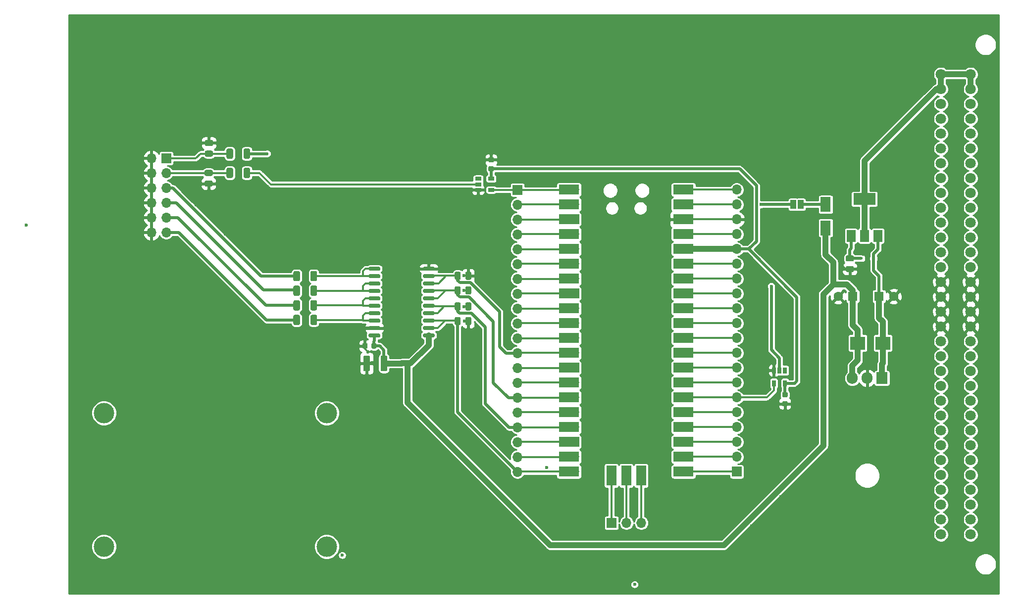
<source format=gbr>
%TF.GenerationSoftware,KiCad,Pcbnew,5.1.10*%
%TF.CreationDate,2021-10-25T15:31:05+02:00*%
%TF.ProjectId,PrawnBlaster,50726177-6e42-46c6-9173-7465722e6b69,v1.0*%
%TF.SameCoordinates,Original*%
%TF.FileFunction,Copper,L1,Top*%
%TF.FilePolarity,Positive*%
%FSLAX45Y45*%
G04 Gerber Fmt 4.5, Leading zero omitted, Abs format (unit mm)*
G04 Created by KiCad (PCBNEW 5.1.10) date 2021-10-25 15:31:05*
%MOMM*%
%LPD*%
G01*
G04 APERTURE LIST*
%TA.AperFunction,ComponentPad*%
%ADD10C,3.500000*%
%TD*%
%TA.AperFunction,SMDPad,CuDef*%
%ADD11R,1.000000X1.500000*%
%TD*%
%TA.AperFunction,SMDPad,CuDef*%
%ADD12R,1.800000X2.500000*%
%TD*%
%TA.AperFunction,SMDPad,CuDef*%
%ADD13R,0.650000X1.060000*%
%TD*%
%TA.AperFunction,ComponentPad*%
%ADD14O,1.700000X1.700000*%
%TD*%
%TA.AperFunction,ComponentPad*%
%ADD15R,1.700000X1.700000*%
%TD*%
%TA.AperFunction,ComponentPad*%
%ADD16R,1.905000X2.000000*%
%TD*%
%TA.AperFunction,ComponentPad*%
%ADD17O,1.905000X2.000000*%
%TD*%
%TA.AperFunction,SMDPad,CuDef*%
%ADD18R,1.700000X3.500000*%
%TD*%
%TA.AperFunction,SMDPad,CuDef*%
%ADD19R,3.500000X1.700000*%
%TD*%
%TA.AperFunction,SMDPad,CuDef*%
%ADD20R,1.060000X0.650000*%
%TD*%
%TA.AperFunction,ComponentPad*%
%ADD21C,1.800000*%
%TD*%
%TA.AperFunction,ComponentPad*%
%ADD22R,1.600000X1.600000*%
%TD*%
%TA.AperFunction,ComponentPad*%
%ADD23C,1.600000*%
%TD*%
%TA.AperFunction,SMDPad,CuDef*%
%ADD24R,0.600000X0.450000*%
%TD*%
%TA.AperFunction,SMDPad,CuDef*%
%ADD25R,2.500000X2.300000*%
%TD*%
%TA.AperFunction,SMDPad,CuDef*%
%ADD26R,3.800000X2.000000*%
%TD*%
%TA.AperFunction,SMDPad,CuDef*%
%ADD27R,1.500000X2.000000*%
%TD*%
%TA.AperFunction,ViaPad*%
%ADD28C,0.600000*%
%TD*%
%TA.AperFunction,Conductor*%
%ADD29C,0.350000*%
%TD*%
%TA.AperFunction,Conductor*%
%ADD30C,0.500000*%
%TD*%
%TA.AperFunction,Conductor*%
%ADD31C,1.000000*%
%TD*%
%TA.AperFunction,Conductor*%
%ADD32C,0.254000*%
%TD*%
%TA.AperFunction,Conductor*%
%ADD33C,0.100000*%
%TD*%
G04 APERTURE END LIST*
D10*
%TO.P,U6,4*%
%TO.N,N/C*%
X8561000Y-13946000D03*
%TO.P,U6,3*%
X4751000Y-13946000D03*
%TO.P,U6,2*%
X4751000Y-11660000D03*
%TO.P,U6,1*%
X8561000Y-11660000D03*
%TD*%
%TO.P,R11,2*%
%TO.N,Net-(R11-Pad2)*%
%TA.AperFunction,SMDPad,CuDef*%
G36*
G01*
X7137500Y-7282500D02*
X7137500Y-7157500D01*
G75*
G02*
X7162500Y-7132500I25000J0D01*
G01*
X7225000Y-7132500D01*
G75*
G02*
X7250000Y-7157500I0J-25000D01*
G01*
X7250000Y-7282500D01*
G75*
G02*
X7225000Y-7307500I-25000J0D01*
G01*
X7162500Y-7307500D01*
G75*
G02*
X7137500Y-7282500I0J25000D01*
G01*
G37*
%TD.AperFunction*%
%TO.P,R11,1*%
%TO.N,Net-(J1-Pad1)*%
%TA.AperFunction,SMDPad,CuDef*%
G36*
G01*
X6845000Y-7282500D02*
X6845000Y-7157500D01*
G75*
G02*
X6870000Y-7132500I25000J0D01*
G01*
X6932500Y-7132500D01*
G75*
G02*
X6957500Y-7157500I0J-25000D01*
G01*
X6957500Y-7282500D01*
G75*
G02*
X6932500Y-7307500I-25000J0D01*
G01*
X6870000Y-7307500D01*
G75*
G02*
X6845000Y-7282500I0J25000D01*
G01*
G37*
%TD.AperFunction*%
%TD*%
%TO.P,R10,2*%
%TO.N,Net-(R10-Pad2)*%
%TA.AperFunction,SMDPad,CuDef*%
G36*
G01*
X7137500Y-7612500D02*
X7137500Y-7487500D01*
G75*
G02*
X7162500Y-7462500I25000J0D01*
G01*
X7225000Y-7462500D01*
G75*
G02*
X7250000Y-7487500I0J-25000D01*
G01*
X7250000Y-7612500D01*
G75*
G02*
X7225000Y-7637500I-25000J0D01*
G01*
X7162500Y-7637500D01*
G75*
G02*
X7137500Y-7612500I0J25000D01*
G01*
G37*
%TD.AperFunction*%
%TO.P,R10,1*%
%TO.N,Net-(J1-Pad3)*%
%TA.AperFunction,SMDPad,CuDef*%
G36*
G01*
X6845000Y-7612500D02*
X6845000Y-7487500D01*
G75*
G02*
X6870000Y-7462500I25000J0D01*
G01*
X6932500Y-7462500D01*
G75*
G02*
X6957500Y-7487500I0J-25000D01*
G01*
X6957500Y-7612500D01*
G75*
G02*
X6932500Y-7637500I-25000J0D01*
G01*
X6870000Y-7637500D01*
G75*
G02*
X6845000Y-7612500I0J25000D01*
G01*
G37*
%TD.AperFunction*%
%TD*%
D11*
%TO.P,JP1,1*%
%TO.N,Net-(D3-Pad1)*%
X16665000Y-8090000D03*
%TO.P,JP1,2*%
%TO.N,Net-(J8-Pad19)*%
X16535000Y-8090000D03*
%TD*%
D12*
%TO.P,D3,2*%
%TO.N,/Output Buffer/Vcc_5V*%
X17090000Y-8490000D03*
%TO.P,D3,1*%
%TO.N,Net-(D3-Pad1)*%
X17090000Y-8090000D03*
%TD*%
%TO.P,C6,2*%
%TO.N,GND*%
%TA.AperFunction,SMDPad,CuDef*%
G36*
G01*
X11395000Y-7370000D02*
X11345000Y-7370000D01*
G75*
G02*
X11322500Y-7347500I0J22500D01*
G01*
X11322500Y-7302500D01*
G75*
G02*
X11345000Y-7280000I22500J0D01*
G01*
X11395000Y-7280000D01*
G75*
G02*
X11417500Y-7302500I0J-22500D01*
G01*
X11417500Y-7347500D01*
G75*
G02*
X11395000Y-7370000I-22500J0D01*
G01*
G37*
%TD.AperFunction*%
%TO.P,C6,1*%
%TO.N,3_3V_Pico*%
%TA.AperFunction,SMDPad,CuDef*%
G36*
G01*
X11395000Y-7525000D02*
X11345000Y-7525000D01*
G75*
G02*
X11322500Y-7502500I0J22500D01*
G01*
X11322500Y-7457500D01*
G75*
G02*
X11345000Y-7435000I22500J0D01*
G01*
X11395000Y-7435000D01*
G75*
G02*
X11417500Y-7457500I0J-22500D01*
G01*
X11417500Y-7502500D01*
G75*
G02*
X11395000Y-7525000I-22500J0D01*
G01*
G37*
%TD.AperFunction*%
%TD*%
%TO.P,C5,2*%
%TO.N,GND*%
%TA.AperFunction,SMDPad,CuDef*%
G36*
G01*
X16370000Y-11455500D02*
X16420000Y-11455500D01*
G75*
G02*
X16442500Y-11478000I0J-22500D01*
G01*
X16442500Y-11523000D01*
G75*
G02*
X16420000Y-11545500I-22500J0D01*
G01*
X16370000Y-11545500D01*
G75*
G02*
X16347500Y-11523000I0J22500D01*
G01*
X16347500Y-11478000D01*
G75*
G02*
X16370000Y-11455500I22500J0D01*
G01*
G37*
%TD.AperFunction*%
%TO.P,C5,1*%
%TO.N,3_3V_Pico*%
%TA.AperFunction,SMDPad,CuDef*%
G36*
G01*
X16370000Y-11300500D02*
X16420000Y-11300500D01*
G75*
G02*
X16442500Y-11323000I0J-22500D01*
G01*
X16442500Y-11368000D01*
G75*
G02*
X16420000Y-11390500I-22500J0D01*
G01*
X16370000Y-11390500D01*
G75*
G02*
X16347500Y-11368000I0J22500D01*
G01*
X16347500Y-11323000D01*
G75*
G02*
X16370000Y-11300500I22500J0D01*
G01*
G37*
%TD.AperFunction*%
%TD*%
D13*
%TO.P,U5,5*%
%TO.N,3_3V_Pico*%
X16395000Y-11150000D03*
%TO.P,U5,4*%
%TO.N,Net-(J8-Pad6)*%
X16205000Y-11150000D03*
%TO.P,U5,3*%
%TO.N,GND*%
X16205000Y-10930000D03*
%TO.P,U5,2*%
%TO.N,Net-(R11-Pad2)*%
X16300000Y-10930000D03*
%TO.P,U5,1*%
%TO.N,Net-(U5-Pad1)*%
X16395000Y-10930000D03*
%TD*%
%TO.P,C3,1*%
%TO.N,/Output Buffer/Vcc_5V*%
%TA.AperFunction,SMDPad,CuDef*%
G36*
G01*
X9412500Y-10485000D02*
X9412500Y-10535000D01*
G75*
G02*
X9390000Y-10557500I-22500J0D01*
G01*
X9345000Y-10557500D01*
G75*
G02*
X9322500Y-10535000I0J22500D01*
G01*
X9322500Y-10485000D01*
G75*
G02*
X9345000Y-10462500I22500J0D01*
G01*
X9390000Y-10462500D01*
G75*
G02*
X9412500Y-10485000I0J-22500D01*
G01*
G37*
%TD.AperFunction*%
%TO.P,C3,2*%
%TO.N,GND*%
%TA.AperFunction,SMDPad,CuDef*%
G36*
G01*
X9257500Y-10485000D02*
X9257500Y-10535000D01*
G75*
G02*
X9235000Y-10557500I-22500J0D01*
G01*
X9190000Y-10557500D01*
G75*
G02*
X9167500Y-10535000I0J22500D01*
G01*
X9167500Y-10485000D01*
G75*
G02*
X9190000Y-10462500I22500J0D01*
G01*
X9235000Y-10462500D01*
G75*
G02*
X9257500Y-10485000I0J-22500D01*
G01*
G37*
%TD.AperFunction*%
%TD*%
%TO.P,C4,1*%
%TO.N,/Output Buffer/Vcc_5V*%
%TA.AperFunction,SMDPad,CuDef*%
G36*
G01*
X9595000Y-10700000D02*
X9595000Y-10920000D01*
G75*
G02*
X9570000Y-10945000I-25000J0D01*
G01*
X9505000Y-10945000D01*
G75*
G02*
X9480000Y-10920000I0J25000D01*
G01*
X9480000Y-10700000D01*
G75*
G02*
X9505000Y-10675000I25000J0D01*
G01*
X9570000Y-10675000D01*
G75*
G02*
X9595000Y-10700000I0J-25000D01*
G01*
G37*
%TD.AperFunction*%
%TO.P,C4,2*%
%TO.N,GND*%
%TA.AperFunction,SMDPad,CuDef*%
G36*
G01*
X9300000Y-10700000D02*
X9300000Y-10920000D01*
G75*
G02*
X9275000Y-10945000I-25000J0D01*
G01*
X9210000Y-10945000D01*
G75*
G02*
X9185000Y-10920000I0J25000D01*
G01*
X9185000Y-10700000D01*
G75*
G02*
X9210000Y-10675000I25000J0D01*
G01*
X9275000Y-10675000D01*
G75*
G02*
X9300000Y-10700000I0J-25000D01*
G01*
G37*
%TD.AperFunction*%
%TD*%
%TO.P,R6,1*%
%TO.N,/Output Buffer/A3*%
%TA.AperFunction,SMDPad,CuDef*%
G36*
G01*
X10747500Y-9355000D02*
X10747500Y-9265000D01*
G75*
G02*
X10772500Y-9240000I25000J0D01*
G01*
X10825000Y-9240000D01*
G75*
G02*
X10850000Y-9265000I0J-25000D01*
G01*
X10850000Y-9355000D01*
G75*
G02*
X10825000Y-9380000I-25000J0D01*
G01*
X10772500Y-9380000D01*
G75*
G02*
X10747500Y-9355000I0J25000D01*
G01*
G37*
%TD.AperFunction*%
%TO.P,R6,2*%
%TO.N,GND*%
%TA.AperFunction,SMDPad,CuDef*%
G36*
G01*
X10930000Y-9355000D02*
X10930000Y-9265000D01*
G75*
G02*
X10955000Y-9240000I25000J0D01*
G01*
X11007500Y-9240000D01*
G75*
G02*
X11032500Y-9265000I0J-25000D01*
G01*
X11032500Y-9355000D01*
G75*
G02*
X11007500Y-9380000I-25000J0D01*
G01*
X10955000Y-9380000D01*
G75*
G02*
X10930000Y-9355000I0J25000D01*
G01*
G37*
%TD.AperFunction*%
%TD*%
%TO.P,R8,1*%
%TO.N,/Output Buffer/A1*%
%TA.AperFunction,SMDPad,CuDef*%
G36*
G01*
X10747500Y-9880000D02*
X10747500Y-9790000D01*
G75*
G02*
X10772500Y-9765000I25000J0D01*
G01*
X10825000Y-9765000D01*
G75*
G02*
X10850000Y-9790000I0J-25000D01*
G01*
X10850000Y-9880000D01*
G75*
G02*
X10825000Y-9905000I-25000J0D01*
G01*
X10772500Y-9905000D01*
G75*
G02*
X10747500Y-9880000I0J25000D01*
G01*
G37*
%TD.AperFunction*%
%TO.P,R8,2*%
%TO.N,GND*%
%TA.AperFunction,SMDPad,CuDef*%
G36*
G01*
X10930000Y-9880000D02*
X10930000Y-9790000D01*
G75*
G02*
X10955000Y-9765000I25000J0D01*
G01*
X11007500Y-9765000D01*
G75*
G02*
X11032500Y-9790000I0J-25000D01*
G01*
X11032500Y-9880000D01*
G75*
G02*
X11007500Y-9905000I-25000J0D01*
G01*
X10955000Y-9905000D01*
G75*
G02*
X10930000Y-9880000I0J25000D01*
G01*
G37*
%TD.AperFunction*%
%TD*%
%TO.P,R3,1*%
%TO.N,/Output Buffer/B1*%
%TA.AperFunction,SMDPad,CuDef*%
G36*
G01*
X8393900Y-9753700D02*
X8393900Y-9878700D01*
G75*
G02*
X8368900Y-9903700I-25000J0D01*
G01*
X8306400Y-9903700D01*
G75*
G02*
X8281400Y-9878700I0J25000D01*
G01*
X8281400Y-9753700D01*
G75*
G02*
X8306400Y-9728700I25000J0D01*
G01*
X8368900Y-9728700D01*
G75*
G02*
X8393900Y-9753700I0J-25000D01*
G01*
G37*
%TD.AperFunction*%
%TO.P,R3,2*%
%TO.N,Net-(J1-Pad9)*%
%TA.AperFunction,SMDPad,CuDef*%
G36*
G01*
X8101400Y-9753700D02*
X8101400Y-9878700D01*
G75*
G02*
X8076400Y-9903700I-25000J0D01*
G01*
X8013900Y-9903700D01*
G75*
G02*
X7988900Y-9878700I0J25000D01*
G01*
X7988900Y-9753700D01*
G75*
G02*
X8013900Y-9728700I25000J0D01*
G01*
X8076400Y-9728700D01*
G75*
G02*
X8101400Y-9753700I0J-25000D01*
G01*
G37*
%TD.AperFunction*%
%TD*%
%TO.P,R1,1*%
%TO.N,/Output Buffer/B3*%
%TA.AperFunction,SMDPad,CuDef*%
G36*
G01*
X8393900Y-9253700D02*
X8393900Y-9378700D01*
G75*
G02*
X8368900Y-9403700I-25000J0D01*
G01*
X8306400Y-9403700D01*
G75*
G02*
X8281400Y-9378700I0J25000D01*
G01*
X8281400Y-9253700D01*
G75*
G02*
X8306400Y-9228700I25000J0D01*
G01*
X8368900Y-9228700D01*
G75*
G02*
X8393900Y-9253700I0J-25000D01*
G01*
G37*
%TD.AperFunction*%
%TO.P,R1,2*%
%TO.N,Net-(J1-Pad5)*%
%TA.AperFunction,SMDPad,CuDef*%
G36*
G01*
X8101400Y-9253700D02*
X8101400Y-9378700D01*
G75*
G02*
X8076400Y-9403700I-25000J0D01*
G01*
X8013900Y-9403700D01*
G75*
G02*
X7988900Y-9378700I0J25000D01*
G01*
X7988900Y-9253700D01*
G75*
G02*
X8013900Y-9228700I25000J0D01*
G01*
X8076400Y-9228700D01*
G75*
G02*
X8101400Y-9253700I0J-25000D01*
G01*
G37*
%TD.AperFunction*%
%TD*%
%TO.P,U4,1*%
%TO.N,/Output Buffer/Vcc_5V*%
%TA.AperFunction,SMDPad,CuDef*%
G36*
G01*
X10407500Y-10316500D02*
X10407500Y-10346500D01*
G75*
G02*
X10392500Y-10361500I-15000J0D01*
G01*
X10217500Y-10361500D01*
G75*
G02*
X10202500Y-10346500I0J15000D01*
G01*
X10202500Y-10316500D01*
G75*
G02*
X10217500Y-10301500I15000J0D01*
G01*
X10392500Y-10301500D01*
G75*
G02*
X10407500Y-10316500I0J-15000D01*
G01*
G37*
%TD.AperFunction*%
%TO.P,U4,2*%
%TO.N,/Output Buffer/A0*%
%TA.AperFunction,SMDPad,CuDef*%
G36*
G01*
X10407500Y-10189500D02*
X10407500Y-10219500D01*
G75*
G02*
X10392500Y-10234500I-15000J0D01*
G01*
X10217500Y-10234500D01*
G75*
G02*
X10202500Y-10219500I0J15000D01*
G01*
X10202500Y-10189500D01*
G75*
G02*
X10217500Y-10174500I15000J0D01*
G01*
X10392500Y-10174500D01*
G75*
G02*
X10407500Y-10189500I0J-15000D01*
G01*
G37*
%TD.AperFunction*%
%TO.P,U4,3*%
%TA.AperFunction,SMDPad,CuDef*%
G36*
G01*
X10407500Y-10062500D02*
X10407500Y-10092500D01*
G75*
G02*
X10392500Y-10107500I-15000J0D01*
G01*
X10217500Y-10107500D01*
G75*
G02*
X10202500Y-10092500I0J15000D01*
G01*
X10202500Y-10062500D01*
G75*
G02*
X10217500Y-10047500I15000J0D01*
G01*
X10392500Y-10047500D01*
G75*
G02*
X10407500Y-10062500I0J-15000D01*
G01*
G37*
%TD.AperFunction*%
%TO.P,U4,4*%
%TO.N,/Output Buffer/A1*%
%TA.AperFunction,SMDPad,CuDef*%
G36*
G01*
X10407500Y-9935500D02*
X10407500Y-9965500D01*
G75*
G02*
X10392500Y-9980500I-15000J0D01*
G01*
X10217500Y-9980500D01*
G75*
G02*
X10202500Y-9965500I0J15000D01*
G01*
X10202500Y-9935500D01*
G75*
G02*
X10217500Y-9920500I15000J0D01*
G01*
X10392500Y-9920500D01*
G75*
G02*
X10407500Y-9935500I0J-15000D01*
G01*
G37*
%TD.AperFunction*%
%TO.P,U4,5*%
%TA.AperFunction,SMDPad,CuDef*%
G36*
G01*
X10407500Y-9808500D02*
X10407500Y-9838500D01*
G75*
G02*
X10392500Y-9853500I-15000J0D01*
G01*
X10217500Y-9853500D01*
G75*
G02*
X10202500Y-9838500I0J15000D01*
G01*
X10202500Y-9808500D01*
G75*
G02*
X10217500Y-9793500I15000J0D01*
G01*
X10392500Y-9793500D01*
G75*
G02*
X10407500Y-9808500I0J-15000D01*
G01*
G37*
%TD.AperFunction*%
%TO.P,U4,6*%
%TO.N,/Output Buffer/A2*%
%TA.AperFunction,SMDPad,CuDef*%
G36*
G01*
X10407500Y-9681500D02*
X10407500Y-9711500D01*
G75*
G02*
X10392500Y-9726500I-15000J0D01*
G01*
X10217500Y-9726500D01*
G75*
G02*
X10202500Y-9711500I0J15000D01*
G01*
X10202500Y-9681500D01*
G75*
G02*
X10217500Y-9666500I15000J0D01*
G01*
X10392500Y-9666500D01*
G75*
G02*
X10407500Y-9681500I0J-15000D01*
G01*
G37*
%TD.AperFunction*%
%TO.P,U4,7*%
%TA.AperFunction,SMDPad,CuDef*%
G36*
G01*
X10407500Y-9554500D02*
X10407500Y-9584500D01*
G75*
G02*
X10392500Y-9599500I-15000J0D01*
G01*
X10217500Y-9599500D01*
G75*
G02*
X10202500Y-9584500I0J15000D01*
G01*
X10202500Y-9554500D01*
G75*
G02*
X10217500Y-9539500I15000J0D01*
G01*
X10392500Y-9539500D01*
G75*
G02*
X10407500Y-9554500I0J-15000D01*
G01*
G37*
%TD.AperFunction*%
%TO.P,U4,8*%
%TO.N,/Output Buffer/A3*%
%TA.AperFunction,SMDPad,CuDef*%
G36*
G01*
X10407500Y-9427500D02*
X10407500Y-9457500D01*
G75*
G02*
X10392500Y-9472500I-15000J0D01*
G01*
X10217500Y-9472500D01*
G75*
G02*
X10202500Y-9457500I0J15000D01*
G01*
X10202500Y-9427500D01*
G75*
G02*
X10217500Y-9412500I15000J0D01*
G01*
X10392500Y-9412500D01*
G75*
G02*
X10407500Y-9427500I0J-15000D01*
G01*
G37*
%TD.AperFunction*%
%TO.P,U4,9*%
%TA.AperFunction,SMDPad,CuDef*%
G36*
G01*
X10407500Y-9300500D02*
X10407500Y-9330500D01*
G75*
G02*
X10392500Y-9345500I-15000J0D01*
G01*
X10217500Y-9345500D01*
G75*
G02*
X10202500Y-9330500I0J15000D01*
G01*
X10202500Y-9300500D01*
G75*
G02*
X10217500Y-9285500I15000J0D01*
G01*
X10392500Y-9285500D01*
G75*
G02*
X10407500Y-9300500I0J-15000D01*
G01*
G37*
%TD.AperFunction*%
%TO.P,U4,10*%
%TO.N,GND*%
%TA.AperFunction,SMDPad,CuDef*%
G36*
G01*
X10407500Y-9173500D02*
X10407500Y-9203500D01*
G75*
G02*
X10392500Y-9218500I-15000J0D01*
G01*
X10217500Y-9218500D01*
G75*
G02*
X10202500Y-9203500I0J15000D01*
G01*
X10202500Y-9173500D01*
G75*
G02*
X10217500Y-9158500I15000J0D01*
G01*
X10392500Y-9158500D01*
G75*
G02*
X10407500Y-9173500I0J-15000D01*
G01*
G37*
%TD.AperFunction*%
%TO.P,U4,11*%
%TO.N,/Output Buffer/B3*%
%TA.AperFunction,SMDPad,CuDef*%
G36*
G01*
X9477500Y-9173500D02*
X9477500Y-9203500D01*
G75*
G02*
X9462500Y-9218500I-15000J0D01*
G01*
X9287500Y-9218500D01*
G75*
G02*
X9272500Y-9203500I0J15000D01*
G01*
X9272500Y-9173500D01*
G75*
G02*
X9287500Y-9158500I15000J0D01*
G01*
X9462500Y-9158500D01*
G75*
G02*
X9477500Y-9173500I0J-15000D01*
G01*
G37*
%TD.AperFunction*%
%TO.P,U4,12*%
%TA.AperFunction,SMDPad,CuDef*%
G36*
G01*
X9477500Y-9300500D02*
X9477500Y-9330500D01*
G75*
G02*
X9462500Y-9345500I-15000J0D01*
G01*
X9287500Y-9345500D01*
G75*
G02*
X9272500Y-9330500I0J15000D01*
G01*
X9272500Y-9300500D01*
G75*
G02*
X9287500Y-9285500I15000J0D01*
G01*
X9462500Y-9285500D01*
G75*
G02*
X9477500Y-9300500I0J-15000D01*
G01*
G37*
%TD.AperFunction*%
%TO.P,U4,13*%
%TO.N,/Output Buffer/B2*%
%TA.AperFunction,SMDPad,CuDef*%
G36*
G01*
X9477500Y-9427500D02*
X9477500Y-9457500D01*
G75*
G02*
X9462500Y-9472500I-15000J0D01*
G01*
X9287500Y-9472500D01*
G75*
G02*
X9272500Y-9457500I0J15000D01*
G01*
X9272500Y-9427500D01*
G75*
G02*
X9287500Y-9412500I15000J0D01*
G01*
X9462500Y-9412500D01*
G75*
G02*
X9477500Y-9427500I0J-15000D01*
G01*
G37*
%TD.AperFunction*%
%TO.P,U4,14*%
%TA.AperFunction,SMDPad,CuDef*%
G36*
G01*
X9477500Y-9554500D02*
X9477500Y-9584500D01*
G75*
G02*
X9462500Y-9599500I-15000J0D01*
G01*
X9287500Y-9599500D01*
G75*
G02*
X9272500Y-9584500I0J15000D01*
G01*
X9272500Y-9554500D01*
G75*
G02*
X9287500Y-9539500I15000J0D01*
G01*
X9462500Y-9539500D01*
G75*
G02*
X9477500Y-9554500I0J-15000D01*
G01*
G37*
%TD.AperFunction*%
%TO.P,U4,15*%
%TO.N,/Output Buffer/B1*%
%TA.AperFunction,SMDPad,CuDef*%
G36*
G01*
X9477500Y-9681500D02*
X9477500Y-9711500D01*
G75*
G02*
X9462500Y-9726500I-15000J0D01*
G01*
X9287500Y-9726500D01*
G75*
G02*
X9272500Y-9711500I0J15000D01*
G01*
X9272500Y-9681500D01*
G75*
G02*
X9287500Y-9666500I15000J0D01*
G01*
X9462500Y-9666500D01*
G75*
G02*
X9477500Y-9681500I0J-15000D01*
G01*
G37*
%TD.AperFunction*%
%TO.P,U4,16*%
%TA.AperFunction,SMDPad,CuDef*%
G36*
G01*
X9477500Y-9808500D02*
X9477500Y-9838500D01*
G75*
G02*
X9462500Y-9853500I-15000J0D01*
G01*
X9287500Y-9853500D01*
G75*
G02*
X9272500Y-9838500I0J15000D01*
G01*
X9272500Y-9808500D01*
G75*
G02*
X9287500Y-9793500I15000J0D01*
G01*
X9462500Y-9793500D01*
G75*
G02*
X9477500Y-9808500I0J-15000D01*
G01*
G37*
%TD.AperFunction*%
%TO.P,U4,17*%
%TO.N,/Output Buffer/B0*%
%TA.AperFunction,SMDPad,CuDef*%
G36*
G01*
X9477500Y-9935500D02*
X9477500Y-9965500D01*
G75*
G02*
X9462500Y-9980500I-15000J0D01*
G01*
X9287500Y-9980500D01*
G75*
G02*
X9272500Y-9965500I0J15000D01*
G01*
X9272500Y-9935500D01*
G75*
G02*
X9287500Y-9920500I15000J0D01*
G01*
X9462500Y-9920500D01*
G75*
G02*
X9477500Y-9935500I0J-15000D01*
G01*
G37*
%TD.AperFunction*%
%TO.P,U4,18*%
%TA.AperFunction,SMDPad,CuDef*%
G36*
G01*
X9477500Y-10062500D02*
X9477500Y-10092500D01*
G75*
G02*
X9462500Y-10107500I-15000J0D01*
G01*
X9287500Y-10107500D01*
G75*
G02*
X9272500Y-10092500I0J15000D01*
G01*
X9272500Y-10062500D01*
G75*
G02*
X9287500Y-10047500I15000J0D01*
G01*
X9462500Y-10047500D01*
G75*
G02*
X9477500Y-10062500I0J-15000D01*
G01*
G37*
%TD.AperFunction*%
%TO.P,U4,19*%
%TO.N,GND*%
%TA.AperFunction,SMDPad,CuDef*%
G36*
G01*
X9477500Y-10189500D02*
X9477500Y-10219500D01*
G75*
G02*
X9462500Y-10234500I-15000J0D01*
G01*
X9287500Y-10234500D01*
G75*
G02*
X9272500Y-10219500I0J15000D01*
G01*
X9272500Y-10189500D01*
G75*
G02*
X9287500Y-10174500I15000J0D01*
G01*
X9462500Y-10174500D01*
G75*
G02*
X9477500Y-10189500I0J-15000D01*
G01*
G37*
%TD.AperFunction*%
%TO.P,U4,20*%
%TO.N,/Output Buffer/Vcc_5V*%
%TA.AperFunction,SMDPad,CuDef*%
G36*
G01*
X9477500Y-10316500D02*
X9477500Y-10346500D01*
G75*
G02*
X9462500Y-10361500I-15000J0D01*
G01*
X9287500Y-10361500D01*
G75*
G02*
X9272500Y-10346500I0J15000D01*
G01*
X9272500Y-10316500D01*
G75*
G02*
X9287500Y-10301500I15000J0D01*
G01*
X9462500Y-10301500D01*
G75*
G02*
X9477500Y-10316500I0J-15000D01*
G01*
G37*
%TD.AperFunction*%
%TD*%
%TO.P,R4,1*%
%TO.N,/Output Buffer/B0*%
%TA.AperFunction,SMDPad,CuDef*%
G36*
G01*
X8393900Y-10003700D02*
X8393900Y-10128700D01*
G75*
G02*
X8368900Y-10153700I-25000J0D01*
G01*
X8306400Y-10153700D01*
G75*
G02*
X8281400Y-10128700I0J25000D01*
G01*
X8281400Y-10003700D01*
G75*
G02*
X8306400Y-9978700I25000J0D01*
G01*
X8368900Y-9978700D01*
G75*
G02*
X8393900Y-10003700I0J-25000D01*
G01*
G37*
%TD.AperFunction*%
%TO.P,R4,2*%
%TO.N,Net-(J1-Pad11)*%
%TA.AperFunction,SMDPad,CuDef*%
G36*
G01*
X8101400Y-10003700D02*
X8101400Y-10128700D01*
G75*
G02*
X8076400Y-10153700I-25000J0D01*
G01*
X8013900Y-10153700D01*
G75*
G02*
X7988900Y-10128700I0J25000D01*
G01*
X7988900Y-10003700D01*
G75*
G02*
X8013900Y-9978700I25000J0D01*
G01*
X8076400Y-9978700D01*
G75*
G02*
X8101400Y-10003700I0J-25000D01*
G01*
G37*
%TD.AperFunction*%
%TD*%
%TO.P,R7,1*%
%TO.N,/Output Buffer/A2*%
%TA.AperFunction,SMDPad,CuDef*%
G36*
G01*
X10747500Y-9605000D02*
X10747500Y-9515000D01*
G75*
G02*
X10772500Y-9490000I25000J0D01*
G01*
X10825000Y-9490000D01*
G75*
G02*
X10850000Y-9515000I0J-25000D01*
G01*
X10850000Y-9605000D01*
G75*
G02*
X10825000Y-9630000I-25000J0D01*
G01*
X10772500Y-9630000D01*
G75*
G02*
X10747500Y-9605000I0J25000D01*
G01*
G37*
%TD.AperFunction*%
%TO.P,R7,2*%
%TO.N,GND*%
%TA.AperFunction,SMDPad,CuDef*%
G36*
G01*
X10930000Y-9605000D02*
X10930000Y-9515000D01*
G75*
G02*
X10955000Y-9490000I25000J0D01*
G01*
X11007500Y-9490000D01*
G75*
G02*
X11032500Y-9515000I0J-25000D01*
G01*
X11032500Y-9605000D01*
G75*
G02*
X11007500Y-9630000I-25000J0D01*
G01*
X10955000Y-9630000D01*
G75*
G02*
X10930000Y-9605000I0J25000D01*
G01*
G37*
%TD.AperFunction*%
%TD*%
%TO.P,R2,1*%
%TO.N,/Output Buffer/B2*%
%TA.AperFunction,SMDPad,CuDef*%
G36*
G01*
X8393900Y-9503700D02*
X8393900Y-9628700D01*
G75*
G02*
X8368900Y-9653700I-25000J0D01*
G01*
X8306400Y-9653700D01*
G75*
G02*
X8281400Y-9628700I0J25000D01*
G01*
X8281400Y-9503700D01*
G75*
G02*
X8306400Y-9478700I25000J0D01*
G01*
X8368900Y-9478700D01*
G75*
G02*
X8393900Y-9503700I0J-25000D01*
G01*
G37*
%TD.AperFunction*%
%TO.P,R2,2*%
%TO.N,Net-(J1-Pad7)*%
%TA.AperFunction,SMDPad,CuDef*%
G36*
G01*
X8101400Y-9503700D02*
X8101400Y-9628700D01*
G75*
G02*
X8076400Y-9653700I-25000J0D01*
G01*
X8013900Y-9653700D01*
G75*
G02*
X7988900Y-9628700I0J25000D01*
G01*
X7988900Y-9503700D01*
G75*
G02*
X8013900Y-9478700I25000J0D01*
G01*
X8076400Y-9478700D01*
G75*
G02*
X8101400Y-9503700I0J-25000D01*
G01*
G37*
%TD.AperFunction*%
%TD*%
%TO.P,R9,1*%
%TO.N,/Output Buffer/A0*%
%TA.AperFunction,SMDPad,CuDef*%
G36*
G01*
X10747500Y-10130000D02*
X10747500Y-10040000D01*
G75*
G02*
X10772500Y-10015000I25000J0D01*
G01*
X10825000Y-10015000D01*
G75*
G02*
X10850000Y-10040000I0J-25000D01*
G01*
X10850000Y-10130000D01*
G75*
G02*
X10825000Y-10155000I-25000J0D01*
G01*
X10772500Y-10155000D01*
G75*
G02*
X10747500Y-10130000I0J25000D01*
G01*
G37*
%TD.AperFunction*%
%TO.P,R9,2*%
%TO.N,GND*%
%TA.AperFunction,SMDPad,CuDef*%
G36*
G01*
X10930000Y-10130000D02*
X10930000Y-10040000D01*
G75*
G02*
X10955000Y-10015000I25000J0D01*
G01*
X11007500Y-10015000D01*
G75*
G02*
X11032500Y-10040000I0J-25000D01*
G01*
X11032500Y-10130000D01*
G75*
G02*
X11007500Y-10155000I-25000J0D01*
G01*
X10955000Y-10155000D01*
G75*
G02*
X10930000Y-10130000I0J25000D01*
G01*
G37*
%TD.AperFunction*%
%TD*%
%TO.P,R17,2*%
%TO.N,GND*%
%TA.AperFunction,SMDPad,CuDef*%
G36*
G01*
X6590250Y-7088750D02*
X6500250Y-7088750D01*
G75*
G02*
X6475250Y-7063750I0J25000D01*
G01*
X6475250Y-7011250D01*
G75*
G02*
X6500250Y-6986250I25000J0D01*
G01*
X6590250Y-6986250D01*
G75*
G02*
X6615250Y-7011250I0J-25000D01*
G01*
X6615250Y-7063750D01*
G75*
G02*
X6590250Y-7088750I-25000J0D01*
G01*
G37*
%TD.AperFunction*%
%TO.P,R17,1*%
%TO.N,Net-(J1-Pad1)*%
%TA.AperFunction,SMDPad,CuDef*%
G36*
G01*
X6590250Y-7271250D02*
X6500250Y-7271250D01*
G75*
G02*
X6475250Y-7246250I0J25000D01*
G01*
X6475250Y-7193750D01*
G75*
G02*
X6500250Y-7168750I25000J0D01*
G01*
X6590250Y-7168750D01*
G75*
G02*
X6615250Y-7193750I0J-25000D01*
G01*
X6615250Y-7246250D01*
G75*
G02*
X6590250Y-7271250I-25000J0D01*
G01*
G37*
%TD.AperFunction*%
%TD*%
%TO.P,R16,2*%
%TO.N,GND*%
%TA.AperFunction,SMDPad,CuDef*%
G36*
G01*
X6495000Y-7681250D02*
X6585000Y-7681250D01*
G75*
G02*
X6610000Y-7706250I0J-25000D01*
G01*
X6610000Y-7758750D01*
G75*
G02*
X6585000Y-7783750I-25000J0D01*
G01*
X6495000Y-7783750D01*
G75*
G02*
X6470000Y-7758750I0J25000D01*
G01*
X6470000Y-7706250D01*
G75*
G02*
X6495000Y-7681250I25000J0D01*
G01*
G37*
%TD.AperFunction*%
%TO.P,R16,1*%
%TO.N,Net-(J1-Pad3)*%
%TA.AperFunction,SMDPad,CuDef*%
G36*
G01*
X6495000Y-7498750D02*
X6585000Y-7498750D01*
G75*
G02*
X6610000Y-7523750I0J-25000D01*
G01*
X6610000Y-7576250D01*
G75*
G02*
X6585000Y-7601250I-25000J0D01*
G01*
X6495000Y-7601250D01*
G75*
G02*
X6470000Y-7576250I0J25000D01*
G01*
X6470000Y-7523750D01*
G75*
G02*
X6495000Y-7498750I25000J0D01*
G01*
G37*
%TD.AperFunction*%
%TD*%
D14*
%TO.P,J10,20*%
%TO.N,/Output Buffer/A0*%
X11820000Y-12666000D03*
%TO.P,J10,19*%
%TO.N,Net-(J10-Pad19)*%
X11820000Y-12412000D03*
%TO.P,J10,18*%
%TO.N,Net-(J10-Pad18)*%
X11820000Y-12158000D03*
%TO.P,J10,17*%
%TO.N,/Output Buffer/A1*%
X11820000Y-11904000D03*
%TO.P,J10,16*%
%TO.N,Net-(J10-Pad16)*%
X11820000Y-11650000D03*
%TO.P,J10,15*%
%TO.N,/Output Buffer/A2*%
X11820000Y-11396000D03*
%TO.P,J10,14*%
%TO.N,Net-(J10-Pad14)*%
X11820000Y-11142000D03*
%TO.P,J10,13*%
%TO.N,Net-(J10-Pad13)*%
X11820000Y-10888000D03*
%TO.P,J10,12*%
%TO.N,/Output Buffer/A3*%
X11820000Y-10634000D03*
%TO.P,J10,11*%
%TO.N,Net-(J10-Pad11)*%
X11820000Y-10380000D03*
%TO.P,J10,10*%
%TO.N,Net-(J10-Pad10)*%
X11820000Y-10126000D03*
%TO.P,J10,9*%
%TO.N,Net-(J10-Pad9)*%
X11820000Y-9872000D03*
%TO.P,J10,8*%
%TO.N,Net-(J10-Pad8)*%
X11820000Y-9618000D03*
%TO.P,J10,7*%
%TO.N,Net-(J10-Pad7)*%
X11820000Y-9364000D03*
%TO.P,J10,6*%
%TO.N,Net-(J10-Pad6)*%
X11820000Y-9110000D03*
%TO.P,J10,5*%
%TO.N,Net-(J10-Pad5)*%
X11820000Y-8856000D03*
%TO.P,J10,4*%
%TO.N,Net-(J10-Pad4)*%
X11820000Y-8602000D03*
%TO.P,J10,3*%
%TO.N,Net-(J10-Pad3)*%
X11820000Y-8348000D03*
%TO.P,J10,2*%
%TO.N,Net-(J10-Pad2)*%
X11820000Y-8094000D03*
D15*
%TO.P,J10,1*%
%TO.N,Net-(J10-Pad1)*%
X11820000Y-7840000D03*
%TD*%
D14*
%TO.P,J1,12*%
%TO.N,GND*%
X5562000Y-8570000D03*
%TO.P,J1,11*%
%TO.N,Net-(J1-Pad11)*%
X5816000Y-8570000D03*
%TO.P,J1,10*%
%TO.N,GND*%
X5562000Y-8316000D03*
%TO.P,J1,9*%
%TO.N,Net-(J1-Pad9)*%
X5816000Y-8316000D03*
%TO.P,J1,8*%
%TO.N,GND*%
X5562000Y-8062000D03*
%TO.P,J1,7*%
%TO.N,Net-(J1-Pad7)*%
X5816000Y-8062000D03*
%TO.P,J1,6*%
%TO.N,GND*%
X5562000Y-7808000D03*
%TO.P,J1,5*%
%TO.N,Net-(J1-Pad5)*%
X5816000Y-7808000D03*
%TO.P,J1,4*%
%TO.N,GND*%
X5562000Y-7554000D03*
%TO.P,J1,3*%
%TO.N,Net-(J1-Pad3)*%
X5816000Y-7554000D03*
%TO.P,J1,2*%
%TO.N,GND*%
X5562000Y-7300000D03*
D15*
%TO.P,J1,1*%
%TO.N,Net-(J1-Pad1)*%
X5816000Y-7300000D03*
%TD*%
D16*
%TO.P,U3,1*%
%TO.N,/Power Supply/Reverse Polarity Protection/V18*%
X18054000Y-11063000D03*
D17*
%TO.P,U3,2*%
%TO.N,GND*%
X17800000Y-11063000D03*
%TO.P,U3,3*%
%TO.N,/Output Buffer/Vcc_5V*%
X17546000Y-11063000D03*
%TD*%
D14*
%TO.P,U1,43*%
%TO.N,Net-(J9-Pad3)*%
X13934000Y-12640000D03*
D18*
X13934000Y-12730000D03*
D15*
%TO.P,U1,42*%
%TO.N,Net-(J9-Pad2)*%
X13680000Y-12640000D03*
D18*
X13680000Y-12730000D03*
D14*
%TO.P,U1,41*%
%TO.N,Net-(J9-Pad1)*%
X13426000Y-12640000D03*
D18*
X13426000Y-12730000D03*
D19*
%TO.P,U1,21*%
%TO.N,Net-(J8-Pad1)*%
X14659000Y-12663000D03*
%TO.P,U1,22*%
%TO.N,Net-(J8-Pad2)*%
X14659000Y-12409000D03*
%TO.P,U1,23*%
%TO.N,Net-(J8-Pad3)*%
X14659000Y-12155000D03*
%TO.P,U1,24*%
%TO.N,Net-(J8-Pad4)*%
X14659000Y-11901000D03*
%TO.P,U1,25*%
%TO.N,Net-(J8-Pad5)*%
X14659000Y-11647000D03*
%TO.P,U1,26*%
%TO.N,Net-(J8-Pad6)*%
X14659000Y-11393000D03*
%TO.P,U1,27*%
%TO.N,Net-(J8-Pad7)*%
X14659000Y-11139000D03*
%TO.P,U1,28*%
%TO.N,Net-(J8-Pad8)*%
X14659000Y-10885000D03*
%TO.P,U1,29*%
%TO.N,Net-(J8-Pad9)*%
X14659000Y-10631000D03*
%TO.P,U1,30*%
%TO.N,Net-(J8-Pad10)*%
X14659000Y-10377000D03*
%TO.P,U1,31*%
%TO.N,Net-(J8-Pad11)*%
X14659000Y-10123000D03*
%TO.P,U1,32*%
%TO.N,Net-(J8-Pad12)*%
X14659000Y-9869000D03*
%TO.P,U1,33*%
%TO.N,Net-(J8-Pad13)*%
X14659000Y-9615000D03*
%TO.P,U1,34*%
%TO.N,Net-(J8-Pad14)*%
X14659000Y-9361000D03*
%TO.P,U1,35*%
%TO.N,Net-(J8-Pad15)*%
X14659000Y-9107000D03*
%TO.P,U1,36*%
%TO.N,3_3V_Pico*%
X14659000Y-8853000D03*
%TO.P,U1,37*%
%TO.N,Net-(J8-Pad17)*%
X14659000Y-8599000D03*
%TO.P,U1,38*%
%TO.N,GND*%
X14659000Y-8345000D03*
%TO.P,U1,39*%
%TO.N,Net-(J8-Pad19)*%
X14659000Y-8091000D03*
%TO.P,U1,40*%
%TO.N,Net-(J8-Pad20)*%
X14659000Y-7837000D03*
%TO.P,U1,20*%
%TO.N,/Output Buffer/A0*%
X12701000Y-12663000D03*
%TO.P,U1,19*%
%TO.N,Net-(J10-Pad19)*%
X12701000Y-12409000D03*
%TO.P,U1,18*%
%TO.N,Net-(J10-Pad18)*%
X12701000Y-12155000D03*
%TO.P,U1,17*%
%TO.N,/Output Buffer/A1*%
X12701000Y-11901000D03*
%TO.P,U1,16*%
%TO.N,Net-(J10-Pad16)*%
X12701000Y-11647000D03*
%TO.P,U1,15*%
%TO.N,/Output Buffer/A2*%
X12701000Y-11393000D03*
%TO.P,U1,14*%
%TO.N,Net-(J10-Pad14)*%
X12701000Y-11139000D03*
%TO.P,U1,13*%
%TO.N,Net-(J10-Pad13)*%
X12701000Y-10885000D03*
%TO.P,U1,12*%
%TO.N,/Output Buffer/A3*%
X12701000Y-10631000D03*
%TO.P,U1,11*%
%TO.N,Net-(J10-Pad11)*%
X12701000Y-10377000D03*
%TO.P,U1,10*%
%TO.N,Net-(J10-Pad10)*%
X12701000Y-10123000D03*
%TO.P,U1,9*%
%TO.N,Net-(J10-Pad9)*%
X12701000Y-9869000D03*
%TO.P,U1,8*%
%TO.N,Net-(J10-Pad8)*%
X12701000Y-9615000D03*
%TO.P,U1,7*%
%TO.N,Net-(J10-Pad7)*%
X12701000Y-9361000D03*
%TO.P,U1,6*%
%TO.N,Net-(J10-Pad6)*%
X12701000Y-9107000D03*
%TO.P,U1,5*%
%TO.N,Net-(J10-Pad5)*%
X12701000Y-8853000D03*
%TO.P,U1,4*%
%TO.N,Net-(J10-Pad4)*%
X12701000Y-8599000D03*
%TO.P,U1,3*%
%TO.N,Net-(J10-Pad3)*%
X12701000Y-8345000D03*
%TO.P,U1,2*%
%TO.N,Net-(J10-Pad2)*%
X12701000Y-8091000D03*
%TO.P,U1,1*%
%TO.N,Net-(J10-Pad1)*%
X12701000Y-7837000D03*
D14*
%TO.P,U1,40*%
%TO.N,Net-(J8-Pad20)*%
X14569000Y-7837000D03*
%TO.P,U1,39*%
%TO.N,Net-(J8-Pad19)*%
X14569000Y-8091000D03*
D15*
%TO.P,U1,38*%
%TO.N,GND*%
X14569000Y-8345000D03*
D14*
%TO.P,U1,37*%
%TO.N,Net-(J8-Pad17)*%
X14569000Y-8599000D03*
%TO.P,U1,36*%
%TO.N,3_3V_Pico*%
X14569000Y-8853000D03*
%TO.P,U1,35*%
%TO.N,Net-(J8-Pad15)*%
X14569000Y-9107000D03*
%TO.P,U1,34*%
%TO.N,Net-(J8-Pad14)*%
X14569000Y-9361000D03*
D15*
%TO.P,U1,33*%
%TO.N,Net-(J8-Pad13)*%
X14569000Y-9615000D03*
D14*
%TO.P,U1,32*%
%TO.N,Net-(J8-Pad12)*%
X14569000Y-9869000D03*
%TO.P,U1,31*%
%TO.N,Net-(J8-Pad11)*%
X14569000Y-10123000D03*
%TO.P,U1,30*%
%TO.N,Net-(J8-Pad10)*%
X14569000Y-10377000D03*
%TO.P,U1,29*%
%TO.N,Net-(J8-Pad9)*%
X14569000Y-10631000D03*
D15*
%TO.P,U1,28*%
%TO.N,Net-(J8-Pad8)*%
X14569000Y-10885000D03*
D14*
%TO.P,U1,27*%
%TO.N,Net-(J8-Pad7)*%
X14569000Y-11139000D03*
%TO.P,U1,26*%
%TO.N,Net-(J8-Pad6)*%
X14569000Y-11393000D03*
%TO.P,U1,25*%
%TO.N,Net-(J8-Pad5)*%
X14569000Y-11647000D03*
%TO.P,U1,24*%
%TO.N,Net-(J8-Pad4)*%
X14569000Y-11901000D03*
D15*
%TO.P,U1,23*%
%TO.N,Net-(J8-Pad3)*%
X14569000Y-12155000D03*
D14*
%TO.P,U1,22*%
%TO.N,Net-(J8-Pad2)*%
X14569000Y-12409000D03*
%TO.P,U1,21*%
%TO.N,Net-(J8-Pad1)*%
X14569000Y-12663000D03*
%TO.P,U1,20*%
%TO.N,/Output Buffer/A0*%
X12791000Y-12663000D03*
%TO.P,U1,19*%
%TO.N,Net-(J10-Pad19)*%
X12791000Y-12409000D03*
D15*
%TO.P,U1,18*%
%TO.N,Net-(J10-Pad18)*%
X12791000Y-12155000D03*
D14*
%TO.P,U1,17*%
%TO.N,/Output Buffer/A1*%
X12791000Y-11901000D03*
%TO.P,U1,16*%
%TO.N,Net-(J10-Pad16)*%
X12791000Y-11647000D03*
%TO.P,U1,15*%
%TO.N,/Output Buffer/A2*%
X12791000Y-11393000D03*
%TO.P,U1,14*%
%TO.N,Net-(J10-Pad14)*%
X12791000Y-11139000D03*
D15*
%TO.P,U1,13*%
%TO.N,Net-(J10-Pad13)*%
X12791000Y-10885000D03*
D14*
%TO.P,U1,12*%
%TO.N,/Output Buffer/A3*%
X12791000Y-10631000D03*
%TO.P,U1,11*%
%TO.N,Net-(J10-Pad11)*%
X12791000Y-10377000D03*
%TO.P,U1,10*%
%TO.N,Net-(J10-Pad10)*%
X12791000Y-10123000D03*
%TO.P,U1,9*%
%TO.N,Net-(J10-Pad9)*%
X12791000Y-9869000D03*
D15*
%TO.P,U1,8*%
%TO.N,Net-(J10-Pad8)*%
X12791000Y-9615000D03*
D14*
%TO.P,U1,7*%
%TO.N,Net-(J10-Pad7)*%
X12791000Y-9361000D03*
%TO.P,U1,6*%
%TO.N,Net-(J10-Pad6)*%
X12791000Y-9107000D03*
%TO.P,U1,5*%
%TO.N,Net-(J10-Pad5)*%
X12791000Y-8853000D03*
%TO.P,U1,4*%
%TO.N,Net-(J10-Pad4)*%
X12791000Y-8599000D03*
D15*
%TO.P,U1,3*%
%TO.N,Net-(J10-Pad3)*%
X12791000Y-8345000D03*
D14*
%TO.P,U1,2*%
%TO.N,Net-(J10-Pad2)*%
X12791000Y-8091000D03*
%TO.P,U1,1*%
%TO.N,Net-(J10-Pad1)*%
X12791000Y-7837000D03*
%TD*%
%TO.P,J9,3*%
%TO.N,Net-(J9-Pad3)*%
X13938000Y-13540000D03*
%TO.P,J9,2*%
%TO.N,Net-(J9-Pad2)*%
X13684000Y-13540000D03*
D15*
%TO.P,J9,1*%
%TO.N,Net-(J9-Pad1)*%
X13430000Y-13540000D03*
%TD*%
D14*
%TO.P,J8,20*%
%TO.N,Net-(J8-Pad20)*%
X15570000Y-7837000D03*
%TO.P,J8,19*%
%TO.N,Net-(J8-Pad19)*%
X15570000Y-8091000D03*
%TO.P,J8,18*%
%TO.N,GND*%
X15570000Y-8345000D03*
%TO.P,J8,17*%
%TO.N,Net-(J8-Pad17)*%
X15570000Y-8599000D03*
%TO.P,J8,16*%
%TO.N,3_3V_Pico*%
X15570000Y-8853000D03*
%TO.P,J8,15*%
%TO.N,Net-(J8-Pad15)*%
X15570000Y-9107000D03*
%TO.P,J8,14*%
%TO.N,Net-(J8-Pad14)*%
X15570000Y-9361000D03*
%TO.P,J8,13*%
%TO.N,Net-(J8-Pad13)*%
X15570000Y-9615000D03*
%TO.P,J8,12*%
%TO.N,Net-(J8-Pad12)*%
X15570000Y-9869000D03*
%TO.P,J8,11*%
%TO.N,Net-(J8-Pad11)*%
X15570000Y-10123000D03*
%TO.P,J8,10*%
%TO.N,Net-(J8-Pad10)*%
X15570000Y-10377000D03*
%TO.P,J8,9*%
%TO.N,Net-(J8-Pad9)*%
X15570000Y-10631000D03*
%TO.P,J8,8*%
%TO.N,Net-(J8-Pad8)*%
X15570000Y-10885000D03*
%TO.P,J8,7*%
%TO.N,Net-(J8-Pad7)*%
X15570000Y-11139000D03*
%TO.P,J8,6*%
%TO.N,Net-(J8-Pad6)*%
X15570000Y-11393000D03*
%TO.P,J8,5*%
%TO.N,Net-(J8-Pad5)*%
X15570000Y-11647000D03*
%TO.P,J8,4*%
%TO.N,Net-(J8-Pad4)*%
X15570000Y-11901000D03*
%TO.P,J8,3*%
%TO.N,Net-(J8-Pad3)*%
X15570000Y-12155000D03*
%TO.P,J8,2*%
%TO.N,Net-(J8-Pad2)*%
X15570000Y-12409000D03*
D15*
%TO.P,J8,1*%
%TO.N,Net-(J8-Pad1)*%
X15570000Y-12663000D03*
%TD*%
D20*
%TO.P,U2,5*%
%TO.N,3_3V_Pico*%
X11370000Y-7650000D03*
%TO.P,U2,4*%
%TO.N,Net-(J10-Pad1)*%
X11370000Y-7840000D03*
%TO.P,U2,3*%
%TO.N,GND*%
X11150000Y-7840000D03*
%TO.P,U2,2*%
%TO.N,Net-(R10-Pad2)*%
X11150000Y-7745000D03*
%TO.P,U2,1*%
%TO.N,Net-(U2-Pad1)*%
X11150000Y-7650000D03*
%TD*%
D21*
%TO.P,J6,C1*%
%TO.N,/Power Supply/Reverse Polarity Protection/V18_unprot*%
X19570000Y-5863000D03*
%TO.P,J6,C2*%
X19570000Y-6117000D03*
%TO.P,J6,C4*%
%TO.N,Net-(J6-PadC4)*%
X19570000Y-6625000D03*
%TO.P,J6,C3*%
%TO.N,Net-(J6-PadC3)*%
X19570000Y-6371000D03*
%TO.P,J6,C5*%
%TO.N,Net-(J6-PadC5)*%
X19570000Y-6879000D03*
%TO.P,J6,C6*%
%TO.N,Net-(J6-PadC6)*%
X19570000Y-7133000D03*
%TO.P,J6,C7*%
%TO.N,Net-(J6-PadC7)*%
X19570000Y-7387000D03*
%TO.P,J6,C8*%
%TO.N,Net-(J6-PadC8)*%
X19570000Y-7641000D03*
%TO.P,J6,C9*%
%TO.N,Net-(J6-PadC9)*%
X19570000Y-7895000D03*
%TO.P,J6,C10*%
%TO.N,Net-(J6-PadC10)*%
X19570000Y-8149000D03*
%TO.P,J6,C11*%
%TO.N,Net-(J6-PadC11)*%
X19570000Y-8403000D03*
%TO.P,J6,C12*%
%TO.N,Net-(J6-PadC12)*%
X19570000Y-8657000D03*
%TO.P,J6,C13*%
%TO.N,Net-(J6-PadC13)*%
X19570000Y-8911000D03*
%TO.P,J6,C14*%
%TO.N,Net-(J6-PadC14)*%
X19570000Y-9165000D03*
%TO.P,J6,C15*%
%TO.N,GND*%
X19570000Y-9419000D03*
%TO.P,J6,C16*%
X19570000Y-9673000D03*
%TO.P,J6,C17*%
X19570000Y-9927000D03*
%TO.P,J6,C18*%
X19570000Y-10181000D03*
%TO.P,J6,C19*%
%TO.N,Net-(J6-PadC19)*%
X19570000Y-10435000D03*
%TO.P,J6,C20*%
%TO.N,Net-(J6-PadC20)*%
X19570000Y-10689000D03*
%TO.P,J6,C21*%
%TO.N,Net-(J6-PadC21)*%
X19570000Y-10943000D03*
%TO.P,J6,C22*%
%TO.N,Net-(J6-PadC22)*%
X19570000Y-11197000D03*
%TO.P,J6,C23*%
%TO.N,Net-(J6-PadC23)*%
X19570000Y-11451000D03*
%TO.P,J6,C24*%
%TO.N,Net-(J6-PadC24)*%
X19570000Y-11705000D03*
%TO.P,J6,C25*%
%TO.N,Net-(J6-PadC25)*%
X19570000Y-11959000D03*
%TO.P,J6,C26*%
%TO.N,Net-(J6-PadC26)*%
X19570000Y-12213000D03*
%TO.P,J6,C27*%
%TO.N,Net-(J6-PadC27)*%
X19570000Y-12467000D03*
%TO.P,J6,C28*%
%TO.N,Net-(J6-PadC28)*%
X19570000Y-12721000D03*
%TO.P,J6,C29*%
%TO.N,Net-(J6-PadC29)*%
X19570000Y-12975000D03*
%TO.P,J6,C30*%
%TO.N,Net-(J6-PadC30)*%
X19570000Y-13229000D03*
%TO.P,J6,C31*%
%TO.N,Net-(J6-PadC31)*%
X19570000Y-13483000D03*
%TO.P,J6,C32*%
%TO.N,Net-(J6-PadC32)*%
X19570000Y-13737000D03*
%TO.P,J6,A1*%
%TO.N,/Power Supply/Reverse Polarity Protection/V18_unprot*%
X19062000Y-5863000D03*
%TO.P,J6,A2*%
X19062000Y-6117000D03*
%TO.P,J6,A4*%
%TO.N,Net-(J6-PadA4)*%
X19062000Y-6625000D03*
%TO.P,J6,A3*%
%TO.N,Net-(J6-PadA3)*%
X19062000Y-6371000D03*
%TO.P,J6,A5*%
%TO.N,Net-(J6-PadA5)*%
X19062000Y-6879000D03*
%TO.P,J6,A6*%
%TO.N,Net-(J6-PadA6)*%
X19062000Y-7133000D03*
%TO.P,J6,A7*%
%TO.N,Net-(J6-PadA7)*%
X19062000Y-7387000D03*
%TO.P,J6,A8*%
%TO.N,Net-(J6-PadA8)*%
X19062000Y-7641000D03*
%TO.P,J6,A9*%
%TO.N,Net-(J6-PadA9)*%
X19062000Y-7895000D03*
%TO.P,J6,A10*%
%TO.N,Net-(J6-PadA10)*%
X19062000Y-8149000D03*
%TO.P,J6,A11*%
%TO.N,Net-(J6-PadA11)*%
X19062000Y-8403000D03*
%TO.P,J6,A12*%
%TO.N,Net-(J6-PadA12)*%
X19062000Y-8657000D03*
%TO.P,J6,A13*%
%TO.N,Net-(J6-PadA13)*%
X19062000Y-8911000D03*
%TO.P,J6,A14*%
%TO.N,Net-(J6-PadA14)*%
X19062000Y-9165000D03*
%TO.P,J6,A15*%
%TO.N,GND*%
X19062000Y-9419000D03*
%TO.P,J6,A16*%
X19062000Y-9673000D03*
%TO.P,J6,A17*%
X19062000Y-9927000D03*
%TO.P,J6,A18*%
X19062000Y-10181000D03*
%TO.P,J6,A19*%
%TO.N,Net-(J6-PadA19)*%
X19062000Y-10435000D03*
%TO.P,J6,A20*%
%TO.N,Net-(J6-PadA20)*%
X19062000Y-10689000D03*
%TO.P,J6,A21*%
%TO.N,Net-(J6-PadA21)*%
X19062000Y-10943000D03*
%TO.P,J6,A22*%
%TO.N,Net-(J6-PadA22)*%
X19062000Y-11197000D03*
%TO.P,J6,A23*%
%TO.N,Net-(J6-PadA23)*%
X19062000Y-11451000D03*
%TO.P,J6,A24*%
%TO.N,Net-(J6-PadA24)*%
X19062000Y-11705000D03*
%TO.P,J6,A25*%
%TO.N,Net-(J6-PadA25)*%
X19062000Y-11959000D03*
%TO.P,J6,A26*%
%TO.N,Net-(J6-PadA26)*%
X19062000Y-12213000D03*
%TO.P,J6,A27*%
%TO.N,Net-(J6-PadA27)*%
X19062000Y-12467000D03*
%TO.P,J6,A28*%
%TO.N,Net-(J6-PadA28)*%
X19062000Y-12721000D03*
%TO.P,J6,A29*%
%TO.N,Net-(J6-PadA29)*%
X19062000Y-12975000D03*
%TO.P,J6,A30*%
%TO.N,Net-(J6-PadA30)*%
X19062000Y-13229000D03*
%TO.P,J6,A31*%
%TO.N,Net-(J6-PadA31)*%
X19062000Y-13483000D03*
%TO.P,J6,A32*%
%TO.N,Net-(J6-PadA32)*%
X19062000Y-13737000D03*
%TD*%
D22*
%TO.P,C2,1*%
%TO.N,/Output Buffer/Vcc_5V*%
X17554000Y-9663000D03*
D23*
%TO.P,C2,2*%
%TO.N,GND*%
X17304000Y-9663000D03*
%TD*%
%TO.P,C1,2*%
%TO.N,GND*%
X18254000Y-9663000D03*
D22*
%TO.P,C1,1*%
%TO.N,/Power Supply/Reverse Polarity Protection/V18*%
X18004000Y-9663000D03*
%TD*%
D24*
%TO.P,D2,1*%
%TO.N,/Power Supply/Reverse Polarity Protection/V18*%
X17909000Y-9013000D03*
%TO.P,D2,2*%
%TO.N,Net-(D2-Pad2)*%
X17699000Y-9013000D03*
%TD*%
D25*
%TO.P,D1,2*%
%TO.N,/Output Buffer/Vcc_5V*%
X17639000Y-10463000D03*
%TO.P,D1,1*%
%TO.N,/Power Supply/Reverse Polarity Protection/V18*%
X18069000Y-10463000D03*
%TD*%
D26*
%TO.P,Q1,4*%
%TO.N,/Power Supply/Reverse Polarity Protection/V18_unprot*%
X17754000Y-7998000D03*
D27*
%TO.P,Q1,2*%
X17754000Y-8628000D03*
%TO.P,Q1,3*%
%TO.N,/Power Supply/Reverse Polarity Protection/V18*%
X17984000Y-8628000D03*
%TO.P,Q1,1*%
%TO.N,Net-(D2-Pad2)*%
X17524000Y-8628000D03*
%TD*%
%TO.P,R5,1*%
%TO.N,Net-(D2-Pad2)*%
%TA.AperFunction,SMDPad,CuDef*%
G36*
G01*
X17459000Y-8961750D02*
X17549000Y-8961750D01*
G75*
G02*
X17574000Y-8986750I0J-25000D01*
G01*
X17574000Y-9039250D01*
G75*
G02*
X17549000Y-9064250I-25000J0D01*
G01*
X17459000Y-9064250D01*
G75*
G02*
X17434000Y-9039250I0J25000D01*
G01*
X17434000Y-8986750D01*
G75*
G02*
X17459000Y-8961750I25000J0D01*
G01*
G37*
%TD.AperFunction*%
%TO.P,R5,2*%
%TO.N,GND*%
%TA.AperFunction,SMDPad,CuDef*%
G36*
G01*
X17459000Y-9144250D02*
X17549000Y-9144250D01*
G75*
G02*
X17574000Y-9169250I0J-25000D01*
G01*
X17574000Y-9221750D01*
G75*
G02*
X17549000Y-9246750I-25000J0D01*
G01*
X17459000Y-9246750D01*
G75*
G02*
X17434000Y-9221750I0J25000D01*
G01*
X17434000Y-9169250D01*
G75*
G02*
X17459000Y-9144250I25000J0D01*
G01*
G37*
%TD.AperFunction*%
%TD*%
D28*
%TO.N,*%
X3420000Y-8440000D03*
X8824000Y-14092000D03*
X13824000Y-14592000D03*
%TO.N,GND*%
X4324000Y-5092000D03*
X17379000Y-9138000D03*
X4824000Y-5092000D03*
X5324000Y-5092000D03*
X5824000Y-5092000D03*
X6324000Y-5092000D03*
X6824000Y-5092000D03*
X7324000Y-5092000D03*
X7824000Y-5092000D03*
X8324000Y-5092000D03*
X8824000Y-5092000D03*
X9324000Y-5092000D03*
X9824000Y-5092000D03*
X10324000Y-5092000D03*
X10824000Y-5092000D03*
X11324000Y-5092000D03*
X11824000Y-5092000D03*
X12324000Y-5092000D03*
X12824000Y-5092000D03*
X13324000Y-5092000D03*
X13824000Y-5092000D03*
X14324000Y-5092000D03*
X14824000Y-5092000D03*
X15324000Y-5092000D03*
X15824000Y-5092000D03*
X16324000Y-5092000D03*
X16824000Y-5092000D03*
X17324000Y-5092000D03*
X17824000Y-5092000D03*
X18324000Y-5092000D03*
X18824000Y-5092000D03*
X19324000Y-5092000D03*
X19824000Y-5092000D03*
X4324000Y-5592000D03*
X4824000Y-5592000D03*
X5324000Y-5592000D03*
X5824000Y-5592000D03*
X6324000Y-5592000D03*
X6824000Y-5592000D03*
X7324000Y-5592000D03*
X7824000Y-5592000D03*
X8324000Y-5592000D03*
X8824000Y-5592000D03*
X9324000Y-5592000D03*
X9824000Y-5592000D03*
X10324000Y-5592000D03*
X10824000Y-5592000D03*
X11324000Y-5592000D03*
X11824000Y-5592000D03*
X12324000Y-5592000D03*
X12824000Y-5592000D03*
X13324000Y-5592000D03*
X13824000Y-5592000D03*
X14324000Y-5592000D03*
X14824000Y-5592000D03*
X15324000Y-5592000D03*
X15824000Y-5592000D03*
X16324000Y-5592000D03*
X16824000Y-5592000D03*
X17324000Y-5592000D03*
X17824000Y-5592000D03*
X18324000Y-5592000D03*
X18824000Y-5592000D03*
X19324000Y-5592000D03*
X19824000Y-5592000D03*
X4324000Y-6092000D03*
X4824000Y-6092000D03*
X5324000Y-6092000D03*
X5824000Y-6092000D03*
X6324000Y-6092000D03*
X6824000Y-6092000D03*
X7324000Y-6092000D03*
X7824000Y-6092000D03*
X8324000Y-6092000D03*
X8824000Y-6092000D03*
X9324000Y-6092000D03*
X9824000Y-6092000D03*
X10324000Y-6092000D03*
X10824000Y-6092000D03*
X11324000Y-6092000D03*
X11824000Y-6092000D03*
X12324000Y-6092000D03*
X12824000Y-6092000D03*
X13324000Y-6092000D03*
X13824000Y-6092000D03*
X14324000Y-6092000D03*
X14824000Y-6092000D03*
X15324000Y-6092000D03*
X15824000Y-6092000D03*
X16324000Y-6092000D03*
X16824000Y-6092000D03*
X17324000Y-6092000D03*
X17824000Y-6092000D03*
X18324000Y-6092000D03*
X18824000Y-6092000D03*
X19324000Y-6092000D03*
X19824000Y-6092000D03*
X4324000Y-6592000D03*
X4824000Y-6592000D03*
X5324000Y-6592000D03*
X5824000Y-6592000D03*
X6324000Y-6592000D03*
X6824000Y-6592000D03*
X7324000Y-6592000D03*
X7824000Y-6592000D03*
X8324000Y-6592000D03*
X8824000Y-6592000D03*
X9324000Y-6592000D03*
X9824000Y-6592000D03*
X10324000Y-6592000D03*
X10824000Y-6592000D03*
X11324000Y-6592000D03*
X11824000Y-6592000D03*
X12324000Y-6592000D03*
X12824000Y-6592000D03*
X13324000Y-6592000D03*
X13824000Y-6592000D03*
X14324000Y-6592000D03*
X14824000Y-6592000D03*
X15324000Y-6592000D03*
X15824000Y-6592000D03*
X16324000Y-6592000D03*
X16824000Y-6592000D03*
X17324000Y-6592000D03*
X17824000Y-6592000D03*
X18324000Y-6592000D03*
X18824000Y-6592000D03*
X19324000Y-6592000D03*
X19824000Y-6592000D03*
X4324000Y-7092000D03*
X4824000Y-7092000D03*
X5324000Y-7092000D03*
X5824000Y-7092000D03*
X6380000Y-7050000D03*
X6824000Y-7092000D03*
X7324000Y-7092000D03*
X7824000Y-7092000D03*
X8324000Y-7092000D03*
X8824000Y-7092000D03*
X9324000Y-7092000D03*
X9824000Y-7092000D03*
X15824000Y-7092000D03*
X16324000Y-7092000D03*
X16824000Y-7092000D03*
X17324000Y-7092000D03*
X17824000Y-7092000D03*
X18324000Y-7092000D03*
X18824000Y-7092000D03*
X19324000Y-7092000D03*
X19824000Y-7092000D03*
X4324000Y-7592000D03*
X4824000Y-7592000D03*
X5324000Y-7592000D03*
X6390000Y-7730000D03*
X7824000Y-7592000D03*
X8324000Y-7592000D03*
X8824000Y-7592000D03*
X9324000Y-7592000D03*
X9824000Y-7592000D03*
X11824000Y-7592000D03*
X12324000Y-7592000D03*
X12824000Y-7592000D03*
X13324000Y-7592000D03*
X13824000Y-7592000D03*
X14324000Y-7592000D03*
X14824000Y-7592000D03*
X15324000Y-7592000D03*
X16324000Y-7592000D03*
X16824000Y-7592000D03*
X17324000Y-7592000D03*
X18324000Y-7592000D03*
X18824000Y-7592000D03*
X19324000Y-7592000D03*
X19824000Y-7592000D03*
X4324000Y-8092000D03*
X4824000Y-8092000D03*
X5324000Y-8092000D03*
X6324000Y-8092000D03*
X6824000Y-8092000D03*
X7324000Y-8092000D03*
X7824000Y-8092000D03*
X8324000Y-8092000D03*
X8824000Y-8092000D03*
X9324000Y-8092000D03*
X9824000Y-8092000D03*
X10324000Y-8092000D03*
X10824000Y-8092000D03*
X11324000Y-8092000D03*
X13324000Y-8092000D03*
X14324000Y-8092000D03*
X17324000Y-8092000D03*
X18324000Y-8092000D03*
X18824000Y-8092000D03*
X19324000Y-8092000D03*
X19824000Y-8092000D03*
X4324000Y-8592000D03*
X4824000Y-8592000D03*
X5324000Y-8592000D03*
X6824000Y-8592000D03*
X7324000Y-8592000D03*
X7824000Y-8592000D03*
X8324000Y-8592000D03*
X8824000Y-8592000D03*
X9324000Y-8592000D03*
X9824000Y-8592000D03*
X10324000Y-8592000D03*
X10824000Y-8592000D03*
X11324000Y-8592000D03*
X13324000Y-8592000D03*
X13824000Y-8592000D03*
X14324000Y-8592000D03*
X15824000Y-8592000D03*
X16324000Y-8592000D03*
X16824000Y-8592000D03*
X17324000Y-8592000D03*
X18324000Y-8592000D03*
X18824000Y-8592000D03*
X19324000Y-8592000D03*
X19824000Y-8592000D03*
X4324000Y-9092000D03*
X4824000Y-9092000D03*
X5324000Y-9092000D03*
X6324000Y-9092000D03*
X13324000Y-9092000D03*
X13824000Y-9092000D03*
X14324000Y-9092000D03*
X15824000Y-9092000D03*
X16324000Y-9092000D03*
X16824000Y-9092000D03*
X17824000Y-9092000D03*
X18324000Y-9092000D03*
X18824000Y-9092000D03*
X19324000Y-9092000D03*
X19824000Y-9092000D03*
X4324000Y-9592000D03*
X4824000Y-9592000D03*
X5324000Y-9592000D03*
X6324000Y-9592000D03*
X6824000Y-9592000D03*
X13324000Y-9592000D03*
X13824000Y-9592000D03*
X14324000Y-9592000D03*
X15824000Y-9592000D03*
X16324000Y-9592000D03*
X16824000Y-9592000D03*
X17824000Y-9592000D03*
X18824000Y-9592000D03*
X19324000Y-9592000D03*
X19824000Y-9592000D03*
X4324000Y-10092000D03*
X4824000Y-10092000D03*
X5324000Y-10092000D03*
X5824000Y-10092000D03*
X6324000Y-10092000D03*
X6824000Y-10092000D03*
X13324000Y-10092000D03*
X13824000Y-10092000D03*
X14324000Y-10092000D03*
X15824000Y-10092000D03*
X16324000Y-10092000D03*
X17324000Y-10092000D03*
X17824000Y-10092000D03*
X18324000Y-10092000D03*
X18824000Y-10092000D03*
X19324000Y-10092000D03*
X19824000Y-10092000D03*
X4324000Y-10592000D03*
X4824000Y-10592000D03*
X5324000Y-10592000D03*
X5824000Y-10592000D03*
X6324000Y-10592000D03*
X13324000Y-10592000D03*
X13824000Y-10592000D03*
X14324000Y-10592000D03*
X15824000Y-10592000D03*
X16324000Y-10592000D03*
X17324000Y-10592000D03*
X17824000Y-10592000D03*
X18324000Y-10592000D03*
X18824000Y-10592000D03*
X19324000Y-10592000D03*
X19824000Y-10592000D03*
X4324000Y-11092000D03*
X4824000Y-11092000D03*
X5324000Y-11092000D03*
X5824000Y-11092000D03*
X6324000Y-11092000D03*
X6824000Y-11092000D03*
X13324000Y-11092000D03*
X13824000Y-11092000D03*
X14324000Y-11092000D03*
X17324000Y-11092000D03*
X18324000Y-11092000D03*
X18824000Y-11092000D03*
X19324000Y-11092000D03*
X19824000Y-11092000D03*
X4324000Y-11592000D03*
X5324000Y-11592000D03*
X5824000Y-11592000D03*
X6324000Y-11592000D03*
X6824000Y-11592000D03*
X7324000Y-11592000D03*
X13324000Y-11592000D03*
X13824000Y-11592000D03*
X14324000Y-11592000D03*
X15824000Y-11592000D03*
X17324000Y-11592000D03*
X17824000Y-11592000D03*
X18324000Y-11592000D03*
X18824000Y-11592000D03*
X19324000Y-11592000D03*
X19824000Y-11592000D03*
X4324000Y-12092000D03*
X4824000Y-12092000D03*
X5324000Y-12092000D03*
X5824000Y-12092000D03*
X6324000Y-12092000D03*
X6824000Y-12092000D03*
X7324000Y-12092000D03*
X13324000Y-12092000D03*
X13824000Y-12092000D03*
X14324000Y-12092000D03*
X15824000Y-12092000D03*
X16324000Y-12092000D03*
X17324000Y-12092000D03*
X17824000Y-12092000D03*
X18324000Y-12092000D03*
X18824000Y-12092000D03*
X19324000Y-12092000D03*
X19824000Y-12092000D03*
X4324000Y-12592000D03*
X4824000Y-12592000D03*
X5324000Y-12592000D03*
X5824000Y-12592000D03*
X6324000Y-12592000D03*
X6824000Y-12592000D03*
X7324000Y-12592000D03*
X12324000Y-12592000D03*
X14324000Y-12592000D03*
X15824000Y-12592000D03*
X16324000Y-12592000D03*
X17324000Y-12592000D03*
X18324000Y-12592000D03*
X18824000Y-12592000D03*
X19324000Y-12592000D03*
X19824000Y-12592000D03*
X4324000Y-13092000D03*
X4824000Y-13092000D03*
X5324000Y-13092000D03*
X5824000Y-13092000D03*
X6324000Y-13092000D03*
X6824000Y-13092000D03*
X7324000Y-13092000D03*
X7824000Y-13092000D03*
X8324000Y-13092000D03*
X8824000Y-13092000D03*
X9324000Y-13092000D03*
X10324000Y-13092000D03*
X10824000Y-13092000D03*
X11324000Y-13092000D03*
X11824000Y-13092000D03*
X12324000Y-13092000D03*
X12824000Y-13092000D03*
X13324000Y-13092000D03*
X13824000Y-13092000D03*
X14324000Y-13092000D03*
X14824000Y-13092000D03*
X15324000Y-13092000D03*
X15824000Y-13092000D03*
X16324000Y-13092000D03*
X16824000Y-13092000D03*
X17324000Y-13092000D03*
X17824000Y-13092000D03*
X18324000Y-13092000D03*
X18824000Y-13092000D03*
X19324000Y-13092000D03*
X19824000Y-13092000D03*
X4324000Y-13592000D03*
X4824000Y-13592000D03*
X5324000Y-13592000D03*
X5824000Y-13592000D03*
X6324000Y-13592000D03*
X6824000Y-13592000D03*
X7324000Y-13592000D03*
X7824000Y-13592000D03*
X8324000Y-13592000D03*
X8824000Y-13592000D03*
X9324000Y-13592000D03*
X9824000Y-13592000D03*
X10324000Y-13592000D03*
X10824000Y-13592000D03*
X11324000Y-13592000D03*
X11824000Y-13592000D03*
X12324000Y-13592000D03*
X12824000Y-13592000D03*
X14324000Y-13592000D03*
X14824000Y-13592000D03*
X15324000Y-13592000D03*
X15824000Y-13592000D03*
X16324000Y-13592000D03*
X16824000Y-13592000D03*
X17324000Y-13592000D03*
X17824000Y-13592000D03*
X18324000Y-13592000D03*
X18824000Y-13592000D03*
X19324000Y-13592000D03*
X19824000Y-13592000D03*
X4324000Y-14092000D03*
X10600000Y-7300000D03*
X5324000Y-14092000D03*
X5824000Y-14092000D03*
X6324000Y-14092000D03*
X6824000Y-14092000D03*
X7324000Y-14092000D03*
X7824000Y-14092000D03*
X8324000Y-14092000D03*
X9324000Y-14092000D03*
X9824000Y-14092000D03*
X10324000Y-14092000D03*
X10824000Y-14092000D03*
X11324000Y-14092000D03*
X11824000Y-14092000D03*
X12324000Y-14092000D03*
X12824000Y-14092000D03*
X13324000Y-14092000D03*
X13824000Y-14092000D03*
X14324000Y-14092000D03*
X14824000Y-14092000D03*
X15324000Y-14092000D03*
X15824000Y-14092000D03*
X16324000Y-14092000D03*
X16824000Y-14092000D03*
X17324000Y-14092000D03*
X17824000Y-14092000D03*
X18324000Y-14092000D03*
X18824000Y-14092000D03*
X19324000Y-14092000D03*
X4324000Y-14592000D03*
X4824000Y-14592000D03*
X5324000Y-14592000D03*
X5824000Y-14592000D03*
X6324000Y-14592000D03*
X6824000Y-14592000D03*
X7324000Y-14592000D03*
X7824000Y-14592000D03*
X8324000Y-14592000D03*
X8824000Y-14592000D03*
X9324000Y-14592000D03*
X9824000Y-14592000D03*
X10324000Y-14592000D03*
X10824000Y-14592000D03*
X11324000Y-14592000D03*
X11824000Y-14592000D03*
X12324000Y-14592000D03*
X12824000Y-14592000D03*
X13324000Y-14592000D03*
X14324000Y-14592000D03*
X14824000Y-14592000D03*
X15324000Y-14592000D03*
X15824000Y-14592000D03*
X16324000Y-14592000D03*
X16824000Y-14592000D03*
X17324000Y-14592000D03*
X17824000Y-14592000D03*
X18324000Y-14592000D03*
X18824000Y-14592000D03*
X19324000Y-14592000D03*
X19824000Y-14592000D03*
X11235000Y-7839000D03*
X10910000Y-9310000D03*
X10910000Y-9840000D03*
X9336000Y-10793000D03*
X10910000Y-9560000D03*
X10490000Y-9190000D03*
X9190000Y-10210000D03*
X9265000Y-10610000D03*
X10913000Y-10083000D03*
X16404000Y-11582000D03*
X11370000Y-7220000D03*
X15600000Y-7300000D03*
X15100000Y-7300000D03*
X14100000Y-7300000D03*
X14600000Y-7300000D03*
X13600000Y-7300000D03*
X13100000Y-7300000D03*
X12600000Y-7300000D03*
X12100000Y-7300000D03*
X11100000Y-7300000D03*
X10100000Y-7300000D03*
X11130000Y-10270000D03*
X11150000Y-10720000D03*
X11140000Y-11220000D03*
X11170000Y-11580000D03*
X11500000Y-11870000D03*
X11650000Y-12150000D03*
X11600000Y-12290000D03*
X11370000Y-12060000D03*
X11170000Y-11850000D03*
X10910000Y-11580000D03*
X10890000Y-11130000D03*
X10900000Y-10580000D03*
X10690000Y-10210000D03*
X10510000Y-10300000D03*
X10440000Y-10550000D03*
X10270000Y-10720000D03*
X10070000Y-10930000D03*
X10060000Y-11290000D03*
X10230000Y-11570000D03*
X10550000Y-11900000D03*
X10850000Y-12210000D03*
X11170000Y-12500000D03*
X11530000Y-12870000D03*
X12770000Y-12830000D03*
X12290000Y-12780000D03*
X11910000Y-12800000D03*
X11640000Y-12660000D03*
X11420000Y-12420000D03*
X11160000Y-12150000D03*
X10890000Y-11890000D03*
X10700000Y-11710000D03*
X10680000Y-11320000D03*
X10700000Y-10970000D03*
X10690000Y-10580000D03*
X10500000Y-10880000D03*
X10360000Y-11180000D03*
X10490000Y-11480000D03*
X9670000Y-10660000D03*
X9940000Y-10640000D03*
X10140000Y-10430000D03*
X10110000Y-9900000D03*
X10100000Y-9530000D03*
X10100000Y-9260000D03*
X9550000Y-9270000D03*
X9570000Y-9620000D03*
X9560000Y-9970000D03*
X9580000Y-10370000D03*
X10320000Y-12460000D03*
X9790000Y-13060000D03*
X9820000Y-12510000D03*
X9210000Y-12510000D03*
X8740000Y-12540000D03*
X8270000Y-12540000D03*
X7790000Y-12560000D03*
X7840000Y-12000000D03*
X9130000Y-12050000D03*
X9780000Y-12010000D03*
X9720000Y-11610000D03*
X10200000Y-12080000D03*
X9770000Y-11040000D03*
X9550000Y-11100000D03*
X9130000Y-11130000D03*
X8960000Y-10970000D03*
X9000000Y-10550000D03*
X8840000Y-10270000D03*
X8370000Y-10270000D03*
X7750000Y-10330000D03*
X7280000Y-10200000D03*
X7000000Y-9890000D03*
X7120000Y-10670000D03*
X8030000Y-10640000D03*
X8620000Y-10680000D03*
X8100000Y-11050000D03*
X7420000Y-11020000D03*
X5840000Y-9250000D03*
X17860000Y-8820000D03*
X17640000Y-8820000D03*
X17570000Y-9360000D03*
X13840000Y-12990000D03*
X13530000Y-12980000D03*
X13530000Y-13380000D03*
X13830000Y-13380000D03*
%TO.N,Net-(J8-Pad19)*%
X15990000Y-8090000D03*
%TO.N,Net-(R11-Pad2)*%
X7540000Y-7220000D03*
X16160000Y-9490000D03*
%TD*%
D29*
%TO.N,GND*%
X17436500Y-9195500D02*
X17379000Y-9138000D01*
X17504000Y-9195500D02*
X17436500Y-9195500D01*
X14569000Y-8345000D02*
X15570000Y-8345000D01*
X11151000Y-7839000D02*
X11150000Y-7840000D01*
X11235000Y-7839000D02*
X11151000Y-7839000D01*
D30*
X9195500Y-10204500D02*
X9190000Y-10210000D01*
D29*
X10488500Y-9188500D02*
X10490000Y-9190000D01*
X10915000Y-9835000D02*
X10910000Y-9840000D01*
X10305000Y-9188500D02*
X10488500Y-9188500D01*
X9212500Y-10557500D02*
X9265000Y-10610000D01*
X9259500Y-10793000D02*
X9242500Y-10810000D01*
D30*
X9375000Y-10204500D02*
X9195500Y-10204500D01*
D29*
X10981250Y-9310000D02*
X10910000Y-9310000D01*
X10981250Y-9560000D02*
X10910000Y-9560000D01*
X9212500Y-10510000D02*
X9212500Y-10557500D01*
X9336000Y-10793000D02*
X9259500Y-10793000D01*
X10981250Y-9835000D02*
X10915000Y-9835000D01*
X16395000Y-11573000D02*
X16404000Y-11582000D01*
X16395000Y-11500500D02*
X16395000Y-11573000D01*
X11370000Y-7220000D02*
X11370000Y-7325000D01*
X6392500Y-7732500D02*
X6390000Y-7730000D01*
X6540000Y-7732500D02*
X6392500Y-7732500D01*
X6392500Y-7037500D02*
X6380000Y-7050000D01*
X6545250Y-7037500D02*
X6392500Y-7037500D01*
X10915000Y-10085000D02*
X10913000Y-10083000D01*
X10981250Y-10085000D02*
X10915000Y-10085000D01*
%TO.N,/Output Buffer/A0*%
X11823000Y-12663000D02*
X11820000Y-12666000D01*
X12791000Y-12663000D02*
X11823000Y-12663000D01*
X10587500Y-10077500D02*
X10791250Y-10077500D01*
X10305000Y-10204500D02*
X10460500Y-10204500D01*
X10305000Y-10077500D02*
X10587500Y-10077500D01*
X10460500Y-10204500D02*
X10587500Y-10077500D01*
X10791250Y-10077500D02*
X10798750Y-10085000D01*
D30*
X10798750Y-11644750D02*
X11820000Y-12666000D01*
X10798750Y-10085000D02*
X10798750Y-11644750D01*
D29*
%TO.N,/Output Buffer/A3*%
X11823000Y-10631000D02*
X11820000Y-10634000D01*
X12791000Y-10631000D02*
X11823000Y-10631000D01*
X10470500Y-9442500D02*
X10603000Y-9310000D01*
X10310500Y-9310000D02*
X10305000Y-9315500D01*
X10603000Y-9310000D02*
X10310500Y-9310000D01*
X10305000Y-9442500D02*
X10470500Y-9442500D01*
X10798750Y-9310000D02*
X10603000Y-9310000D01*
D30*
X10835001Y-9425001D02*
X10798750Y-9388750D01*
X11016498Y-9425001D02*
X10835001Y-9425001D01*
X11520000Y-9928503D02*
X11016498Y-9425001D01*
X11520000Y-10530000D02*
X11520000Y-9928503D01*
X10798750Y-9388750D02*
X10798750Y-9310000D01*
X11624000Y-10634000D02*
X11520000Y-10530000D01*
X11820000Y-10634000D02*
X11624000Y-10634000D01*
D29*
%TO.N,/Output Buffer/A1*%
X12788000Y-11904000D02*
X12791000Y-11901000D01*
X11820000Y-11904000D02*
X12788000Y-11904000D01*
X10798750Y-9835000D02*
X10570000Y-9835000D01*
X10454500Y-9950500D02*
X10570000Y-9835000D01*
X10316500Y-9835000D02*
X10305000Y-9823500D01*
X10570000Y-9835000D02*
X10316500Y-9835000D01*
X10305000Y-9950500D02*
X10454500Y-9950500D01*
D30*
X10830001Y-9950001D02*
X10798750Y-9918750D01*
X11270000Y-10190000D02*
X11030001Y-9950001D01*
X11270000Y-11500000D02*
X11270000Y-10190000D01*
X10798750Y-9918750D02*
X10798750Y-9835000D01*
X11030001Y-9950001D02*
X10830001Y-9950001D01*
X11674000Y-11904000D02*
X11270000Y-11500000D01*
X11820000Y-11904000D02*
X11674000Y-11904000D01*
D29*
%TO.N,/Output Buffer/A2*%
X12788000Y-11396000D02*
X12791000Y-11393000D01*
X11820000Y-11396000D02*
X12788000Y-11396000D01*
X10798750Y-9560000D02*
X10594000Y-9560000D01*
X10594000Y-9560000D02*
X10314500Y-9560000D01*
X10457500Y-9696500D02*
X10594000Y-9560000D01*
X10305000Y-9696500D02*
X10457500Y-9696500D01*
X10314500Y-9560000D02*
X10305000Y-9569500D01*
D30*
X11410000Y-11140000D02*
X11666000Y-11396000D01*
X11666000Y-11396000D02*
X11820000Y-11396000D01*
X11410000Y-10093503D02*
X11410000Y-11140000D01*
X10991498Y-9675001D02*
X11410000Y-10093503D01*
X10798750Y-9638750D02*
X10835001Y-9675001D01*
X10835001Y-9675001D02*
X10991498Y-9675001D01*
X10798750Y-9560000D02*
X10798750Y-9638750D01*
D29*
%TO.N,/Output Buffer/B0*%
X9181100Y-9993000D02*
X9181100Y-10077500D01*
X9375000Y-10077500D02*
X9181100Y-10077500D01*
X8337650Y-10066200D02*
X9169800Y-10066200D01*
X9169800Y-10066200D02*
X9181100Y-10077500D01*
X9375000Y-9950500D02*
X9223600Y-9950500D01*
X9223600Y-9950500D02*
X9181100Y-9993000D01*
%TO.N,/Output Buffer/B1*%
X8337650Y-9816200D02*
X9173800Y-9816200D01*
X9223600Y-9696500D02*
X9181100Y-9739000D01*
X9181100Y-9739000D02*
X9181100Y-9823500D01*
X9375000Y-9696500D02*
X9223600Y-9696500D01*
X9173800Y-9816200D02*
X9181100Y-9823500D01*
X9375000Y-9823500D02*
X9181100Y-9823500D01*
%TO.N,/Output Buffer/B2*%
X9375000Y-9569500D02*
X9181100Y-9569500D01*
X9223600Y-9442500D02*
X9181100Y-9485000D01*
X9181100Y-9485000D02*
X9181100Y-9569500D01*
X9375000Y-9442500D02*
X9223600Y-9442500D01*
X8337650Y-9566200D02*
X9177800Y-9566200D01*
X9177800Y-9566200D02*
X9181100Y-9569500D01*
%TO.N,/Output Buffer/B3*%
X9375000Y-9315500D02*
X9181100Y-9315500D01*
X9223600Y-9188500D02*
X9181100Y-9231000D01*
X8337650Y-9316200D02*
X9180400Y-9316200D01*
X9180400Y-9316200D02*
X9181100Y-9315500D01*
X9181100Y-9231000D02*
X9181100Y-9315500D01*
X9375000Y-9188500D02*
X9223600Y-9188500D01*
D30*
%TO.N,/Power Supply/Reverse Polarity Protection/V18*%
X17984000Y-8628000D02*
X17984000Y-8858000D01*
X17909000Y-8933000D02*
X17909000Y-9013000D01*
X17984000Y-8858000D02*
X17909000Y-8933000D01*
X18004000Y-9663000D02*
X18004000Y-9313000D01*
X17909000Y-9218000D02*
X17909000Y-9013000D01*
X18004000Y-9313000D02*
X17909000Y-9218000D01*
D31*
X18004000Y-9663000D02*
X18004000Y-10033000D01*
X18004000Y-10033000D02*
X18069000Y-10098000D01*
X18069000Y-10098000D02*
X18069000Y-10463000D01*
X18069000Y-10463000D02*
X18069000Y-10808000D01*
X18054000Y-10823000D02*
X18054000Y-11063000D01*
X18069000Y-10808000D02*
X18054000Y-10823000D01*
%TO.N,/Power Supply/Reverse Polarity Protection/V18_unprot*%
X17754000Y-7998000D02*
X17754000Y-8628000D01*
X19062000Y-5863000D02*
X19062000Y-6117000D01*
X19062000Y-5863000D02*
X19570000Y-5863000D01*
X19570000Y-5863000D02*
X19570000Y-6117000D01*
X18983000Y-6117000D02*
X19062000Y-6117000D01*
X17754000Y-7346000D02*
X18983000Y-6117000D01*
X17754000Y-7998000D02*
X17754000Y-7346000D01*
D30*
%TO.N,Net-(D2-Pad2)*%
X17524000Y-8628000D02*
X17524000Y-8843000D01*
X17504000Y-8863000D02*
X17504000Y-9013000D01*
X17524000Y-8843000D02*
X17504000Y-8863000D01*
X17699000Y-9013000D02*
X17504000Y-9013000D01*
D29*
%TO.N,Net-(J1-Pad1)*%
X6545250Y-7220000D02*
X6400000Y-7220000D01*
X6320000Y-7300000D02*
X5816000Y-7300000D01*
X6400000Y-7220000D02*
X6320000Y-7300000D01*
X6901250Y-7220000D02*
X6545250Y-7220000D01*
%TO.N,Net-(J8-Pad20)*%
X14569000Y-7837000D02*
X15570000Y-7837000D01*
%TO.N,Net-(J8-Pad19)*%
X14569000Y-8091000D02*
X15570000Y-8091000D01*
D30*
X16535000Y-8090000D02*
X15990000Y-8090000D01*
D29*
%TO.N,Net-(J8-Pad17)*%
X14569000Y-8599000D02*
X15570000Y-8599000D01*
%TO.N,Net-(J8-Pad15)*%
X14569000Y-9107000D02*
X15570000Y-9107000D01*
%TO.N,Net-(J8-Pad14)*%
X14569000Y-9361000D02*
X15570000Y-9361000D01*
%TO.N,Net-(J8-Pad13)*%
X14569000Y-9615000D02*
X15570000Y-9615000D01*
%TO.N,Net-(J8-Pad12)*%
X14569000Y-9869000D02*
X15570000Y-9869000D01*
%TO.N,Net-(J8-Pad11)*%
X14569000Y-10123000D02*
X15570000Y-10123000D01*
%TO.N,Net-(J8-Pad10)*%
X14569000Y-10377000D02*
X15570000Y-10377000D01*
%TO.N,Net-(J8-Pad9)*%
X14569000Y-10631000D02*
X15570000Y-10631000D01*
%TO.N,Net-(J8-Pad7)*%
X14569000Y-11139000D02*
X15570000Y-11139000D01*
%TO.N,Net-(J8-Pad6)*%
X15570000Y-11393000D02*
X14569000Y-11393000D01*
X16205000Y-11150000D02*
X16205000Y-11275000D01*
X16087000Y-11393000D02*
X15570000Y-11393000D01*
X16205000Y-11275000D02*
X16087000Y-11393000D01*
%TO.N,Net-(J8-Pad5)*%
X14569000Y-11647000D02*
X15570000Y-11647000D01*
%TO.N,Net-(J8-Pad4)*%
X15570000Y-11901000D02*
X14569000Y-11901000D01*
%TO.N,Net-(J8-Pad2)*%
X15570000Y-12409000D02*
X14569000Y-12409000D01*
%TO.N,Net-(J8-Pad1)*%
X14569000Y-12663000D02*
X15570000Y-12663000D01*
%TO.N,Net-(J9-Pad3)*%
X13934000Y-13536000D02*
X13938000Y-13540000D01*
X13934000Y-12640000D02*
X13934000Y-13536000D01*
%TO.N,Net-(J9-Pad1)*%
X13426000Y-13536000D02*
X13430000Y-13540000D01*
X13426000Y-12640000D02*
X13426000Y-13536000D01*
%TO.N,Net-(J10-Pad19)*%
X12788000Y-12412000D02*
X12791000Y-12409000D01*
X11820000Y-12412000D02*
X12788000Y-12412000D01*
%TO.N,Net-(J10-Pad16)*%
X11823000Y-11647000D02*
X11820000Y-11650000D01*
X12791000Y-11647000D02*
X11823000Y-11647000D01*
%TO.N,Net-(J10-Pad14)*%
X11823000Y-11139000D02*
X11820000Y-11142000D01*
X12791000Y-11139000D02*
X11823000Y-11139000D01*
%TO.N,Net-(J10-Pad11)*%
X12788000Y-10380000D02*
X12791000Y-10377000D01*
X11820000Y-10380000D02*
X12788000Y-10380000D01*
%TO.N,Net-(J10-Pad10)*%
X11823000Y-10123000D02*
X11820000Y-10126000D01*
X12791000Y-10123000D02*
X11823000Y-10123000D01*
%TO.N,Net-(J10-Pad9)*%
X12788000Y-9872000D02*
X12791000Y-9869000D01*
X11820000Y-9872000D02*
X12788000Y-9872000D01*
%TO.N,Net-(J10-Pad7)*%
X12788000Y-9364000D02*
X12791000Y-9361000D01*
X11820000Y-9364000D02*
X12788000Y-9364000D01*
%TO.N,Net-(J10-Pad6)*%
X11823000Y-9107000D02*
X11820000Y-9110000D01*
X12791000Y-9107000D02*
X11823000Y-9107000D01*
%TO.N,Net-(J10-Pad5)*%
X12788000Y-8856000D02*
X12791000Y-8853000D01*
X11820000Y-8856000D02*
X12788000Y-8856000D01*
%TO.N,Net-(J10-Pad4)*%
X11823000Y-8599000D02*
X11820000Y-8602000D01*
X12791000Y-8599000D02*
X11823000Y-8599000D01*
%TO.N,Net-(J10-Pad2)*%
X11823000Y-8091000D02*
X11820000Y-8094000D01*
X12791000Y-8091000D02*
X11823000Y-8091000D01*
%TO.N,Net-(J10-Pad1)*%
X12788000Y-7840000D02*
X12791000Y-7837000D01*
X11820000Y-7840000D02*
X12788000Y-7840000D01*
X11370000Y-7840000D02*
X11820000Y-7840000D01*
D30*
%TO.N,Net-(J1-Pad11)*%
X5816000Y-8570000D02*
X6030000Y-8570000D01*
X7526200Y-10066200D02*
X8045150Y-10066200D01*
X6030000Y-8570000D02*
X7526200Y-10066200D01*
%TO.N,Net-(J1-Pad9)*%
X7516200Y-9816200D02*
X8045150Y-9816200D01*
X6016000Y-8316000D02*
X7516200Y-9816200D01*
X5816000Y-8316000D02*
X6016000Y-8316000D01*
%TO.N,Net-(J1-Pad7)*%
X8028950Y-9550000D02*
X8045150Y-9566200D01*
X7476000Y-9550000D02*
X8028950Y-9550000D01*
X5988000Y-8062000D02*
X7476000Y-9550000D01*
X5816000Y-8062000D02*
X5988000Y-8062000D01*
%TO.N,Net-(J1-Pad5)*%
X5929000Y-7808000D02*
X5816000Y-7808000D01*
X7437200Y-9316200D02*
X5929000Y-7808000D01*
X8045150Y-9316200D02*
X7437200Y-9316200D01*
D29*
%TO.N,Net-(J1-Pad3)*%
X5820000Y-7550000D02*
X5816000Y-7554000D01*
X6540000Y-7550000D02*
X5820000Y-7550000D01*
X6901250Y-7550000D02*
X6540000Y-7550000D01*
D31*
%TO.N,/Output Buffer/Vcc_5V*%
X17546000Y-11063000D02*
X17546000Y-10851000D01*
X17546000Y-10851000D02*
X17639000Y-10758000D01*
X17639000Y-10758000D02*
X17639000Y-10463000D01*
X17639000Y-10463000D02*
X17639000Y-10238000D01*
X17554000Y-10153000D02*
X17554000Y-9663000D01*
X17639000Y-10238000D02*
X17554000Y-10153000D01*
D30*
X9375000Y-10331500D02*
X9375000Y-10425000D01*
D31*
X9836000Y-10810000D02*
X9838000Y-10808000D01*
X9537500Y-10810000D02*
X9836000Y-10810000D01*
D30*
X9375000Y-10425000D02*
X9367500Y-10432500D01*
X9537500Y-10810000D02*
X9537500Y-10582500D01*
X9537500Y-10582500D02*
X9465000Y-10510000D01*
X9367500Y-10510000D02*
X9367500Y-10432500D01*
X9465000Y-10510000D02*
X9367500Y-10510000D01*
D31*
X9942000Y-10808000D02*
X9838000Y-10808000D01*
X15348000Y-13920000D02*
X12380000Y-13920000D01*
X9942000Y-11482000D02*
X9942000Y-10808000D01*
X17050000Y-12218000D02*
X15348000Y-13920000D01*
X17050000Y-9630000D02*
X17050000Y-12218000D01*
X17220000Y-9460000D02*
X17050000Y-9630000D01*
X12380000Y-13920000D02*
X9942000Y-11482000D01*
X17450000Y-9460000D02*
X17220000Y-9460000D01*
X17554000Y-9564000D02*
X17450000Y-9460000D01*
X17554000Y-9663000D02*
X17554000Y-9564000D01*
X17220000Y-9460000D02*
X17220000Y-9080000D01*
X17090000Y-8950000D02*
X17090000Y-8490000D01*
X17220000Y-9080000D02*
X17090000Y-8950000D01*
X10305000Y-10331500D02*
X10305000Y-10497000D01*
X10305000Y-10497000D02*
X9994000Y-10808000D01*
X9994000Y-10808000D02*
X9942000Y-10808000D01*
%TO.N,3_3V_Pico*%
X15570000Y-8853000D02*
X14569000Y-8853000D01*
D30*
X16395000Y-11150000D02*
X16395000Y-11345500D01*
X15774500Y-8853000D02*
X15570000Y-8853000D01*
X16600000Y-9678500D02*
X15774500Y-8853000D01*
X16600000Y-11110000D02*
X16600000Y-9678500D01*
X16560000Y-11150000D02*
X16600000Y-11110000D01*
X16395000Y-11150000D02*
X16560000Y-11150000D01*
X11370000Y-7480000D02*
X11370000Y-7650000D01*
X15620000Y-7480000D02*
X11417500Y-7480000D01*
X11417500Y-7480000D02*
X11370000Y-7480000D01*
X15910000Y-7770000D02*
X15620000Y-7480000D01*
X15910000Y-8720000D02*
X15910000Y-7770000D01*
X15777000Y-8853000D02*
X15910000Y-8720000D01*
X15774500Y-8853000D02*
X15777000Y-8853000D01*
D29*
%TO.N,Net-(R10-Pad2)*%
X7410000Y-7550000D02*
X7193750Y-7550000D01*
X7605000Y-7745000D02*
X7410000Y-7550000D01*
X11150000Y-7745000D02*
X7605000Y-7745000D01*
D30*
%TO.N,Net-(R11-Pad2)*%
X16160000Y-10580000D02*
X16160000Y-9490000D01*
X16300000Y-10720000D02*
X16160000Y-10580000D01*
X16300000Y-10880000D02*
X16300000Y-10720000D01*
X16300000Y-10930000D02*
X16300000Y-10880000D01*
X7540000Y-7220000D02*
X7193750Y-7220000D01*
%TO.N,Net-(D3-Pad1)*%
X17090000Y-8090000D02*
X16665000Y-8090000D01*
D29*
%TO.N,Net-(J8-Pad8)*%
X14569000Y-10885000D02*
X15570000Y-10885000D01*
%TO.N,Net-(J8-Pad3)*%
X14569000Y-12155000D02*
X15570000Y-12155000D01*
%TO.N,Net-(J9-Pad2)*%
X13684000Y-12644000D02*
X13680000Y-12640000D01*
X13684000Y-13540000D02*
X13684000Y-12644000D01*
%TO.N,Net-(J10-Pad18)*%
X11823000Y-12155000D02*
X11820000Y-12158000D01*
X12791000Y-12155000D02*
X11823000Y-12155000D01*
%TO.N,Net-(J10-Pad13)*%
X12788000Y-10888000D02*
X12791000Y-10885000D01*
X11820000Y-10888000D02*
X12788000Y-10888000D01*
%TO.N,Net-(J10-Pad8)*%
X11823000Y-9615000D02*
X11820000Y-9618000D01*
X12791000Y-9615000D02*
X11823000Y-9615000D01*
%TO.N,Net-(J10-Pad3)*%
X12788000Y-8348000D02*
X12791000Y-8345000D01*
X11820000Y-8348000D02*
X12788000Y-8348000D01*
%TD*%
D32*
%TO.N,GND*%
X20052300Y-14752300D02*
X4147700Y-14752300D01*
X4147700Y-14584840D01*
X13751300Y-14584840D01*
X13751300Y-14599160D01*
X13754094Y-14613206D01*
X13759574Y-14626436D01*
X13767530Y-14638344D01*
X13777656Y-14648470D01*
X13789564Y-14656426D01*
X13802794Y-14661906D01*
X13816840Y-14664700D01*
X13831160Y-14664700D01*
X13845206Y-14661906D01*
X13858436Y-14656426D01*
X13870344Y-14648470D01*
X13880470Y-14638344D01*
X13888426Y-14626436D01*
X13893906Y-14613206D01*
X13896700Y-14599160D01*
X13896700Y-14584840D01*
X13893906Y-14570794D01*
X13888426Y-14557564D01*
X13880470Y-14545656D01*
X13870344Y-14535530D01*
X13858436Y-14527574D01*
X13845206Y-14522094D01*
X13831160Y-14519300D01*
X13816840Y-14519300D01*
X13802794Y-14522094D01*
X13789564Y-14527574D01*
X13777656Y-14535530D01*
X13767530Y-14545656D01*
X13759574Y-14557564D01*
X13754094Y-14570794D01*
X13751300Y-14584840D01*
X4147700Y-14584840D01*
X4147700Y-14226513D01*
X19636300Y-14226513D01*
X19636300Y-14263487D01*
X19643513Y-14299750D01*
X19657662Y-14333909D01*
X19678204Y-14364652D01*
X19704348Y-14390796D01*
X19735091Y-14411338D01*
X19769250Y-14425487D01*
X19805513Y-14432700D01*
X19842487Y-14432700D01*
X19878750Y-14425487D01*
X19912909Y-14411338D01*
X19943652Y-14390796D01*
X19969796Y-14364652D01*
X19990338Y-14333909D01*
X20004487Y-14299750D01*
X20011700Y-14263487D01*
X20011700Y-14226513D01*
X20004487Y-14190250D01*
X19990338Y-14156091D01*
X19969796Y-14125348D01*
X19943652Y-14099204D01*
X19912909Y-14078662D01*
X19878750Y-14064513D01*
X19842487Y-14057300D01*
X19805513Y-14057300D01*
X19769250Y-14064513D01*
X19735091Y-14078662D01*
X19704348Y-14099204D01*
X19678204Y-14125348D01*
X19657662Y-14156091D01*
X19643513Y-14190250D01*
X19636300Y-14226513D01*
X4147700Y-14226513D01*
X4147700Y-13924558D01*
X4533300Y-13924558D01*
X4533300Y-13967442D01*
X4541666Y-14009501D01*
X4558077Y-14049120D01*
X4581901Y-14084776D01*
X4612224Y-14115099D01*
X4647880Y-14138923D01*
X4687499Y-14155334D01*
X4729558Y-14163700D01*
X4772442Y-14163700D01*
X4814501Y-14155334D01*
X4854120Y-14138923D01*
X4889776Y-14115099D01*
X4920099Y-14084776D01*
X4943923Y-14049120D01*
X4960334Y-14009501D01*
X4968700Y-13967442D01*
X4968700Y-13924558D01*
X8343300Y-13924558D01*
X8343300Y-13967442D01*
X8351666Y-14009501D01*
X8368077Y-14049120D01*
X8391901Y-14084776D01*
X8422224Y-14115099D01*
X8457880Y-14138923D01*
X8497499Y-14155334D01*
X8539558Y-14163700D01*
X8582442Y-14163700D01*
X8624501Y-14155334D01*
X8664120Y-14138923D01*
X8699776Y-14115099D01*
X8730035Y-14084840D01*
X8751300Y-14084840D01*
X8751300Y-14099160D01*
X8754094Y-14113206D01*
X8759574Y-14126436D01*
X8767530Y-14138344D01*
X8777656Y-14148470D01*
X8789564Y-14156426D01*
X8802794Y-14161906D01*
X8816840Y-14164700D01*
X8831160Y-14164700D01*
X8845206Y-14161906D01*
X8858436Y-14156426D01*
X8870344Y-14148470D01*
X8880470Y-14138344D01*
X8888426Y-14126436D01*
X8893906Y-14113206D01*
X8896700Y-14099160D01*
X8896700Y-14084840D01*
X8893906Y-14070794D01*
X8888426Y-14057564D01*
X8880470Y-14045656D01*
X8870344Y-14035530D01*
X8858436Y-14027574D01*
X8845206Y-14022094D01*
X8831160Y-14019300D01*
X8816840Y-14019300D01*
X8802794Y-14022094D01*
X8789564Y-14027574D01*
X8777656Y-14035530D01*
X8767530Y-14045656D01*
X8759574Y-14057564D01*
X8754094Y-14070794D01*
X8751300Y-14084840D01*
X8730035Y-14084840D01*
X8730099Y-14084776D01*
X8753923Y-14049120D01*
X8770334Y-14009501D01*
X8778700Y-13967442D01*
X8778700Y-13924558D01*
X8770334Y-13882499D01*
X8753923Y-13842880D01*
X8730099Y-13807224D01*
X8699776Y-13776901D01*
X8664120Y-13753077D01*
X8624501Y-13736666D01*
X8582442Y-13728300D01*
X8539558Y-13728300D01*
X8497499Y-13736666D01*
X8457880Y-13753077D01*
X8422224Y-13776901D01*
X8391901Y-13807224D01*
X8368077Y-13842880D01*
X8351666Y-13882499D01*
X8343300Y-13924558D01*
X4968700Y-13924558D01*
X4960334Y-13882499D01*
X4943923Y-13842880D01*
X4920099Y-13807224D01*
X4889776Y-13776901D01*
X4854120Y-13753077D01*
X4814501Y-13736666D01*
X4772442Y-13728300D01*
X4729558Y-13728300D01*
X4687499Y-13736666D01*
X4647880Y-13753077D01*
X4612224Y-13776901D01*
X4581901Y-13807224D01*
X4558077Y-13842880D01*
X4541666Y-13882499D01*
X4533300Y-13924558D01*
X4147700Y-13924558D01*
X4147700Y-11638558D01*
X4533300Y-11638558D01*
X4533300Y-11681442D01*
X4541666Y-11723501D01*
X4558077Y-11763120D01*
X4581901Y-11798776D01*
X4612224Y-11829099D01*
X4647880Y-11852923D01*
X4687499Y-11869334D01*
X4729558Y-11877700D01*
X4772442Y-11877700D01*
X4814501Y-11869334D01*
X4854120Y-11852923D01*
X4889776Y-11829099D01*
X4920099Y-11798776D01*
X4943923Y-11763120D01*
X4960334Y-11723501D01*
X4968700Y-11681442D01*
X4968700Y-11638558D01*
X8343300Y-11638558D01*
X8343300Y-11681442D01*
X8351666Y-11723501D01*
X8368077Y-11763120D01*
X8391901Y-11798776D01*
X8422224Y-11829099D01*
X8457880Y-11852923D01*
X8497499Y-11869334D01*
X8539558Y-11877700D01*
X8582442Y-11877700D01*
X8624501Y-11869334D01*
X8664120Y-11852923D01*
X8699776Y-11829099D01*
X8730099Y-11798776D01*
X8753923Y-11763120D01*
X8770334Y-11723501D01*
X8778700Y-11681442D01*
X8778700Y-11638558D01*
X8770334Y-11596499D01*
X8753923Y-11556880D01*
X8730099Y-11521224D01*
X8699776Y-11490901D01*
X8664120Y-11467077D01*
X8624501Y-11450666D01*
X8582442Y-11442300D01*
X8539558Y-11442300D01*
X8497499Y-11450666D01*
X8457880Y-11467077D01*
X8422224Y-11490901D01*
X8391901Y-11521224D01*
X8368077Y-11556880D01*
X8351666Y-11596499D01*
X8343300Y-11638558D01*
X4968700Y-11638558D01*
X4960334Y-11596499D01*
X4943923Y-11556880D01*
X4920099Y-11521224D01*
X4889776Y-11490901D01*
X4854120Y-11467077D01*
X4814501Y-11450666D01*
X4772442Y-11442300D01*
X4729558Y-11442300D01*
X4687499Y-11450666D01*
X4647880Y-11467077D01*
X4612224Y-11490901D01*
X4581901Y-11521224D01*
X4558077Y-11556880D01*
X4541666Y-11596499D01*
X4533300Y-11638558D01*
X4147700Y-11638558D01*
X4147700Y-10945000D01*
X9121193Y-10945000D01*
X9122419Y-10957448D01*
X9126050Y-10969418D01*
X9131946Y-10980449D01*
X9139882Y-10990119D01*
X9149551Y-10998054D01*
X9160582Y-11003950D01*
X9172552Y-11007581D01*
X9185000Y-11008807D01*
X9213925Y-11008500D01*
X9229800Y-10992625D01*
X9229800Y-10822700D01*
X9255200Y-10822700D01*
X9255200Y-10992625D01*
X9271075Y-11008500D01*
X9300000Y-11008807D01*
X9312448Y-11007581D01*
X9324418Y-11003950D01*
X9335449Y-10998054D01*
X9345119Y-10990119D01*
X9353054Y-10980449D01*
X9358950Y-10969418D01*
X9362581Y-10957448D01*
X9363807Y-10945000D01*
X9363500Y-10838575D01*
X9347625Y-10822700D01*
X9255200Y-10822700D01*
X9229800Y-10822700D01*
X9137375Y-10822700D01*
X9121500Y-10838575D01*
X9121193Y-10945000D01*
X4147700Y-10945000D01*
X4147700Y-10557500D01*
X9103693Y-10557500D01*
X9104919Y-10569948D01*
X9108550Y-10581918D01*
X9114446Y-10592949D01*
X9122382Y-10602619D01*
X9132051Y-10610554D01*
X9143082Y-10616450D01*
X9153768Y-10619692D01*
X9149551Y-10621946D01*
X9139882Y-10629882D01*
X9131946Y-10639551D01*
X9126050Y-10650582D01*
X9122419Y-10662552D01*
X9121193Y-10675000D01*
X9121500Y-10781425D01*
X9137375Y-10797300D01*
X9229800Y-10797300D01*
X9229800Y-10795300D01*
X9255200Y-10795300D01*
X9255200Y-10797300D01*
X9347625Y-10797300D01*
X9363500Y-10781425D01*
X9363807Y-10675000D01*
X9362581Y-10662552D01*
X9358950Y-10650582D01*
X9353054Y-10639551D01*
X9345119Y-10629882D01*
X9335449Y-10621946D01*
X9324418Y-10616050D01*
X9312448Y-10612419D01*
X9300000Y-10611193D01*
X9291587Y-10611282D01*
X9292949Y-10610554D01*
X9302619Y-10602619D01*
X9310554Y-10592949D01*
X9311616Y-10590962D01*
X9319970Y-10595428D01*
X9332240Y-10599150D01*
X9345000Y-10600407D01*
X9390000Y-10600407D01*
X9402760Y-10599150D01*
X9415030Y-10595428D01*
X9426338Y-10589384D01*
X9436250Y-10581250D01*
X9438169Y-10578911D01*
X9469800Y-10610542D01*
X9469800Y-10642187D01*
X9467273Y-10643538D01*
X9456983Y-10651983D01*
X9448538Y-10662273D01*
X9442263Y-10674013D01*
X9438398Y-10686752D01*
X9437093Y-10700000D01*
X9437093Y-10920000D01*
X9438398Y-10933248D01*
X9442263Y-10945987D01*
X9448538Y-10957727D01*
X9456983Y-10968017D01*
X9467273Y-10976462D01*
X9479013Y-10982738D01*
X9491752Y-10986602D01*
X9505000Y-10987907D01*
X9570000Y-10987907D01*
X9583248Y-10986602D01*
X9595987Y-10982738D01*
X9607727Y-10976462D01*
X9618017Y-10968017D01*
X9626462Y-10957727D01*
X9632738Y-10945987D01*
X9636602Y-10933248D01*
X9637907Y-10920000D01*
X9637907Y-10902700D01*
X9831447Y-10902700D01*
X9836000Y-10903148D01*
X9840553Y-10902700D01*
X9840554Y-10902700D01*
X9849300Y-10901839D01*
X9849300Y-11477447D01*
X9848852Y-11482000D01*
X9849300Y-11486553D01*
X9849300Y-11486554D01*
X9850641Y-11500172D01*
X9854593Y-11513200D01*
X9855942Y-11517646D01*
X9864550Y-11533750D01*
X9868171Y-11538162D01*
X9876134Y-11547866D01*
X9879671Y-11550769D01*
X12311232Y-13982329D01*
X12314134Y-13985866D01*
X12317671Y-13988768D01*
X12317671Y-13988769D01*
X12328249Y-13997450D01*
X12344354Y-14006058D01*
X12361828Y-14011359D01*
X12375446Y-14012700D01*
X12375447Y-14012700D01*
X12380000Y-14013148D01*
X12384553Y-14012700D01*
X15343447Y-14012700D01*
X15348000Y-14013148D01*
X15352552Y-14012700D01*
X15352554Y-14012700D01*
X15366172Y-14011359D01*
X15383646Y-14006058D01*
X15399750Y-13997450D01*
X15413866Y-13985866D01*
X15416769Y-13982329D01*
X16691539Y-12707558D01*
X17582300Y-12707558D01*
X17582300Y-12750442D01*
X17590666Y-12792501D01*
X17607077Y-12832120D01*
X17630901Y-12867776D01*
X17661224Y-12898099D01*
X17696880Y-12921923D01*
X17736499Y-12938334D01*
X17778558Y-12946700D01*
X17821442Y-12946700D01*
X17863501Y-12938334D01*
X17903120Y-12921923D01*
X17938776Y-12898099D01*
X17969099Y-12867776D01*
X17992923Y-12832120D01*
X18009334Y-12792501D01*
X18017700Y-12750442D01*
X18017700Y-12707558D01*
X18009334Y-12665499D01*
X17992923Y-12625880D01*
X17969099Y-12590224D01*
X17938776Y-12559901D01*
X17903120Y-12536077D01*
X17863501Y-12519666D01*
X17821442Y-12511300D01*
X17778558Y-12511300D01*
X17736499Y-12519666D01*
X17696880Y-12536077D01*
X17661224Y-12559901D01*
X17630901Y-12590224D01*
X17607077Y-12625880D01*
X17590666Y-12665499D01*
X17582300Y-12707558D01*
X16691539Y-12707558D01*
X17112329Y-12286768D01*
X17115866Y-12283866D01*
X17118768Y-12280329D01*
X17118769Y-12280329D01*
X17127450Y-12269750D01*
X17136058Y-12253646D01*
X17140378Y-12239404D01*
X17141359Y-12236172D01*
X17142700Y-12222554D01*
X17142700Y-12222552D01*
X17143148Y-12218000D01*
X17142700Y-12213447D01*
X17142700Y-9762270D01*
X17222690Y-9762270D01*
X17229849Y-9786667D01*
X17255400Y-9798757D01*
X17282818Y-9805630D01*
X17311051Y-9807022D01*
X17339013Y-9802879D01*
X17365629Y-9793360D01*
X17378151Y-9786667D01*
X17385310Y-9762270D01*
X17304000Y-9680961D01*
X17222690Y-9762270D01*
X17142700Y-9762270D01*
X17142700Y-9668398D01*
X17160960Y-9650138D01*
X17159978Y-9670051D01*
X17164121Y-9698013D01*
X17173640Y-9724629D01*
X17180333Y-9737151D01*
X17204730Y-9744310D01*
X17286040Y-9663000D01*
X17284625Y-9661586D01*
X17302586Y-9643625D01*
X17304000Y-9645040D01*
X17385310Y-9563730D01*
X17382073Y-9552700D01*
X17411603Y-9552700D01*
X17432293Y-9573391D01*
X17431918Y-9574629D01*
X17431093Y-9583000D01*
X17431093Y-9595259D01*
X17427667Y-9588849D01*
X17403270Y-9581690D01*
X17321961Y-9663000D01*
X17403270Y-9744310D01*
X17427667Y-9737151D01*
X17431093Y-9729910D01*
X17431093Y-9743000D01*
X17431918Y-9751371D01*
X17434360Y-9759420D01*
X17438325Y-9766838D01*
X17443661Y-9773340D01*
X17450162Y-9778676D01*
X17457580Y-9782641D01*
X17461300Y-9783769D01*
X17461300Y-10148447D01*
X17460852Y-10153000D01*
X17461300Y-10157553D01*
X17461300Y-10157554D01*
X17462641Y-10171172D01*
X17467641Y-10187655D01*
X17467942Y-10188646D01*
X17476550Y-10204751D01*
X17479261Y-10208054D01*
X17488134Y-10218866D01*
X17491671Y-10221769D01*
X17546300Y-10276398D01*
X17546300Y-10305093D01*
X17514000Y-10305093D01*
X17505629Y-10305918D01*
X17497580Y-10308360D01*
X17490162Y-10312325D01*
X17483661Y-10317661D01*
X17478325Y-10324162D01*
X17474360Y-10331580D01*
X17471918Y-10339629D01*
X17471093Y-10348000D01*
X17471093Y-10578000D01*
X17471918Y-10586371D01*
X17474360Y-10594420D01*
X17478325Y-10601838D01*
X17483661Y-10608340D01*
X17490162Y-10613676D01*
X17497580Y-10617641D01*
X17505629Y-10620082D01*
X17514000Y-10620907D01*
X17546300Y-10620907D01*
X17546300Y-10719602D01*
X17483671Y-10782232D01*
X17480134Y-10785134D01*
X17477232Y-10788671D01*
X17477231Y-10788671D01*
X17468550Y-10799250D01*
X17459942Y-10815354D01*
X17456894Y-10825403D01*
X17454641Y-10832828D01*
X17453379Y-10845646D01*
X17452852Y-10851000D01*
X17453300Y-10855554D01*
X17453300Y-10955869D01*
X17447983Y-10960233D01*
X17430744Y-10981238D01*
X17417934Y-11005203D01*
X17410046Y-11031207D01*
X17408050Y-11051474D01*
X17408050Y-11074526D01*
X17410046Y-11094793D01*
X17417934Y-11120797D01*
X17430744Y-11144762D01*
X17447983Y-11165767D01*
X17468988Y-11183006D01*
X17492953Y-11195816D01*
X17518957Y-11203704D01*
X17546000Y-11206367D01*
X17573043Y-11203704D01*
X17599047Y-11195816D01*
X17623012Y-11183006D01*
X17644017Y-11165767D01*
X17661256Y-11144762D01*
X17661715Y-11143904D01*
X17669068Y-11157309D01*
X17689056Y-11181132D01*
X17713308Y-11200597D01*
X17740891Y-11214957D01*
X17762702Y-11222056D01*
X17787300Y-11210059D01*
X17787300Y-11075700D01*
X17785300Y-11075700D01*
X17785300Y-11050300D01*
X17787300Y-11050300D01*
X17787300Y-10915941D01*
X17762702Y-10903944D01*
X17740891Y-10911043D01*
X17713308Y-10925403D01*
X17689056Y-10944869D01*
X17669068Y-10968691D01*
X17661715Y-10982096D01*
X17661256Y-10981238D01*
X17644017Y-10960233D01*
X17638700Y-10955869D01*
X17638700Y-10889398D01*
X17701329Y-10826768D01*
X17704866Y-10823866D01*
X17707768Y-10820329D01*
X17707769Y-10820329D01*
X17716450Y-10809751D01*
X17725058Y-10793646D01*
X17726763Y-10788027D01*
X17730359Y-10776172D01*
X17731700Y-10762554D01*
X17731700Y-10762553D01*
X17732148Y-10758000D01*
X17731700Y-10753447D01*
X17731700Y-10620907D01*
X17764000Y-10620907D01*
X17772371Y-10620082D01*
X17780420Y-10617641D01*
X17787838Y-10613676D01*
X17794340Y-10608340D01*
X17799676Y-10601838D01*
X17803641Y-10594420D01*
X17806082Y-10586371D01*
X17806907Y-10578000D01*
X17806907Y-10348000D01*
X17806082Y-10339629D01*
X17803641Y-10331580D01*
X17799676Y-10324162D01*
X17794340Y-10317661D01*
X17787838Y-10312325D01*
X17780420Y-10308360D01*
X17772371Y-10305918D01*
X17764000Y-10305093D01*
X17731700Y-10305093D01*
X17731700Y-10242553D01*
X17732148Y-10238000D01*
X17731700Y-10233447D01*
X17731700Y-10233446D01*
X17730359Y-10219828D01*
X17725058Y-10202354D01*
X17723863Y-10200119D01*
X17716450Y-10186250D01*
X17707769Y-10175671D01*
X17707768Y-10175671D01*
X17704866Y-10172134D01*
X17701329Y-10169232D01*
X17646700Y-10114603D01*
X17646700Y-9783769D01*
X17650420Y-9782641D01*
X17657838Y-9778676D01*
X17664340Y-9773340D01*
X17669676Y-9766838D01*
X17673641Y-9759420D01*
X17676082Y-9751371D01*
X17676907Y-9743000D01*
X17676907Y-9583000D01*
X17676082Y-9574629D01*
X17673641Y-9566580D01*
X17669676Y-9559162D01*
X17664340Y-9552661D01*
X17657838Y-9547325D01*
X17650420Y-9543360D01*
X17644021Y-9541419D01*
X17640058Y-9528354D01*
X17632543Y-9514294D01*
X17631450Y-9512249D01*
X17622769Y-9501671D01*
X17622768Y-9501671D01*
X17619866Y-9498134D01*
X17616329Y-9495232D01*
X17518769Y-9397671D01*
X17515866Y-9394134D01*
X17501751Y-9382550D01*
X17485646Y-9373942D01*
X17468172Y-9368641D01*
X17454554Y-9367300D01*
X17454553Y-9367300D01*
X17450000Y-9366852D01*
X17445447Y-9367300D01*
X17312700Y-9367300D01*
X17312700Y-9246750D01*
X17370193Y-9246750D01*
X17371419Y-9259198D01*
X17375050Y-9271168D01*
X17380946Y-9282199D01*
X17388882Y-9291869D01*
X17398551Y-9299804D01*
X17409582Y-9305700D01*
X17421552Y-9309331D01*
X17434000Y-9310557D01*
X17475425Y-9310250D01*
X17491300Y-9294375D01*
X17491300Y-9208200D01*
X17516700Y-9208200D01*
X17516700Y-9294375D01*
X17532575Y-9310250D01*
X17574000Y-9310557D01*
X17586448Y-9309331D01*
X17598418Y-9305700D01*
X17609449Y-9299804D01*
X17619119Y-9291869D01*
X17627054Y-9282199D01*
X17632950Y-9271168D01*
X17636581Y-9259198D01*
X17637807Y-9246750D01*
X17637500Y-9224075D01*
X17621625Y-9208200D01*
X17516700Y-9208200D01*
X17491300Y-9208200D01*
X17386375Y-9208200D01*
X17370500Y-9224075D01*
X17370193Y-9246750D01*
X17312700Y-9246750D01*
X17312700Y-9144250D01*
X17370193Y-9144250D01*
X17370500Y-9166925D01*
X17386375Y-9182800D01*
X17491300Y-9182800D01*
X17491300Y-9180800D01*
X17516700Y-9180800D01*
X17516700Y-9182800D01*
X17621625Y-9182800D01*
X17637500Y-9166925D01*
X17637807Y-9144250D01*
X17636581Y-9131802D01*
X17632950Y-9119832D01*
X17627054Y-9108801D01*
X17619119Y-9099132D01*
X17609449Y-9091196D01*
X17598567Y-9085379D01*
X17602407Y-9080700D01*
X17702325Y-9080700D01*
X17712272Y-9079720D01*
X17716603Y-9078407D01*
X17729000Y-9078407D01*
X17737371Y-9077582D01*
X17745420Y-9075141D01*
X17752838Y-9071176D01*
X17759340Y-9065840D01*
X17764676Y-9059338D01*
X17768641Y-9051920D01*
X17771082Y-9043871D01*
X17771907Y-9035500D01*
X17771907Y-8990500D01*
X17771082Y-8982129D01*
X17768641Y-8974080D01*
X17764676Y-8966662D01*
X17759340Y-8960161D01*
X17752838Y-8954825D01*
X17745420Y-8950860D01*
X17737371Y-8948418D01*
X17729000Y-8947593D01*
X17716603Y-8947593D01*
X17712272Y-8946280D01*
X17702325Y-8945300D01*
X17602407Y-8945300D01*
X17597017Y-8938733D01*
X17586727Y-8930288D01*
X17574987Y-8924013D01*
X17571700Y-8923015D01*
X17571700Y-8891433D01*
X17572103Y-8891103D01*
X17580563Y-8880794D01*
X17586849Y-8869033D01*
X17590720Y-8856272D01*
X17591700Y-8846325D01*
X17592028Y-8843000D01*
X17591700Y-8839675D01*
X17591700Y-8770907D01*
X17599000Y-8770907D01*
X17607371Y-8770082D01*
X17615420Y-8767641D01*
X17622838Y-8763676D01*
X17629340Y-8758340D01*
X17634676Y-8751838D01*
X17638641Y-8744420D01*
X17639000Y-8743235D01*
X17639360Y-8744420D01*
X17643325Y-8751838D01*
X17648661Y-8758340D01*
X17655162Y-8763676D01*
X17662580Y-8767641D01*
X17670629Y-8770082D01*
X17679000Y-8770907D01*
X17829000Y-8770907D01*
X17837371Y-8770082D01*
X17845420Y-8767641D01*
X17852838Y-8763676D01*
X17859340Y-8758340D01*
X17864676Y-8751838D01*
X17868641Y-8744420D01*
X17869000Y-8743235D01*
X17869360Y-8744420D01*
X17873325Y-8751838D01*
X17878661Y-8758340D01*
X17885162Y-8763676D01*
X17892580Y-8767641D01*
X17900629Y-8770082D01*
X17909000Y-8770907D01*
X17916300Y-8770907D01*
X17916300Y-8829958D01*
X17863480Y-8882778D01*
X17860897Y-8884897D01*
X17858778Y-8887480D01*
X17858778Y-8887480D01*
X17856058Y-8890794D01*
X17852437Y-8895206D01*
X17846151Y-8906967D01*
X17842280Y-8919729D01*
X17841300Y-8929675D01*
X17841300Y-8929676D01*
X17840973Y-8933000D01*
X17841300Y-8936325D01*
X17841300Y-8970450D01*
X17839360Y-8974080D01*
X17836918Y-8982129D01*
X17836093Y-8990500D01*
X17836093Y-9035500D01*
X17836918Y-9043871D01*
X17839360Y-9051920D01*
X17841300Y-9055550D01*
X17841300Y-9214676D01*
X17840973Y-9218000D01*
X17841300Y-9221325D01*
X17841300Y-9221325D01*
X17842134Y-9229793D01*
X17842280Y-9231271D01*
X17846151Y-9244033D01*
X17852437Y-9255794D01*
X17857446Y-9261897D01*
X17860897Y-9266103D01*
X17863480Y-9268222D01*
X17936300Y-9341042D01*
X17936300Y-9540093D01*
X17924000Y-9540093D01*
X17915629Y-9540918D01*
X17907580Y-9543360D01*
X17900162Y-9547325D01*
X17893661Y-9552661D01*
X17888325Y-9559162D01*
X17884360Y-9566580D01*
X17881918Y-9574629D01*
X17881093Y-9583000D01*
X17881093Y-9743000D01*
X17881918Y-9751371D01*
X17884360Y-9759420D01*
X17888325Y-9766838D01*
X17893661Y-9773340D01*
X17900162Y-9778676D01*
X17907580Y-9782641D01*
X17911300Y-9783769D01*
X17911300Y-10028446D01*
X17910852Y-10033000D01*
X17911300Y-10037554D01*
X17911300Y-10037554D01*
X17912251Y-10047206D01*
X17912641Y-10051172D01*
X17917942Y-10068646D01*
X17926550Y-10084751D01*
X17935231Y-10095329D01*
X17935232Y-10095329D01*
X17938134Y-10098866D01*
X17941671Y-10101768D01*
X17976300Y-10136398D01*
X17976300Y-10305093D01*
X17944000Y-10305093D01*
X17935629Y-10305918D01*
X17927580Y-10308360D01*
X17920162Y-10312325D01*
X17913661Y-10317661D01*
X17908325Y-10324162D01*
X17904360Y-10331580D01*
X17901918Y-10339629D01*
X17901093Y-10348000D01*
X17901093Y-10578000D01*
X17901918Y-10586371D01*
X17904360Y-10594420D01*
X17908325Y-10601838D01*
X17913661Y-10608340D01*
X17920162Y-10613676D01*
X17927580Y-10617641D01*
X17935629Y-10620082D01*
X17944000Y-10620907D01*
X17976300Y-10620907D01*
X17976300Y-10771717D01*
X17973710Y-10776563D01*
X17967942Y-10787354D01*
X17962641Y-10804828D01*
X17961300Y-10818446D01*
X17961300Y-10818447D01*
X17960852Y-10823000D01*
X17961300Y-10827553D01*
X17961300Y-10920093D01*
X17958750Y-10920093D01*
X17950379Y-10920918D01*
X17942330Y-10923360D01*
X17934912Y-10927325D01*
X17928411Y-10932661D01*
X17923075Y-10939162D01*
X17919110Y-10946580D01*
X17917323Y-10952471D01*
X17910944Y-10944869D01*
X17886692Y-10925403D01*
X17859109Y-10911043D01*
X17837298Y-10903944D01*
X17812700Y-10915941D01*
X17812700Y-11050300D01*
X17814700Y-11050300D01*
X17814700Y-11075700D01*
X17812700Y-11075700D01*
X17812700Y-11210059D01*
X17837298Y-11222056D01*
X17859109Y-11214957D01*
X17886692Y-11200597D01*
X17910944Y-11181132D01*
X17917323Y-11173529D01*
X17919110Y-11179420D01*
X17923075Y-11186838D01*
X17928411Y-11193339D01*
X17934912Y-11198675D01*
X17942330Y-11202640D01*
X17950379Y-11205082D01*
X17958750Y-11205907D01*
X18149250Y-11205907D01*
X18157621Y-11205082D01*
X18165670Y-11202640D01*
X18173088Y-11198675D01*
X18179590Y-11193339D01*
X18184926Y-11186838D01*
X18188891Y-11179420D01*
X18191332Y-11171371D01*
X18192157Y-11163000D01*
X18192157Y-10963000D01*
X18191332Y-10954629D01*
X18188891Y-10946580D01*
X18184926Y-10939162D01*
X18179590Y-10932661D01*
X18173088Y-10927325D01*
X18165670Y-10923360D01*
X18157621Y-10920918D01*
X18149250Y-10920093D01*
X18146700Y-10920093D01*
X18146700Y-10859283D01*
X18155058Y-10843646D01*
X18160359Y-10826172D01*
X18161700Y-10812554D01*
X18161700Y-10812553D01*
X18162148Y-10808000D01*
X18161700Y-10803447D01*
X18161700Y-10620907D01*
X18194000Y-10620907D01*
X18202371Y-10620082D01*
X18210420Y-10617641D01*
X18217838Y-10613676D01*
X18224340Y-10608340D01*
X18229676Y-10601838D01*
X18233641Y-10594420D01*
X18236082Y-10586371D01*
X18236907Y-10578000D01*
X18236907Y-10421930D01*
X18929300Y-10421930D01*
X18929300Y-10448070D01*
X18934400Y-10473707D01*
X18944403Y-10497857D01*
X18958925Y-10519591D01*
X18977409Y-10538075D01*
X18999143Y-10552597D01*
X19021843Y-10562000D01*
X18999143Y-10571403D01*
X18977409Y-10585925D01*
X18958925Y-10604409D01*
X18944403Y-10626143D01*
X18934400Y-10650293D01*
X18929300Y-10675930D01*
X18929300Y-10702070D01*
X18934400Y-10727707D01*
X18944403Y-10751857D01*
X18958925Y-10773591D01*
X18977409Y-10792075D01*
X18999143Y-10806597D01*
X19021843Y-10816000D01*
X18999143Y-10825403D01*
X18977409Y-10839925D01*
X18958925Y-10858409D01*
X18944403Y-10880143D01*
X18934400Y-10904293D01*
X18929300Y-10929930D01*
X18929300Y-10956070D01*
X18934400Y-10981707D01*
X18944403Y-11005857D01*
X18958925Y-11027591D01*
X18977409Y-11046075D01*
X18999143Y-11060597D01*
X19021843Y-11070000D01*
X18999143Y-11079403D01*
X18977409Y-11093925D01*
X18958925Y-11112409D01*
X18944403Y-11134143D01*
X18934400Y-11158293D01*
X18929300Y-11183930D01*
X18929300Y-11210070D01*
X18934400Y-11235707D01*
X18944403Y-11259857D01*
X18958925Y-11281591D01*
X18977409Y-11300075D01*
X18999143Y-11314597D01*
X19021843Y-11324000D01*
X18999143Y-11333403D01*
X18977409Y-11347925D01*
X18958925Y-11366409D01*
X18944403Y-11388143D01*
X18934400Y-11412293D01*
X18929300Y-11437930D01*
X18929300Y-11464070D01*
X18934400Y-11489707D01*
X18944403Y-11513857D01*
X18958925Y-11535591D01*
X18977409Y-11554075D01*
X18999143Y-11568597D01*
X19021843Y-11578000D01*
X18999143Y-11587403D01*
X18977409Y-11601925D01*
X18958925Y-11620409D01*
X18944403Y-11642143D01*
X18934400Y-11666293D01*
X18929300Y-11691930D01*
X18929300Y-11718070D01*
X18934400Y-11743707D01*
X18944403Y-11767857D01*
X18958925Y-11789591D01*
X18977409Y-11808075D01*
X18999143Y-11822597D01*
X19021843Y-11832000D01*
X18999143Y-11841403D01*
X18977409Y-11855925D01*
X18958925Y-11874409D01*
X18944403Y-11896143D01*
X18934400Y-11920293D01*
X18929300Y-11945930D01*
X18929300Y-11972070D01*
X18934400Y-11997707D01*
X18944403Y-12021857D01*
X18958925Y-12043591D01*
X18977409Y-12062075D01*
X18999143Y-12076597D01*
X19021843Y-12086000D01*
X18999143Y-12095403D01*
X18977409Y-12109925D01*
X18958925Y-12128409D01*
X18944403Y-12150143D01*
X18934400Y-12174293D01*
X18929300Y-12199930D01*
X18929300Y-12226070D01*
X18934400Y-12251707D01*
X18944403Y-12275857D01*
X18958925Y-12297591D01*
X18977409Y-12316075D01*
X18999143Y-12330597D01*
X19021843Y-12340000D01*
X18999143Y-12349403D01*
X18977409Y-12363925D01*
X18958925Y-12382409D01*
X18944403Y-12404143D01*
X18934400Y-12428293D01*
X18929300Y-12453930D01*
X18929300Y-12480070D01*
X18934400Y-12505707D01*
X18944403Y-12529857D01*
X18958925Y-12551591D01*
X18977409Y-12570075D01*
X18999143Y-12584597D01*
X19021843Y-12594000D01*
X18999143Y-12603403D01*
X18977409Y-12617925D01*
X18958925Y-12636409D01*
X18944403Y-12658143D01*
X18934400Y-12682293D01*
X18929300Y-12707930D01*
X18929300Y-12734070D01*
X18934400Y-12759707D01*
X18944403Y-12783857D01*
X18958925Y-12805591D01*
X18977409Y-12824075D01*
X18999143Y-12838597D01*
X19021843Y-12848000D01*
X18999143Y-12857403D01*
X18977409Y-12871925D01*
X18958925Y-12890409D01*
X18944403Y-12912143D01*
X18934400Y-12936293D01*
X18929300Y-12961930D01*
X18929300Y-12988070D01*
X18934400Y-13013707D01*
X18944403Y-13037857D01*
X18958925Y-13059591D01*
X18977409Y-13078075D01*
X18999143Y-13092597D01*
X19021843Y-13102000D01*
X18999143Y-13111403D01*
X18977409Y-13125925D01*
X18958925Y-13144409D01*
X18944403Y-13166143D01*
X18934400Y-13190293D01*
X18929300Y-13215930D01*
X18929300Y-13242070D01*
X18934400Y-13267707D01*
X18944403Y-13291857D01*
X18958925Y-13313591D01*
X18977409Y-13332075D01*
X18999143Y-13346597D01*
X19021843Y-13356000D01*
X18999143Y-13365403D01*
X18977409Y-13379925D01*
X18958925Y-13398409D01*
X18944403Y-13420143D01*
X18934400Y-13444293D01*
X18929300Y-13469930D01*
X18929300Y-13496070D01*
X18934400Y-13521707D01*
X18944403Y-13545857D01*
X18958925Y-13567591D01*
X18977409Y-13586075D01*
X18999143Y-13600597D01*
X19021843Y-13610000D01*
X18999143Y-13619403D01*
X18977409Y-13633925D01*
X18958925Y-13652409D01*
X18944403Y-13674143D01*
X18934400Y-13698293D01*
X18929300Y-13723930D01*
X18929300Y-13750070D01*
X18934400Y-13775707D01*
X18944403Y-13799857D01*
X18958925Y-13821591D01*
X18977409Y-13840075D01*
X18999143Y-13854597D01*
X19023293Y-13864600D01*
X19048930Y-13869700D01*
X19075070Y-13869700D01*
X19100707Y-13864600D01*
X19124857Y-13854597D01*
X19146591Y-13840075D01*
X19165075Y-13821591D01*
X19179597Y-13799857D01*
X19189600Y-13775707D01*
X19194700Y-13750070D01*
X19194700Y-13723930D01*
X19189600Y-13698293D01*
X19179597Y-13674143D01*
X19165075Y-13652409D01*
X19146591Y-13633925D01*
X19124857Y-13619403D01*
X19102157Y-13610000D01*
X19124857Y-13600597D01*
X19146591Y-13586075D01*
X19165075Y-13567591D01*
X19179597Y-13545857D01*
X19189600Y-13521707D01*
X19194700Y-13496070D01*
X19194700Y-13469930D01*
X19189600Y-13444293D01*
X19179597Y-13420143D01*
X19165075Y-13398409D01*
X19146591Y-13379925D01*
X19124857Y-13365403D01*
X19102157Y-13356000D01*
X19124857Y-13346597D01*
X19146591Y-13332075D01*
X19165075Y-13313591D01*
X19179597Y-13291857D01*
X19189600Y-13267707D01*
X19194700Y-13242070D01*
X19194700Y-13215930D01*
X19189600Y-13190293D01*
X19179597Y-13166143D01*
X19165075Y-13144409D01*
X19146591Y-13125925D01*
X19124857Y-13111403D01*
X19102157Y-13102000D01*
X19124857Y-13092597D01*
X19146591Y-13078075D01*
X19165075Y-13059591D01*
X19179597Y-13037857D01*
X19189600Y-13013707D01*
X19194700Y-12988070D01*
X19194700Y-12961930D01*
X19189600Y-12936293D01*
X19179597Y-12912143D01*
X19165075Y-12890409D01*
X19146591Y-12871925D01*
X19124857Y-12857403D01*
X19102157Y-12848000D01*
X19124857Y-12838597D01*
X19146591Y-12824075D01*
X19165075Y-12805591D01*
X19179597Y-12783857D01*
X19189600Y-12759707D01*
X19194700Y-12734070D01*
X19194700Y-12707930D01*
X19189600Y-12682293D01*
X19179597Y-12658143D01*
X19165075Y-12636409D01*
X19146591Y-12617925D01*
X19124857Y-12603403D01*
X19102157Y-12594000D01*
X19124857Y-12584597D01*
X19146591Y-12570075D01*
X19165075Y-12551591D01*
X19179597Y-12529857D01*
X19189600Y-12505707D01*
X19194700Y-12480070D01*
X19194700Y-12453930D01*
X19189600Y-12428293D01*
X19179597Y-12404143D01*
X19165075Y-12382409D01*
X19146591Y-12363925D01*
X19124857Y-12349403D01*
X19102157Y-12340000D01*
X19124857Y-12330597D01*
X19146591Y-12316075D01*
X19165075Y-12297591D01*
X19179597Y-12275857D01*
X19189600Y-12251707D01*
X19194700Y-12226070D01*
X19194700Y-12199930D01*
X19189600Y-12174293D01*
X19179597Y-12150143D01*
X19165075Y-12128409D01*
X19146591Y-12109925D01*
X19124857Y-12095403D01*
X19102157Y-12086000D01*
X19124857Y-12076597D01*
X19146591Y-12062075D01*
X19165075Y-12043591D01*
X19179597Y-12021857D01*
X19189600Y-11997707D01*
X19194700Y-11972070D01*
X19194700Y-11945930D01*
X19189600Y-11920293D01*
X19179597Y-11896143D01*
X19165075Y-11874409D01*
X19146591Y-11855925D01*
X19124857Y-11841403D01*
X19102157Y-11832000D01*
X19124857Y-11822597D01*
X19146591Y-11808075D01*
X19165075Y-11789591D01*
X19179597Y-11767857D01*
X19189600Y-11743707D01*
X19194700Y-11718070D01*
X19194700Y-11691930D01*
X19189600Y-11666293D01*
X19179597Y-11642143D01*
X19165075Y-11620409D01*
X19146591Y-11601925D01*
X19124857Y-11587403D01*
X19102157Y-11578000D01*
X19124857Y-11568597D01*
X19146591Y-11554075D01*
X19165075Y-11535591D01*
X19179597Y-11513857D01*
X19189600Y-11489707D01*
X19194700Y-11464070D01*
X19194700Y-11437930D01*
X19189600Y-11412293D01*
X19179597Y-11388143D01*
X19165075Y-11366409D01*
X19146591Y-11347925D01*
X19124857Y-11333403D01*
X19102157Y-11324000D01*
X19124857Y-11314597D01*
X19146591Y-11300075D01*
X19165075Y-11281591D01*
X19179597Y-11259857D01*
X19189600Y-11235707D01*
X19194700Y-11210070D01*
X19194700Y-11183930D01*
X19189600Y-11158293D01*
X19179597Y-11134143D01*
X19165075Y-11112409D01*
X19146591Y-11093925D01*
X19124857Y-11079403D01*
X19102157Y-11070000D01*
X19124857Y-11060597D01*
X19146591Y-11046075D01*
X19165075Y-11027591D01*
X19179597Y-11005857D01*
X19189600Y-10981707D01*
X19194700Y-10956070D01*
X19194700Y-10929930D01*
X19189600Y-10904293D01*
X19179597Y-10880143D01*
X19165075Y-10858409D01*
X19146591Y-10839925D01*
X19124857Y-10825403D01*
X19102157Y-10816000D01*
X19124857Y-10806597D01*
X19146591Y-10792075D01*
X19165075Y-10773591D01*
X19179597Y-10751857D01*
X19189600Y-10727707D01*
X19194700Y-10702070D01*
X19194700Y-10675930D01*
X19189600Y-10650293D01*
X19179597Y-10626143D01*
X19165075Y-10604409D01*
X19146591Y-10585925D01*
X19124857Y-10571403D01*
X19102157Y-10562000D01*
X19124857Y-10552597D01*
X19146591Y-10538075D01*
X19165075Y-10519591D01*
X19179597Y-10497857D01*
X19189600Y-10473707D01*
X19194700Y-10448070D01*
X19194700Y-10421930D01*
X19437300Y-10421930D01*
X19437300Y-10448070D01*
X19442400Y-10473707D01*
X19452403Y-10497857D01*
X19466925Y-10519591D01*
X19485409Y-10538075D01*
X19507143Y-10552597D01*
X19529843Y-10562000D01*
X19507143Y-10571403D01*
X19485409Y-10585925D01*
X19466925Y-10604409D01*
X19452403Y-10626143D01*
X19442400Y-10650293D01*
X19437300Y-10675930D01*
X19437300Y-10702070D01*
X19442400Y-10727707D01*
X19452403Y-10751857D01*
X19466925Y-10773591D01*
X19485409Y-10792075D01*
X19507143Y-10806597D01*
X19529843Y-10816000D01*
X19507143Y-10825403D01*
X19485409Y-10839925D01*
X19466925Y-10858409D01*
X19452403Y-10880143D01*
X19442400Y-10904293D01*
X19437300Y-10929930D01*
X19437300Y-10956070D01*
X19442400Y-10981707D01*
X19452403Y-11005857D01*
X19466925Y-11027591D01*
X19485409Y-11046075D01*
X19507143Y-11060597D01*
X19529843Y-11070000D01*
X19507143Y-11079403D01*
X19485409Y-11093925D01*
X19466925Y-11112409D01*
X19452403Y-11134143D01*
X19442400Y-11158293D01*
X19437300Y-11183930D01*
X19437300Y-11210070D01*
X19442400Y-11235707D01*
X19452403Y-11259857D01*
X19466925Y-11281591D01*
X19485409Y-11300075D01*
X19507143Y-11314597D01*
X19529843Y-11324000D01*
X19507143Y-11333403D01*
X19485409Y-11347925D01*
X19466925Y-11366409D01*
X19452403Y-11388143D01*
X19442400Y-11412293D01*
X19437300Y-11437930D01*
X19437300Y-11464070D01*
X19442400Y-11489707D01*
X19452403Y-11513857D01*
X19466925Y-11535591D01*
X19485409Y-11554075D01*
X19507143Y-11568597D01*
X19529843Y-11578000D01*
X19507143Y-11587403D01*
X19485409Y-11601925D01*
X19466925Y-11620409D01*
X19452403Y-11642143D01*
X19442400Y-11666293D01*
X19437300Y-11691930D01*
X19437300Y-11718070D01*
X19442400Y-11743707D01*
X19452403Y-11767857D01*
X19466925Y-11789591D01*
X19485409Y-11808075D01*
X19507143Y-11822597D01*
X19529843Y-11832000D01*
X19507143Y-11841403D01*
X19485409Y-11855925D01*
X19466925Y-11874409D01*
X19452403Y-11896143D01*
X19442400Y-11920293D01*
X19437300Y-11945930D01*
X19437300Y-11972070D01*
X19442400Y-11997707D01*
X19452403Y-12021857D01*
X19466925Y-12043591D01*
X19485409Y-12062075D01*
X19507143Y-12076597D01*
X19529843Y-12086000D01*
X19507143Y-12095403D01*
X19485409Y-12109925D01*
X19466925Y-12128409D01*
X19452403Y-12150143D01*
X19442400Y-12174293D01*
X19437300Y-12199930D01*
X19437300Y-12226070D01*
X19442400Y-12251707D01*
X19452403Y-12275857D01*
X19466925Y-12297591D01*
X19485409Y-12316075D01*
X19507143Y-12330597D01*
X19529843Y-12340000D01*
X19507143Y-12349403D01*
X19485409Y-12363925D01*
X19466925Y-12382409D01*
X19452403Y-12404143D01*
X19442400Y-12428293D01*
X19437300Y-12453930D01*
X19437300Y-12480070D01*
X19442400Y-12505707D01*
X19452403Y-12529857D01*
X19466925Y-12551591D01*
X19485409Y-12570075D01*
X19507143Y-12584597D01*
X19529843Y-12594000D01*
X19507143Y-12603403D01*
X19485409Y-12617925D01*
X19466925Y-12636409D01*
X19452403Y-12658143D01*
X19442400Y-12682293D01*
X19437300Y-12707930D01*
X19437300Y-12734070D01*
X19442400Y-12759707D01*
X19452403Y-12783857D01*
X19466925Y-12805591D01*
X19485409Y-12824075D01*
X19507143Y-12838597D01*
X19529843Y-12848000D01*
X19507143Y-12857403D01*
X19485409Y-12871925D01*
X19466925Y-12890409D01*
X19452403Y-12912143D01*
X19442400Y-12936293D01*
X19437300Y-12961930D01*
X19437300Y-12988070D01*
X19442400Y-13013707D01*
X19452403Y-13037857D01*
X19466925Y-13059591D01*
X19485409Y-13078075D01*
X19507143Y-13092597D01*
X19529843Y-13102000D01*
X19507143Y-13111403D01*
X19485409Y-13125925D01*
X19466925Y-13144409D01*
X19452403Y-13166143D01*
X19442400Y-13190293D01*
X19437300Y-13215930D01*
X19437300Y-13242070D01*
X19442400Y-13267707D01*
X19452403Y-13291857D01*
X19466925Y-13313591D01*
X19485409Y-13332075D01*
X19507143Y-13346597D01*
X19529843Y-13356000D01*
X19507143Y-13365403D01*
X19485409Y-13379925D01*
X19466925Y-13398409D01*
X19452403Y-13420143D01*
X19442400Y-13444293D01*
X19437300Y-13469930D01*
X19437300Y-13496070D01*
X19442400Y-13521707D01*
X19452403Y-13545857D01*
X19466925Y-13567591D01*
X19485409Y-13586075D01*
X19507143Y-13600597D01*
X19529843Y-13610000D01*
X19507143Y-13619403D01*
X19485409Y-13633925D01*
X19466925Y-13652409D01*
X19452403Y-13674143D01*
X19442400Y-13698293D01*
X19437300Y-13723930D01*
X19437300Y-13750070D01*
X19442400Y-13775707D01*
X19452403Y-13799857D01*
X19466925Y-13821591D01*
X19485409Y-13840075D01*
X19507143Y-13854597D01*
X19531293Y-13864600D01*
X19556930Y-13869700D01*
X19583070Y-13869700D01*
X19608707Y-13864600D01*
X19632857Y-13854597D01*
X19654591Y-13840075D01*
X19673075Y-13821591D01*
X19687597Y-13799857D01*
X19697600Y-13775707D01*
X19702700Y-13750070D01*
X19702700Y-13723930D01*
X19697600Y-13698293D01*
X19687597Y-13674143D01*
X19673075Y-13652409D01*
X19654591Y-13633925D01*
X19632857Y-13619403D01*
X19610157Y-13610000D01*
X19632857Y-13600597D01*
X19654591Y-13586075D01*
X19673075Y-13567591D01*
X19687597Y-13545857D01*
X19697600Y-13521707D01*
X19702700Y-13496070D01*
X19702700Y-13469930D01*
X19697600Y-13444293D01*
X19687597Y-13420143D01*
X19673075Y-13398409D01*
X19654591Y-13379925D01*
X19632857Y-13365403D01*
X19610157Y-13356000D01*
X19632857Y-13346597D01*
X19654591Y-13332075D01*
X19673075Y-13313591D01*
X19687597Y-13291857D01*
X19697600Y-13267707D01*
X19702700Y-13242070D01*
X19702700Y-13215930D01*
X19697600Y-13190293D01*
X19687597Y-13166143D01*
X19673075Y-13144409D01*
X19654591Y-13125925D01*
X19632857Y-13111403D01*
X19610157Y-13102000D01*
X19632857Y-13092597D01*
X19654591Y-13078075D01*
X19673075Y-13059591D01*
X19687597Y-13037857D01*
X19697600Y-13013707D01*
X19702700Y-12988070D01*
X19702700Y-12961930D01*
X19697600Y-12936293D01*
X19687597Y-12912143D01*
X19673075Y-12890409D01*
X19654591Y-12871925D01*
X19632857Y-12857403D01*
X19610157Y-12848000D01*
X19632857Y-12838597D01*
X19654591Y-12824075D01*
X19673075Y-12805591D01*
X19687597Y-12783857D01*
X19697600Y-12759707D01*
X19702700Y-12734070D01*
X19702700Y-12707930D01*
X19697600Y-12682293D01*
X19687597Y-12658143D01*
X19673075Y-12636409D01*
X19654591Y-12617925D01*
X19632857Y-12603403D01*
X19610157Y-12594000D01*
X19632857Y-12584597D01*
X19654591Y-12570075D01*
X19673075Y-12551591D01*
X19687597Y-12529857D01*
X19697600Y-12505707D01*
X19702700Y-12480070D01*
X19702700Y-12453930D01*
X19697600Y-12428293D01*
X19687597Y-12404143D01*
X19673075Y-12382409D01*
X19654591Y-12363925D01*
X19632857Y-12349403D01*
X19610157Y-12340000D01*
X19632857Y-12330597D01*
X19654591Y-12316075D01*
X19673075Y-12297591D01*
X19687597Y-12275857D01*
X19697600Y-12251707D01*
X19702700Y-12226070D01*
X19702700Y-12199930D01*
X19697600Y-12174293D01*
X19687597Y-12150143D01*
X19673075Y-12128409D01*
X19654591Y-12109925D01*
X19632857Y-12095403D01*
X19610157Y-12086000D01*
X19632857Y-12076597D01*
X19654591Y-12062075D01*
X19673075Y-12043591D01*
X19687597Y-12021857D01*
X19697600Y-11997707D01*
X19702700Y-11972070D01*
X19702700Y-11945930D01*
X19697600Y-11920293D01*
X19687597Y-11896143D01*
X19673075Y-11874409D01*
X19654591Y-11855925D01*
X19632857Y-11841403D01*
X19610157Y-11832000D01*
X19632857Y-11822597D01*
X19654591Y-11808075D01*
X19673075Y-11789591D01*
X19687597Y-11767857D01*
X19697600Y-11743707D01*
X19702700Y-11718070D01*
X19702700Y-11691930D01*
X19697600Y-11666293D01*
X19687597Y-11642143D01*
X19673075Y-11620409D01*
X19654591Y-11601925D01*
X19632857Y-11587403D01*
X19610157Y-11578000D01*
X19632857Y-11568597D01*
X19654591Y-11554075D01*
X19673075Y-11535591D01*
X19687597Y-11513857D01*
X19697600Y-11489707D01*
X19702700Y-11464070D01*
X19702700Y-11437930D01*
X19697600Y-11412293D01*
X19687597Y-11388143D01*
X19673075Y-11366409D01*
X19654591Y-11347925D01*
X19632857Y-11333403D01*
X19610157Y-11324000D01*
X19632857Y-11314597D01*
X19654591Y-11300075D01*
X19673075Y-11281591D01*
X19687597Y-11259857D01*
X19697600Y-11235707D01*
X19702700Y-11210070D01*
X19702700Y-11183930D01*
X19697600Y-11158293D01*
X19687597Y-11134143D01*
X19673075Y-11112409D01*
X19654591Y-11093925D01*
X19632857Y-11079403D01*
X19610157Y-11070000D01*
X19632857Y-11060597D01*
X19654591Y-11046075D01*
X19673075Y-11027591D01*
X19687597Y-11005857D01*
X19697600Y-10981707D01*
X19702700Y-10956070D01*
X19702700Y-10929930D01*
X19697600Y-10904293D01*
X19687597Y-10880143D01*
X19673075Y-10858409D01*
X19654591Y-10839925D01*
X19632857Y-10825403D01*
X19610157Y-10816000D01*
X19632857Y-10806597D01*
X19654591Y-10792075D01*
X19673075Y-10773591D01*
X19687597Y-10751857D01*
X19697600Y-10727707D01*
X19702700Y-10702070D01*
X19702700Y-10675930D01*
X19697600Y-10650293D01*
X19687597Y-10626143D01*
X19673075Y-10604409D01*
X19654591Y-10585925D01*
X19632857Y-10571403D01*
X19610157Y-10562000D01*
X19632857Y-10552597D01*
X19654591Y-10538075D01*
X19673075Y-10519591D01*
X19687597Y-10497857D01*
X19697600Y-10473707D01*
X19702700Y-10448070D01*
X19702700Y-10421930D01*
X19697600Y-10396293D01*
X19687597Y-10372143D01*
X19673075Y-10350409D01*
X19654591Y-10331925D01*
X19636706Y-10319975D01*
X19650079Y-10312826D01*
X19658448Y-10287408D01*
X19570000Y-10198961D01*
X19481553Y-10287408D01*
X19489921Y-10312826D01*
X19503926Y-10319552D01*
X19485409Y-10331925D01*
X19466925Y-10350409D01*
X19452403Y-10372143D01*
X19442400Y-10396293D01*
X19437300Y-10421930D01*
X19194700Y-10421930D01*
X19189600Y-10396293D01*
X19179597Y-10372143D01*
X19165075Y-10350409D01*
X19146591Y-10331925D01*
X19128706Y-10319975D01*
X19142079Y-10312826D01*
X19150448Y-10287408D01*
X19062000Y-10198961D01*
X18973553Y-10287408D01*
X18981921Y-10312826D01*
X18995926Y-10319552D01*
X18977409Y-10331925D01*
X18958925Y-10350409D01*
X18944403Y-10372143D01*
X18934400Y-10396293D01*
X18929300Y-10421930D01*
X18236907Y-10421930D01*
X18236907Y-10348000D01*
X18236082Y-10339629D01*
X18233641Y-10331580D01*
X18229676Y-10324162D01*
X18224340Y-10317661D01*
X18217838Y-10312325D01*
X18210420Y-10308360D01*
X18202371Y-10305918D01*
X18194000Y-10305093D01*
X18161700Y-10305093D01*
X18161700Y-10187655D01*
X18907901Y-10187655D01*
X18912160Y-10217591D01*
X18922178Y-10246120D01*
X18930174Y-10261079D01*
X18955592Y-10269448D01*
X19044040Y-10181000D01*
X19079961Y-10181000D01*
X19168408Y-10269448D01*
X19193826Y-10261079D01*
X19206916Y-10233823D01*
X19214437Y-10204536D01*
X19215366Y-10187655D01*
X19415901Y-10187655D01*
X19420160Y-10217591D01*
X19430178Y-10246120D01*
X19438174Y-10261079D01*
X19463592Y-10269448D01*
X19552040Y-10181000D01*
X19587961Y-10181000D01*
X19676408Y-10269448D01*
X19701826Y-10261079D01*
X19714916Y-10233823D01*
X19722437Y-10204536D01*
X19724099Y-10174345D01*
X19719840Y-10144409D01*
X19709822Y-10115880D01*
X19701826Y-10100921D01*
X19676408Y-10092553D01*
X19587961Y-10181000D01*
X19552040Y-10181000D01*
X19463592Y-10092553D01*
X19438174Y-10100921D01*
X19425084Y-10128178D01*
X19417564Y-10157464D01*
X19415901Y-10187655D01*
X19215366Y-10187655D01*
X19216099Y-10174345D01*
X19211840Y-10144409D01*
X19201822Y-10115880D01*
X19193826Y-10100921D01*
X19168408Y-10092553D01*
X19079961Y-10181000D01*
X19044040Y-10181000D01*
X18955592Y-10092553D01*
X18930174Y-10100921D01*
X18917084Y-10128178D01*
X18909564Y-10157464D01*
X18907901Y-10187655D01*
X18161700Y-10187655D01*
X18161700Y-10102553D01*
X18162148Y-10098000D01*
X18161700Y-10093447D01*
X18161700Y-10093446D01*
X18160359Y-10079828D01*
X18155058Y-10062354D01*
X18151507Y-10055709D01*
X18146450Y-10046249D01*
X18137769Y-10035671D01*
X18137768Y-10035671D01*
X18135911Y-10033408D01*
X18973553Y-10033408D01*
X18980332Y-10054000D01*
X18973553Y-10074592D01*
X19062000Y-10163040D01*
X19150448Y-10074592D01*
X19143668Y-10054000D01*
X19150448Y-10033408D01*
X19481553Y-10033408D01*
X19488332Y-10054000D01*
X19481553Y-10074592D01*
X19570000Y-10163040D01*
X19658448Y-10074592D01*
X19651668Y-10054000D01*
X19658448Y-10033408D01*
X19570000Y-9944961D01*
X19481553Y-10033408D01*
X19150448Y-10033408D01*
X19062000Y-9944961D01*
X18973553Y-10033408D01*
X18135911Y-10033408D01*
X18134866Y-10032134D01*
X18131329Y-10029232D01*
X18096700Y-9994603D01*
X18096700Y-9933655D01*
X18907901Y-9933655D01*
X18912160Y-9963591D01*
X18922178Y-9992120D01*
X18930174Y-10007079D01*
X18955592Y-10015448D01*
X19044040Y-9927000D01*
X19079961Y-9927000D01*
X19168408Y-10015448D01*
X19193826Y-10007079D01*
X19206916Y-9979823D01*
X19214437Y-9950536D01*
X19215366Y-9933655D01*
X19415901Y-9933655D01*
X19420160Y-9963591D01*
X19430178Y-9992120D01*
X19438174Y-10007079D01*
X19463592Y-10015448D01*
X19552040Y-9927000D01*
X19587961Y-9927000D01*
X19676408Y-10015448D01*
X19701826Y-10007079D01*
X19714916Y-9979823D01*
X19722437Y-9950536D01*
X19724099Y-9920345D01*
X19719840Y-9890409D01*
X19709822Y-9861880D01*
X19701826Y-9846921D01*
X19676408Y-9838553D01*
X19587961Y-9927000D01*
X19552040Y-9927000D01*
X19463592Y-9838553D01*
X19438174Y-9846921D01*
X19425084Y-9874178D01*
X19417564Y-9903464D01*
X19415901Y-9933655D01*
X19215366Y-9933655D01*
X19216099Y-9920345D01*
X19211840Y-9890409D01*
X19201822Y-9861880D01*
X19193826Y-9846921D01*
X19168408Y-9838553D01*
X19079961Y-9927000D01*
X19044040Y-9927000D01*
X18955592Y-9838553D01*
X18930174Y-9846921D01*
X18917084Y-9874178D01*
X18909564Y-9903464D01*
X18907901Y-9933655D01*
X18096700Y-9933655D01*
X18096700Y-9783769D01*
X18100420Y-9782641D01*
X18107838Y-9778676D01*
X18114340Y-9773340D01*
X18119676Y-9766838D01*
X18122117Y-9762270D01*
X18172690Y-9762270D01*
X18179849Y-9786667D01*
X18205400Y-9798757D01*
X18232818Y-9805630D01*
X18261051Y-9807022D01*
X18289013Y-9802879D01*
X18315629Y-9793360D01*
X18328151Y-9786667D01*
X18330281Y-9779408D01*
X18973553Y-9779408D01*
X18980332Y-9800000D01*
X18973553Y-9820592D01*
X19062000Y-9909040D01*
X19150448Y-9820592D01*
X19143668Y-9800000D01*
X19150448Y-9779408D01*
X19481553Y-9779408D01*
X19488332Y-9800000D01*
X19481553Y-9820592D01*
X19570000Y-9909040D01*
X19658448Y-9820592D01*
X19651668Y-9800000D01*
X19658448Y-9779408D01*
X19570000Y-9690961D01*
X19481553Y-9779408D01*
X19150448Y-9779408D01*
X19062000Y-9690961D01*
X18973553Y-9779408D01*
X18330281Y-9779408D01*
X18335310Y-9762270D01*
X18254000Y-9680961D01*
X18172690Y-9762270D01*
X18122117Y-9762270D01*
X18123641Y-9759420D01*
X18126082Y-9751371D01*
X18126907Y-9743000D01*
X18126907Y-9730741D01*
X18130333Y-9737151D01*
X18154730Y-9744310D01*
X18236040Y-9663000D01*
X18271961Y-9663000D01*
X18353270Y-9744310D01*
X18377667Y-9737151D01*
X18389757Y-9711600D01*
X18396630Y-9684182D01*
X18396853Y-9679655D01*
X18907901Y-9679655D01*
X18912160Y-9709591D01*
X18922178Y-9738120D01*
X18930174Y-9753079D01*
X18955592Y-9761448D01*
X19044040Y-9673000D01*
X19079961Y-9673000D01*
X19168408Y-9761448D01*
X19193826Y-9753079D01*
X19206916Y-9725823D01*
X19214437Y-9696536D01*
X19215366Y-9679655D01*
X19415901Y-9679655D01*
X19420160Y-9709591D01*
X19430178Y-9738120D01*
X19438174Y-9753079D01*
X19463592Y-9761448D01*
X19552040Y-9673000D01*
X19587961Y-9673000D01*
X19676408Y-9761448D01*
X19701826Y-9753079D01*
X19714916Y-9725823D01*
X19722437Y-9696536D01*
X19724099Y-9666345D01*
X19719840Y-9636409D01*
X19709822Y-9607880D01*
X19701826Y-9592921D01*
X19676408Y-9584553D01*
X19587961Y-9673000D01*
X19552040Y-9673000D01*
X19463592Y-9584553D01*
X19438174Y-9592921D01*
X19425084Y-9620178D01*
X19417564Y-9649464D01*
X19415901Y-9679655D01*
X19215366Y-9679655D01*
X19216099Y-9666345D01*
X19211840Y-9636409D01*
X19201822Y-9607880D01*
X19193826Y-9592921D01*
X19168408Y-9584553D01*
X19079961Y-9673000D01*
X19044040Y-9673000D01*
X18955592Y-9584553D01*
X18930174Y-9592921D01*
X18917084Y-9620178D01*
X18909564Y-9649464D01*
X18907901Y-9679655D01*
X18396853Y-9679655D01*
X18398022Y-9655949D01*
X18393879Y-9627987D01*
X18384360Y-9601371D01*
X18377667Y-9588849D01*
X18353270Y-9581690D01*
X18271961Y-9663000D01*
X18236040Y-9663000D01*
X18154730Y-9581690D01*
X18130333Y-9588849D01*
X18126907Y-9596090D01*
X18126907Y-9583000D01*
X18126082Y-9574629D01*
X18123641Y-9566580D01*
X18122117Y-9563730D01*
X18172690Y-9563730D01*
X18254000Y-9645040D01*
X18335310Y-9563730D01*
X18328151Y-9539333D01*
X18302600Y-9527243D01*
X18295280Y-9525408D01*
X18973553Y-9525408D01*
X18980332Y-9546000D01*
X18973553Y-9566592D01*
X19062000Y-9655040D01*
X19150448Y-9566592D01*
X19143668Y-9546000D01*
X19150448Y-9525408D01*
X19481553Y-9525408D01*
X19488332Y-9546000D01*
X19481553Y-9566592D01*
X19570000Y-9655040D01*
X19658448Y-9566592D01*
X19651668Y-9546000D01*
X19658448Y-9525408D01*
X19570000Y-9436961D01*
X19481553Y-9525408D01*
X19150448Y-9525408D01*
X19062000Y-9436961D01*
X18973553Y-9525408D01*
X18295280Y-9525408D01*
X18275182Y-9520370D01*
X18246949Y-9518978D01*
X18218987Y-9523121D01*
X18192371Y-9532640D01*
X18179849Y-9539333D01*
X18172690Y-9563730D01*
X18122117Y-9563730D01*
X18119676Y-9559162D01*
X18114340Y-9552661D01*
X18107838Y-9547325D01*
X18100420Y-9543360D01*
X18092371Y-9540918D01*
X18084000Y-9540093D01*
X18071700Y-9540093D01*
X18071700Y-9425655D01*
X18907901Y-9425655D01*
X18912160Y-9455591D01*
X18922178Y-9484120D01*
X18930174Y-9499079D01*
X18955592Y-9507448D01*
X19044040Y-9419000D01*
X19079961Y-9419000D01*
X19168408Y-9507448D01*
X19193826Y-9499079D01*
X19206916Y-9471823D01*
X19214437Y-9442536D01*
X19215366Y-9425655D01*
X19415901Y-9425655D01*
X19420160Y-9455591D01*
X19430178Y-9484120D01*
X19438174Y-9499079D01*
X19463592Y-9507448D01*
X19552040Y-9419000D01*
X19587961Y-9419000D01*
X19676408Y-9507448D01*
X19701826Y-9499079D01*
X19714916Y-9471823D01*
X19722437Y-9442536D01*
X19724099Y-9412345D01*
X19719840Y-9382409D01*
X19709822Y-9353880D01*
X19701826Y-9338921D01*
X19676408Y-9330553D01*
X19587961Y-9419000D01*
X19552040Y-9419000D01*
X19463592Y-9330553D01*
X19438174Y-9338921D01*
X19425084Y-9366178D01*
X19417564Y-9395464D01*
X19415901Y-9425655D01*
X19215366Y-9425655D01*
X19216099Y-9412345D01*
X19211840Y-9382409D01*
X19201822Y-9353880D01*
X19193826Y-9338921D01*
X19168408Y-9330553D01*
X19079961Y-9419000D01*
X19044040Y-9419000D01*
X18955592Y-9330553D01*
X18930174Y-9338921D01*
X18917084Y-9366178D01*
X18909564Y-9395464D01*
X18907901Y-9425655D01*
X18071700Y-9425655D01*
X18071700Y-9316325D01*
X18072027Y-9313000D01*
X18071700Y-9309676D01*
X18071700Y-9309675D01*
X18070720Y-9299729D01*
X18066849Y-9286967D01*
X18060563Y-9275206D01*
X18058528Y-9272726D01*
X18054222Y-9267480D01*
X18054222Y-9267480D01*
X18052103Y-9264897D01*
X18049520Y-9262778D01*
X17976700Y-9189958D01*
X17976700Y-9055550D01*
X17978641Y-9051920D01*
X17981082Y-9043871D01*
X17981907Y-9035500D01*
X17981907Y-8990500D01*
X17981082Y-8982129D01*
X17978641Y-8974080D01*
X17976700Y-8970450D01*
X17976700Y-8961042D01*
X18029520Y-8908223D01*
X18032103Y-8906103D01*
X18040563Y-8895794D01*
X18046849Y-8884033D01*
X18050720Y-8871272D01*
X18051700Y-8861325D01*
X18051700Y-8861324D01*
X18052027Y-8858000D01*
X18051700Y-8854676D01*
X18051700Y-8770907D01*
X18059000Y-8770907D01*
X18067371Y-8770082D01*
X18075420Y-8767641D01*
X18082838Y-8763676D01*
X18089340Y-8758340D01*
X18094676Y-8751838D01*
X18098641Y-8744420D01*
X18101082Y-8736371D01*
X18101907Y-8728000D01*
X18101907Y-8528000D01*
X18101082Y-8519629D01*
X18098641Y-8511580D01*
X18094676Y-8504162D01*
X18089340Y-8497661D01*
X18082838Y-8492325D01*
X18075420Y-8488360D01*
X18067371Y-8485918D01*
X18059000Y-8485093D01*
X17909000Y-8485093D01*
X17900629Y-8485918D01*
X17892580Y-8488360D01*
X17885162Y-8492325D01*
X17878661Y-8497661D01*
X17873325Y-8504162D01*
X17869360Y-8511580D01*
X17869000Y-8512766D01*
X17868641Y-8511580D01*
X17864676Y-8504162D01*
X17859340Y-8497661D01*
X17852838Y-8492325D01*
X17846700Y-8489044D01*
X17846700Y-8140907D01*
X17944000Y-8140907D01*
X17952371Y-8140082D01*
X17960420Y-8137640D01*
X17967838Y-8133675D01*
X17974340Y-8128339D01*
X17979676Y-8121838D01*
X17983641Y-8114420D01*
X17986082Y-8106371D01*
X17986907Y-8098000D01*
X17986907Y-7898000D01*
X17986082Y-7889629D01*
X17983641Y-7881580D01*
X17979676Y-7874162D01*
X17974340Y-7867660D01*
X17967838Y-7862324D01*
X17960420Y-7858359D01*
X17952371Y-7855918D01*
X17944000Y-7855093D01*
X17846700Y-7855093D01*
X17846700Y-7384397D01*
X18997559Y-6233539D01*
X18999143Y-6234597D01*
X19021843Y-6244000D01*
X18999143Y-6253403D01*
X18977409Y-6267925D01*
X18958925Y-6286409D01*
X18944403Y-6308143D01*
X18934400Y-6332293D01*
X18929300Y-6357930D01*
X18929300Y-6384070D01*
X18934400Y-6409707D01*
X18944403Y-6433857D01*
X18958925Y-6455591D01*
X18977409Y-6474075D01*
X18999143Y-6488597D01*
X19021843Y-6498000D01*
X18999143Y-6507403D01*
X18977409Y-6521925D01*
X18958925Y-6540409D01*
X18944403Y-6562143D01*
X18934400Y-6586293D01*
X18929300Y-6611930D01*
X18929300Y-6638070D01*
X18934400Y-6663707D01*
X18944403Y-6687857D01*
X18958925Y-6709591D01*
X18977409Y-6728075D01*
X18999143Y-6742597D01*
X19021843Y-6752000D01*
X18999143Y-6761403D01*
X18977409Y-6775925D01*
X18958925Y-6794409D01*
X18944403Y-6816143D01*
X18934400Y-6840293D01*
X18929300Y-6865930D01*
X18929300Y-6892070D01*
X18934400Y-6917707D01*
X18944403Y-6941857D01*
X18958925Y-6963591D01*
X18977409Y-6982075D01*
X18999143Y-6996597D01*
X19021843Y-7006000D01*
X18999143Y-7015403D01*
X18977409Y-7029925D01*
X18958925Y-7048409D01*
X18944403Y-7070143D01*
X18934400Y-7094293D01*
X18929300Y-7119930D01*
X18929300Y-7146070D01*
X18934400Y-7171707D01*
X18944403Y-7195857D01*
X18958925Y-7217591D01*
X18977409Y-7236075D01*
X18999143Y-7250597D01*
X19021843Y-7260000D01*
X18999143Y-7269403D01*
X18977409Y-7283925D01*
X18958925Y-7302409D01*
X18944403Y-7324143D01*
X18934400Y-7348293D01*
X18929300Y-7373930D01*
X18929300Y-7400070D01*
X18934400Y-7425707D01*
X18944403Y-7449857D01*
X18958925Y-7471591D01*
X18977409Y-7490075D01*
X18999143Y-7504597D01*
X19021843Y-7514000D01*
X18999143Y-7523403D01*
X18977409Y-7537925D01*
X18958925Y-7556409D01*
X18944403Y-7578143D01*
X18934400Y-7602293D01*
X18929300Y-7627930D01*
X18929300Y-7654070D01*
X18934400Y-7679707D01*
X18944403Y-7703857D01*
X18958925Y-7725591D01*
X18977409Y-7744075D01*
X18999143Y-7758597D01*
X19021843Y-7768000D01*
X18999143Y-7777403D01*
X18977409Y-7791925D01*
X18958925Y-7810409D01*
X18944403Y-7832143D01*
X18934400Y-7856293D01*
X18929300Y-7881930D01*
X18929300Y-7908070D01*
X18934400Y-7933707D01*
X18944403Y-7957857D01*
X18958925Y-7979591D01*
X18977409Y-7998075D01*
X18999143Y-8012597D01*
X19021843Y-8022000D01*
X18999143Y-8031403D01*
X18977409Y-8045925D01*
X18958925Y-8064409D01*
X18944403Y-8086143D01*
X18934400Y-8110293D01*
X18929300Y-8135930D01*
X18929300Y-8162070D01*
X18934400Y-8187707D01*
X18944403Y-8211857D01*
X18958925Y-8233591D01*
X18977409Y-8252075D01*
X18999143Y-8266597D01*
X19021843Y-8276000D01*
X18999143Y-8285403D01*
X18977409Y-8299925D01*
X18958925Y-8318409D01*
X18944403Y-8340143D01*
X18934400Y-8364293D01*
X18929300Y-8389930D01*
X18929300Y-8416070D01*
X18934400Y-8441707D01*
X18944403Y-8465857D01*
X18958925Y-8487591D01*
X18977409Y-8506075D01*
X18999143Y-8520597D01*
X19021843Y-8530000D01*
X18999143Y-8539403D01*
X18977409Y-8553925D01*
X18958925Y-8572409D01*
X18944403Y-8594143D01*
X18934400Y-8618293D01*
X18929300Y-8643930D01*
X18929300Y-8670070D01*
X18934400Y-8695707D01*
X18944403Y-8719857D01*
X18958925Y-8741591D01*
X18977409Y-8760075D01*
X18999143Y-8774597D01*
X19021843Y-8784000D01*
X18999143Y-8793403D01*
X18977409Y-8807925D01*
X18958925Y-8826409D01*
X18944403Y-8848143D01*
X18934400Y-8872293D01*
X18929300Y-8897930D01*
X18929300Y-8924070D01*
X18934400Y-8949707D01*
X18944403Y-8973857D01*
X18958925Y-8995591D01*
X18977409Y-9014075D01*
X18999143Y-9028597D01*
X19021843Y-9038000D01*
X18999143Y-9047403D01*
X18977409Y-9061925D01*
X18958925Y-9080409D01*
X18944403Y-9102143D01*
X18934400Y-9126293D01*
X18929300Y-9151930D01*
X18929300Y-9178070D01*
X18934400Y-9203707D01*
X18944403Y-9227857D01*
X18958925Y-9249591D01*
X18977409Y-9268075D01*
X18995294Y-9280026D01*
X18981921Y-9287174D01*
X18973553Y-9312592D01*
X19062000Y-9401040D01*
X19150448Y-9312592D01*
X19142079Y-9287174D01*
X19128074Y-9280448D01*
X19146591Y-9268075D01*
X19165075Y-9249591D01*
X19179597Y-9227857D01*
X19189600Y-9203707D01*
X19194700Y-9178070D01*
X19194700Y-9151930D01*
X19189600Y-9126293D01*
X19179597Y-9102143D01*
X19165075Y-9080409D01*
X19146591Y-9061925D01*
X19124857Y-9047403D01*
X19102157Y-9038000D01*
X19124857Y-9028597D01*
X19146591Y-9014075D01*
X19165075Y-8995591D01*
X19179597Y-8973857D01*
X19189600Y-8949707D01*
X19194700Y-8924070D01*
X19194700Y-8897930D01*
X19189600Y-8872293D01*
X19179597Y-8848143D01*
X19165075Y-8826409D01*
X19146591Y-8807925D01*
X19124857Y-8793403D01*
X19102157Y-8784000D01*
X19124857Y-8774597D01*
X19146591Y-8760075D01*
X19165075Y-8741591D01*
X19179597Y-8719857D01*
X19189600Y-8695707D01*
X19194700Y-8670070D01*
X19194700Y-8643930D01*
X19189600Y-8618293D01*
X19179597Y-8594143D01*
X19165075Y-8572409D01*
X19146591Y-8553925D01*
X19124857Y-8539403D01*
X19102157Y-8530000D01*
X19124857Y-8520597D01*
X19146591Y-8506075D01*
X19165075Y-8487591D01*
X19179597Y-8465857D01*
X19189600Y-8441707D01*
X19194700Y-8416070D01*
X19194700Y-8389930D01*
X19189600Y-8364293D01*
X19179597Y-8340143D01*
X19165075Y-8318409D01*
X19146591Y-8299925D01*
X19124857Y-8285403D01*
X19102157Y-8276000D01*
X19124857Y-8266597D01*
X19146591Y-8252075D01*
X19165075Y-8233591D01*
X19179597Y-8211857D01*
X19189600Y-8187707D01*
X19194700Y-8162070D01*
X19194700Y-8135930D01*
X19189600Y-8110293D01*
X19179597Y-8086143D01*
X19165075Y-8064409D01*
X19146591Y-8045925D01*
X19124857Y-8031403D01*
X19102157Y-8022000D01*
X19124857Y-8012597D01*
X19146591Y-7998075D01*
X19165075Y-7979591D01*
X19179597Y-7957857D01*
X19189600Y-7933707D01*
X19194700Y-7908070D01*
X19194700Y-7881930D01*
X19189600Y-7856293D01*
X19179597Y-7832143D01*
X19165075Y-7810409D01*
X19146591Y-7791925D01*
X19124857Y-7777403D01*
X19102157Y-7768000D01*
X19124857Y-7758597D01*
X19146591Y-7744075D01*
X19165075Y-7725591D01*
X19179597Y-7703857D01*
X19189600Y-7679707D01*
X19194700Y-7654070D01*
X19194700Y-7627930D01*
X19189600Y-7602293D01*
X19179597Y-7578143D01*
X19165075Y-7556409D01*
X19146591Y-7537925D01*
X19124857Y-7523403D01*
X19102157Y-7514000D01*
X19124857Y-7504597D01*
X19146591Y-7490075D01*
X19165075Y-7471591D01*
X19179597Y-7449857D01*
X19189600Y-7425707D01*
X19194700Y-7400070D01*
X19194700Y-7373930D01*
X19189600Y-7348293D01*
X19179597Y-7324143D01*
X19165075Y-7302409D01*
X19146591Y-7283925D01*
X19124857Y-7269403D01*
X19102157Y-7260000D01*
X19124857Y-7250597D01*
X19146591Y-7236075D01*
X19165075Y-7217591D01*
X19179597Y-7195857D01*
X19189600Y-7171707D01*
X19194700Y-7146070D01*
X19194700Y-7119930D01*
X19189600Y-7094293D01*
X19179597Y-7070143D01*
X19165075Y-7048409D01*
X19146591Y-7029925D01*
X19124857Y-7015403D01*
X19102157Y-7006000D01*
X19124857Y-6996597D01*
X19146591Y-6982075D01*
X19165075Y-6963591D01*
X19179597Y-6941857D01*
X19189600Y-6917707D01*
X19194700Y-6892070D01*
X19194700Y-6865930D01*
X19189600Y-6840293D01*
X19179597Y-6816143D01*
X19165075Y-6794409D01*
X19146591Y-6775925D01*
X19124857Y-6761403D01*
X19102157Y-6752000D01*
X19124857Y-6742597D01*
X19146591Y-6728075D01*
X19165075Y-6709591D01*
X19179597Y-6687857D01*
X19189600Y-6663707D01*
X19194700Y-6638070D01*
X19194700Y-6611930D01*
X19189600Y-6586293D01*
X19179597Y-6562143D01*
X19165075Y-6540409D01*
X19146591Y-6521925D01*
X19124857Y-6507403D01*
X19102157Y-6498000D01*
X19124857Y-6488597D01*
X19146591Y-6474075D01*
X19165075Y-6455591D01*
X19179597Y-6433857D01*
X19189600Y-6409707D01*
X19194700Y-6384070D01*
X19194700Y-6357930D01*
X19189600Y-6332293D01*
X19179597Y-6308143D01*
X19165075Y-6286409D01*
X19146591Y-6267925D01*
X19124857Y-6253403D01*
X19102157Y-6244000D01*
X19124857Y-6234597D01*
X19146591Y-6220075D01*
X19165075Y-6201591D01*
X19179597Y-6179857D01*
X19189600Y-6155707D01*
X19194700Y-6130070D01*
X19194700Y-6103930D01*
X19189600Y-6078293D01*
X19179597Y-6054143D01*
X19165075Y-6032409D01*
X19154700Y-6022034D01*
X19154700Y-5957966D01*
X19156966Y-5955700D01*
X19475034Y-5955700D01*
X19477300Y-5957966D01*
X19477300Y-6022034D01*
X19466925Y-6032409D01*
X19452403Y-6054143D01*
X19442400Y-6078293D01*
X19437300Y-6103930D01*
X19437300Y-6130070D01*
X19442400Y-6155707D01*
X19452403Y-6179857D01*
X19466925Y-6201591D01*
X19485409Y-6220075D01*
X19507143Y-6234597D01*
X19529843Y-6244000D01*
X19507143Y-6253403D01*
X19485409Y-6267925D01*
X19466925Y-6286409D01*
X19452403Y-6308143D01*
X19442400Y-6332293D01*
X19437300Y-6357930D01*
X19437300Y-6384070D01*
X19442400Y-6409707D01*
X19452403Y-6433857D01*
X19466925Y-6455591D01*
X19485409Y-6474075D01*
X19507143Y-6488597D01*
X19529843Y-6498000D01*
X19507143Y-6507403D01*
X19485409Y-6521925D01*
X19466925Y-6540409D01*
X19452403Y-6562143D01*
X19442400Y-6586293D01*
X19437300Y-6611930D01*
X19437300Y-6638070D01*
X19442400Y-6663707D01*
X19452403Y-6687857D01*
X19466925Y-6709591D01*
X19485409Y-6728075D01*
X19507143Y-6742597D01*
X19529843Y-6752000D01*
X19507143Y-6761403D01*
X19485409Y-6775925D01*
X19466925Y-6794409D01*
X19452403Y-6816143D01*
X19442400Y-6840293D01*
X19437300Y-6865930D01*
X19437300Y-6892070D01*
X19442400Y-6917707D01*
X19452403Y-6941857D01*
X19466925Y-6963591D01*
X19485409Y-6982075D01*
X19507143Y-6996597D01*
X19529843Y-7006000D01*
X19507143Y-7015403D01*
X19485409Y-7029925D01*
X19466925Y-7048409D01*
X19452403Y-7070143D01*
X19442400Y-7094293D01*
X19437300Y-7119930D01*
X19437300Y-7146070D01*
X19442400Y-7171707D01*
X19452403Y-7195857D01*
X19466925Y-7217591D01*
X19485409Y-7236075D01*
X19507143Y-7250597D01*
X19529843Y-7260000D01*
X19507143Y-7269403D01*
X19485409Y-7283925D01*
X19466925Y-7302409D01*
X19452403Y-7324143D01*
X19442400Y-7348293D01*
X19437300Y-7373930D01*
X19437300Y-7400070D01*
X19442400Y-7425707D01*
X19452403Y-7449857D01*
X19466925Y-7471591D01*
X19485409Y-7490075D01*
X19507143Y-7504597D01*
X19529843Y-7514000D01*
X19507143Y-7523403D01*
X19485409Y-7537925D01*
X19466925Y-7556409D01*
X19452403Y-7578143D01*
X19442400Y-7602293D01*
X19437300Y-7627930D01*
X19437300Y-7654070D01*
X19442400Y-7679707D01*
X19452403Y-7703857D01*
X19466925Y-7725591D01*
X19485409Y-7744075D01*
X19507143Y-7758597D01*
X19529843Y-7768000D01*
X19507143Y-7777403D01*
X19485409Y-7791925D01*
X19466925Y-7810409D01*
X19452403Y-7832143D01*
X19442400Y-7856293D01*
X19437300Y-7881930D01*
X19437300Y-7908070D01*
X19442400Y-7933707D01*
X19452403Y-7957857D01*
X19466925Y-7979591D01*
X19485409Y-7998075D01*
X19507143Y-8012597D01*
X19529843Y-8022000D01*
X19507143Y-8031403D01*
X19485409Y-8045925D01*
X19466925Y-8064409D01*
X19452403Y-8086143D01*
X19442400Y-8110293D01*
X19437300Y-8135930D01*
X19437300Y-8162070D01*
X19442400Y-8187707D01*
X19452403Y-8211857D01*
X19466925Y-8233591D01*
X19485409Y-8252075D01*
X19507143Y-8266597D01*
X19529843Y-8276000D01*
X19507143Y-8285403D01*
X19485409Y-8299925D01*
X19466925Y-8318409D01*
X19452403Y-8340143D01*
X19442400Y-8364293D01*
X19437300Y-8389930D01*
X19437300Y-8416070D01*
X19442400Y-8441707D01*
X19452403Y-8465857D01*
X19466925Y-8487591D01*
X19485409Y-8506075D01*
X19507143Y-8520597D01*
X19529843Y-8530000D01*
X19507143Y-8539403D01*
X19485409Y-8553925D01*
X19466925Y-8572409D01*
X19452403Y-8594143D01*
X19442400Y-8618293D01*
X19437300Y-8643930D01*
X19437300Y-8670070D01*
X19442400Y-8695707D01*
X19452403Y-8719857D01*
X19466925Y-8741591D01*
X19485409Y-8760075D01*
X19507143Y-8774597D01*
X19529843Y-8784000D01*
X19507143Y-8793403D01*
X19485409Y-8807925D01*
X19466925Y-8826409D01*
X19452403Y-8848143D01*
X19442400Y-8872293D01*
X19437300Y-8897930D01*
X19437300Y-8924070D01*
X19442400Y-8949707D01*
X19452403Y-8973857D01*
X19466925Y-8995591D01*
X19485409Y-9014075D01*
X19507143Y-9028597D01*
X19529843Y-9038000D01*
X19507143Y-9047403D01*
X19485409Y-9061925D01*
X19466925Y-9080409D01*
X19452403Y-9102143D01*
X19442400Y-9126293D01*
X19437300Y-9151930D01*
X19437300Y-9178070D01*
X19442400Y-9203707D01*
X19452403Y-9227857D01*
X19466925Y-9249591D01*
X19485409Y-9268075D01*
X19503294Y-9280026D01*
X19489921Y-9287174D01*
X19481553Y-9312592D01*
X19570000Y-9401040D01*
X19658448Y-9312592D01*
X19650079Y-9287174D01*
X19636074Y-9280448D01*
X19654591Y-9268075D01*
X19673075Y-9249591D01*
X19687597Y-9227857D01*
X19697600Y-9203707D01*
X19702700Y-9178070D01*
X19702700Y-9151930D01*
X19697600Y-9126293D01*
X19687597Y-9102143D01*
X19673075Y-9080409D01*
X19654591Y-9061925D01*
X19632857Y-9047403D01*
X19610157Y-9038000D01*
X19632857Y-9028597D01*
X19654591Y-9014075D01*
X19673075Y-8995591D01*
X19687597Y-8973857D01*
X19697600Y-8949707D01*
X19702700Y-8924070D01*
X19702700Y-8897930D01*
X19697600Y-8872293D01*
X19687597Y-8848143D01*
X19673075Y-8826409D01*
X19654591Y-8807925D01*
X19632857Y-8793403D01*
X19610157Y-8784000D01*
X19632857Y-8774597D01*
X19654591Y-8760075D01*
X19673075Y-8741591D01*
X19687597Y-8719857D01*
X19697600Y-8695707D01*
X19702700Y-8670070D01*
X19702700Y-8643930D01*
X19697600Y-8618293D01*
X19687597Y-8594143D01*
X19673075Y-8572409D01*
X19654591Y-8553925D01*
X19632857Y-8539403D01*
X19610157Y-8530000D01*
X19632857Y-8520597D01*
X19654591Y-8506075D01*
X19673075Y-8487591D01*
X19687597Y-8465857D01*
X19697600Y-8441707D01*
X19702700Y-8416070D01*
X19702700Y-8389930D01*
X19697600Y-8364293D01*
X19687597Y-8340143D01*
X19673075Y-8318409D01*
X19654591Y-8299925D01*
X19632857Y-8285403D01*
X19610157Y-8276000D01*
X19632857Y-8266597D01*
X19654591Y-8252075D01*
X19673075Y-8233591D01*
X19687597Y-8211857D01*
X19697600Y-8187707D01*
X19702700Y-8162070D01*
X19702700Y-8135930D01*
X19697600Y-8110293D01*
X19687597Y-8086143D01*
X19673075Y-8064409D01*
X19654591Y-8045925D01*
X19632857Y-8031403D01*
X19610157Y-8022000D01*
X19632857Y-8012597D01*
X19654591Y-7998075D01*
X19673075Y-7979591D01*
X19687597Y-7957857D01*
X19697600Y-7933707D01*
X19702700Y-7908070D01*
X19702700Y-7881930D01*
X19697600Y-7856293D01*
X19687597Y-7832143D01*
X19673075Y-7810409D01*
X19654591Y-7791925D01*
X19632857Y-7777403D01*
X19610157Y-7768000D01*
X19632857Y-7758597D01*
X19654591Y-7744075D01*
X19673075Y-7725591D01*
X19687597Y-7703857D01*
X19697600Y-7679707D01*
X19702700Y-7654070D01*
X19702700Y-7627930D01*
X19697600Y-7602293D01*
X19687597Y-7578143D01*
X19673075Y-7556409D01*
X19654591Y-7537925D01*
X19632857Y-7523403D01*
X19610157Y-7514000D01*
X19632857Y-7504597D01*
X19654591Y-7490075D01*
X19673075Y-7471591D01*
X19687597Y-7449857D01*
X19697600Y-7425707D01*
X19702700Y-7400070D01*
X19702700Y-7373930D01*
X19697600Y-7348293D01*
X19687597Y-7324143D01*
X19673075Y-7302409D01*
X19654591Y-7283925D01*
X19632857Y-7269403D01*
X19610157Y-7260000D01*
X19632857Y-7250597D01*
X19654591Y-7236075D01*
X19673075Y-7217591D01*
X19687597Y-7195857D01*
X19697600Y-7171707D01*
X19702700Y-7146070D01*
X19702700Y-7119930D01*
X19697600Y-7094293D01*
X19687597Y-7070143D01*
X19673075Y-7048409D01*
X19654591Y-7029925D01*
X19632857Y-7015403D01*
X19610157Y-7006000D01*
X19632857Y-6996597D01*
X19654591Y-6982075D01*
X19673075Y-6963591D01*
X19687597Y-6941857D01*
X19697600Y-6917707D01*
X19702700Y-6892070D01*
X19702700Y-6865930D01*
X19697600Y-6840293D01*
X19687597Y-6816143D01*
X19673075Y-6794409D01*
X19654591Y-6775925D01*
X19632857Y-6761403D01*
X19610157Y-6752000D01*
X19632857Y-6742597D01*
X19654591Y-6728075D01*
X19673075Y-6709591D01*
X19687597Y-6687857D01*
X19697600Y-6663707D01*
X19702700Y-6638070D01*
X19702700Y-6611930D01*
X19697600Y-6586293D01*
X19687597Y-6562143D01*
X19673075Y-6540409D01*
X19654591Y-6521925D01*
X19632857Y-6507403D01*
X19610157Y-6498000D01*
X19632857Y-6488597D01*
X19654591Y-6474075D01*
X19673075Y-6455591D01*
X19687597Y-6433857D01*
X19697600Y-6409707D01*
X19702700Y-6384070D01*
X19702700Y-6357930D01*
X19697600Y-6332293D01*
X19687597Y-6308143D01*
X19673075Y-6286409D01*
X19654591Y-6267925D01*
X19632857Y-6253403D01*
X19610157Y-6244000D01*
X19632857Y-6234597D01*
X19654591Y-6220075D01*
X19673075Y-6201591D01*
X19687597Y-6179857D01*
X19697600Y-6155707D01*
X19702700Y-6130070D01*
X19702700Y-6103930D01*
X19697600Y-6078293D01*
X19687597Y-6054143D01*
X19673075Y-6032409D01*
X19662700Y-6022034D01*
X19662700Y-5957966D01*
X19673075Y-5947591D01*
X19687597Y-5925857D01*
X19697600Y-5901707D01*
X19702700Y-5876070D01*
X19702700Y-5849930D01*
X19697600Y-5824293D01*
X19687597Y-5800143D01*
X19673075Y-5778409D01*
X19654591Y-5759925D01*
X19632857Y-5745403D01*
X19608707Y-5735400D01*
X19583070Y-5730300D01*
X19556930Y-5730300D01*
X19531293Y-5735400D01*
X19507143Y-5745403D01*
X19485409Y-5759925D01*
X19475034Y-5770300D01*
X19156966Y-5770300D01*
X19146591Y-5759925D01*
X19124857Y-5745403D01*
X19100707Y-5735400D01*
X19075070Y-5730300D01*
X19048930Y-5730300D01*
X19023293Y-5735400D01*
X18999143Y-5745403D01*
X18977409Y-5759925D01*
X18958925Y-5778409D01*
X18944403Y-5800143D01*
X18934400Y-5824293D01*
X18929300Y-5849930D01*
X18929300Y-5876070D01*
X18934400Y-5901707D01*
X18944403Y-5925857D01*
X18958925Y-5947591D01*
X18969300Y-5957966D01*
X18969300Y-6022034D01*
X18965787Y-6025547D01*
X18964828Y-6025641D01*
X18947354Y-6030942D01*
X18931249Y-6039550D01*
X18920671Y-6048231D01*
X18920671Y-6048232D01*
X18917134Y-6051134D01*
X18914232Y-6054671D01*
X17691671Y-7277232D01*
X17688134Y-7280134D01*
X17685232Y-7283671D01*
X17685231Y-7283671D01*
X17676550Y-7294249D01*
X17667942Y-7310354D01*
X17662641Y-7327828D01*
X17660852Y-7346000D01*
X17661300Y-7350554D01*
X17661300Y-7855093D01*
X17564000Y-7855093D01*
X17555629Y-7855918D01*
X17547580Y-7858359D01*
X17540162Y-7862324D01*
X17533661Y-7867660D01*
X17528325Y-7874162D01*
X17524360Y-7881580D01*
X17521918Y-7889629D01*
X17521093Y-7898000D01*
X17521093Y-8098000D01*
X17521918Y-8106371D01*
X17524360Y-8114420D01*
X17528325Y-8121838D01*
X17533661Y-8128339D01*
X17540162Y-8133675D01*
X17547580Y-8137640D01*
X17555629Y-8140082D01*
X17564000Y-8140907D01*
X17661300Y-8140907D01*
X17661300Y-8489044D01*
X17655162Y-8492325D01*
X17648661Y-8497661D01*
X17643325Y-8504162D01*
X17639360Y-8511580D01*
X17639000Y-8512766D01*
X17638641Y-8511580D01*
X17634676Y-8504162D01*
X17629340Y-8497661D01*
X17622838Y-8492325D01*
X17615420Y-8488360D01*
X17607371Y-8485918D01*
X17599000Y-8485093D01*
X17449000Y-8485093D01*
X17440629Y-8485918D01*
X17432580Y-8488360D01*
X17425162Y-8492325D01*
X17418661Y-8497661D01*
X17413325Y-8504162D01*
X17409360Y-8511580D01*
X17406918Y-8519629D01*
X17406093Y-8528000D01*
X17406093Y-8728000D01*
X17406918Y-8736371D01*
X17409360Y-8744420D01*
X17413325Y-8751838D01*
X17418661Y-8758340D01*
X17425162Y-8763676D01*
X17432580Y-8767641D01*
X17440629Y-8770082D01*
X17449000Y-8770907D01*
X17456300Y-8770907D01*
X17456300Y-8814567D01*
X17455897Y-8814897D01*
X17453778Y-8817480D01*
X17453778Y-8817480D01*
X17452208Y-8819393D01*
X17447437Y-8825206D01*
X17441151Y-8836967D01*
X17437280Y-8849729D01*
X17436300Y-8859675D01*
X17436300Y-8859676D01*
X17435973Y-8863000D01*
X17436300Y-8866325D01*
X17436300Y-8923015D01*
X17433013Y-8924013D01*
X17421273Y-8930288D01*
X17410983Y-8938733D01*
X17402538Y-8949023D01*
X17396263Y-8960763D01*
X17392398Y-8973502D01*
X17391093Y-8986750D01*
X17391093Y-9039250D01*
X17392398Y-9052498D01*
X17396263Y-9065237D01*
X17402538Y-9076977D01*
X17409433Y-9085379D01*
X17398551Y-9091196D01*
X17388882Y-9099132D01*
X17380946Y-9108801D01*
X17375050Y-9119832D01*
X17371419Y-9131802D01*
X17370193Y-9144250D01*
X17312700Y-9144250D01*
X17312700Y-9084553D01*
X17313148Y-9080000D01*
X17312700Y-9075447D01*
X17312700Y-9075446D01*
X17311359Y-9061828D01*
X17306058Y-9044354D01*
X17303214Y-9039033D01*
X17297450Y-9028249D01*
X17288769Y-9017671D01*
X17288768Y-9017671D01*
X17285866Y-9014134D01*
X17282329Y-9011232D01*
X17182700Y-8911603D01*
X17182700Y-8657641D01*
X17188371Y-8657082D01*
X17196420Y-8654641D01*
X17203838Y-8650676D01*
X17210340Y-8645340D01*
X17215676Y-8638838D01*
X17219641Y-8631420D01*
X17222082Y-8623371D01*
X17222907Y-8615000D01*
X17222907Y-8365000D01*
X17222082Y-8356629D01*
X17219641Y-8348580D01*
X17215676Y-8341162D01*
X17210340Y-8334660D01*
X17203838Y-8329324D01*
X17196420Y-8325359D01*
X17188371Y-8322918D01*
X17180000Y-8322093D01*
X17000000Y-8322093D01*
X16991629Y-8322918D01*
X16983580Y-8325359D01*
X16976162Y-8329324D01*
X16969661Y-8334660D01*
X16964325Y-8341162D01*
X16960360Y-8348580D01*
X16957918Y-8356629D01*
X16957093Y-8365000D01*
X16957093Y-8615000D01*
X16957918Y-8623371D01*
X16960360Y-8631420D01*
X16964325Y-8638838D01*
X16969661Y-8645340D01*
X16976162Y-8650676D01*
X16983580Y-8654641D01*
X16991629Y-8657082D01*
X16997300Y-8657641D01*
X16997300Y-8945447D01*
X16996852Y-8950000D01*
X16997300Y-8954553D01*
X16997300Y-8954554D01*
X16998641Y-8968172D01*
X17002442Y-8980700D01*
X17003942Y-8985646D01*
X17012550Y-9001751D01*
X17021231Y-9012329D01*
X17024134Y-9015866D01*
X17027671Y-9018769D01*
X17127300Y-9118398D01*
X17127300Y-9421602D01*
X16987671Y-9561231D01*
X16984134Y-9564134D01*
X16981231Y-9567671D01*
X16981231Y-9567671D01*
X16972550Y-9578250D01*
X16966617Y-9589349D01*
X16963942Y-9594354D01*
X16958641Y-9611828D01*
X16957300Y-9625446D01*
X16957300Y-9625447D01*
X16956852Y-9630000D01*
X16957300Y-9634553D01*
X16957300Y-12179602D01*
X15309602Y-13827300D01*
X12418398Y-13827300D01*
X10034700Y-11443602D01*
X10034700Y-10891357D01*
X10045751Y-10885450D01*
X10059866Y-10873866D01*
X10062769Y-10870329D01*
X10367329Y-10565768D01*
X10370866Y-10562866D01*
X10373768Y-10559329D01*
X10373769Y-10559329D01*
X10382450Y-10548751D01*
X10386887Y-10540450D01*
X10391058Y-10532646D01*
X10396359Y-10515172D01*
X10397700Y-10501554D01*
X10397700Y-10501553D01*
X10398148Y-10497000D01*
X10397700Y-10492447D01*
X10397700Y-10403894D01*
X10403797Y-10403294D01*
X10414660Y-10399999D01*
X10424671Y-10394648D01*
X10433446Y-10387446D01*
X10440648Y-10378671D01*
X10445999Y-10368660D01*
X10449294Y-10357797D01*
X10450407Y-10346500D01*
X10450407Y-10316500D01*
X10449294Y-10305203D01*
X10445999Y-10294340D01*
X10440648Y-10284329D01*
X10433446Y-10275554D01*
X10424671Y-10268352D01*
X10424012Y-10268000D01*
X10424671Y-10267648D01*
X10428263Y-10264700D01*
X10457544Y-10264700D01*
X10460500Y-10264991D01*
X10463456Y-10264700D01*
X10463457Y-10264700D01*
X10472301Y-10263829D01*
X10483649Y-10260387D01*
X10494107Y-10254797D01*
X10503274Y-10247274D01*
X10505159Y-10244977D01*
X10612436Y-10137700D01*
X10705352Y-10137700D01*
X10705898Y-10143248D01*
X10709763Y-10155987D01*
X10716038Y-10167727D01*
X10724483Y-10178017D01*
X10731050Y-10183407D01*
X10731050Y-11641424D01*
X10730723Y-11644750D01*
X10732030Y-11658021D01*
X10735901Y-11670783D01*
X10742187Y-11682544D01*
X10748528Y-11690270D01*
X10748528Y-11690270D01*
X10750647Y-11692853D01*
X10753230Y-11694972D01*
X11695515Y-12637258D01*
X11692300Y-12653423D01*
X11692300Y-12678577D01*
X11697207Y-12703249D01*
X11706834Y-12726489D01*
X11720809Y-12747404D01*
X11738596Y-12765191D01*
X11759511Y-12779166D01*
X11782751Y-12788793D01*
X11807423Y-12793700D01*
X11832577Y-12793700D01*
X11857249Y-12788793D01*
X11880489Y-12779166D01*
X11901404Y-12765191D01*
X11919191Y-12747404D01*
X11933166Y-12726489D01*
X11934528Y-12723200D01*
X12483093Y-12723200D01*
X12483093Y-12748000D01*
X12483918Y-12756371D01*
X12486359Y-12764420D01*
X12490324Y-12771838D01*
X12495660Y-12778339D01*
X12502162Y-12783675D01*
X12509580Y-12787640D01*
X12517629Y-12790082D01*
X12526000Y-12790907D01*
X12876000Y-12790907D01*
X12884371Y-12790082D01*
X12892420Y-12787640D01*
X12899838Y-12783675D01*
X12906339Y-12778339D01*
X12911675Y-12771838D01*
X12915640Y-12764420D01*
X12918082Y-12756371D01*
X12918907Y-12748000D01*
X12918907Y-12578000D01*
X12918082Y-12569629D01*
X12915640Y-12561580D01*
X12912123Y-12555000D01*
X13298093Y-12555000D01*
X13298093Y-12905000D01*
X13298918Y-12913371D01*
X13301359Y-12921420D01*
X13305324Y-12928838D01*
X13310660Y-12935339D01*
X13317162Y-12940675D01*
X13324580Y-12944640D01*
X13332629Y-12947082D01*
X13341000Y-12947907D01*
X13365800Y-12947907D01*
X13365800Y-13412093D01*
X13345000Y-13412093D01*
X13336629Y-13412918D01*
X13328580Y-13415359D01*
X13321162Y-13419324D01*
X13314660Y-13424660D01*
X13309324Y-13431162D01*
X13305359Y-13438580D01*
X13302918Y-13446629D01*
X13302093Y-13455000D01*
X13302093Y-13625000D01*
X13302918Y-13633371D01*
X13305359Y-13641420D01*
X13309324Y-13648838D01*
X13314660Y-13655339D01*
X13321162Y-13660675D01*
X13328580Y-13664640D01*
X13336629Y-13667082D01*
X13345000Y-13667907D01*
X13515000Y-13667907D01*
X13523371Y-13667082D01*
X13531420Y-13664640D01*
X13538838Y-13660675D01*
X13545339Y-13655339D01*
X13550675Y-13648838D01*
X13554640Y-13641420D01*
X13557082Y-13633371D01*
X13557907Y-13625000D01*
X13557907Y-13560654D01*
X13561207Y-13577249D01*
X13570834Y-13600489D01*
X13584809Y-13621404D01*
X13602596Y-13639191D01*
X13623511Y-13653166D01*
X13646751Y-13662793D01*
X13671423Y-13667700D01*
X13696577Y-13667700D01*
X13721249Y-13662793D01*
X13744489Y-13653166D01*
X13765404Y-13639191D01*
X13783191Y-13621404D01*
X13797166Y-13600489D01*
X13806793Y-13577249D01*
X13811000Y-13556097D01*
X13815207Y-13577249D01*
X13824834Y-13600489D01*
X13838809Y-13621404D01*
X13856596Y-13639191D01*
X13877511Y-13653166D01*
X13900751Y-13662793D01*
X13925423Y-13667700D01*
X13950577Y-13667700D01*
X13975249Y-13662793D01*
X13998489Y-13653166D01*
X14019404Y-13639191D01*
X14037191Y-13621404D01*
X14051166Y-13600489D01*
X14060793Y-13577249D01*
X14065700Y-13552577D01*
X14065700Y-13527423D01*
X14060793Y-13502751D01*
X14051166Y-13479511D01*
X14037191Y-13458596D01*
X14019404Y-13440809D01*
X13998489Y-13426834D01*
X13994200Y-13425057D01*
X13994200Y-12947907D01*
X14019000Y-12947907D01*
X14027371Y-12947082D01*
X14035420Y-12944640D01*
X14042838Y-12940675D01*
X14049339Y-12935339D01*
X14054675Y-12928838D01*
X14058640Y-12921420D01*
X14061082Y-12913371D01*
X14061907Y-12905000D01*
X14061907Y-12555000D01*
X14061082Y-12546629D01*
X14058640Y-12538580D01*
X14054675Y-12531162D01*
X14049339Y-12524660D01*
X14042838Y-12519324D01*
X14035420Y-12515359D01*
X14027371Y-12512918D01*
X14019000Y-12512093D01*
X13849000Y-12512093D01*
X13840629Y-12512918D01*
X13832580Y-12515359D01*
X13825162Y-12519324D01*
X13818660Y-12524660D01*
X13813324Y-12531162D01*
X13809359Y-12538580D01*
X13807000Y-12546358D01*
X13804640Y-12538580D01*
X13800675Y-12531162D01*
X13795339Y-12524660D01*
X13788838Y-12519324D01*
X13781420Y-12515359D01*
X13773371Y-12512918D01*
X13765000Y-12512093D01*
X13595000Y-12512093D01*
X13586629Y-12512918D01*
X13578580Y-12515359D01*
X13571162Y-12519324D01*
X13564660Y-12524660D01*
X13559324Y-12531162D01*
X13555359Y-12538580D01*
X13553000Y-12546358D01*
X13550640Y-12538580D01*
X13546675Y-12531162D01*
X13541339Y-12524660D01*
X13534838Y-12519324D01*
X13527420Y-12515359D01*
X13519371Y-12512918D01*
X13511000Y-12512093D01*
X13341000Y-12512093D01*
X13332629Y-12512918D01*
X13324580Y-12515359D01*
X13317162Y-12519324D01*
X13310660Y-12524660D01*
X13305324Y-12531162D01*
X13301359Y-12538580D01*
X13298918Y-12546629D01*
X13298093Y-12555000D01*
X12912123Y-12555000D01*
X12911675Y-12554162D01*
X12906339Y-12547660D01*
X12899838Y-12542324D01*
X12892420Y-12538359D01*
X12884642Y-12536000D01*
X12892420Y-12533640D01*
X12899838Y-12529675D01*
X12906339Y-12524339D01*
X12911675Y-12517838D01*
X12915640Y-12510420D01*
X12918082Y-12502371D01*
X12918907Y-12494000D01*
X12918907Y-12324000D01*
X12918082Y-12315629D01*
X12915640Y-12307580D01*
X12911675Y-12300162D01*
X12906339Y-12293660D01*
X12899838Y-12288324D01*
X12892420Y-12284359D01*
X12884642Y-12282000D01*
X12892420Y-12279640D01*
X12899838Y-12275675D01*
X12906339Y-12270339D01*
X12911675Y-12263838D01*
X12915640Y-12256420D01*
X12918082Y-12248371D01*
X12918907Y-12240000D01*
X12918907Y-12070000D01*
X12918082Y-12061629D01*
X12915640Y-12053580D01*
X12911675Y-12046162D01*
X12906339Y-12039660D01*
X12899838Y-12034324D01*
X12892420Y-12030359D01*
X12884642Y-12028000D01*
X12892420Y-12025640D01*
X12899838Y-12021675D01*
X12906339Y-12016339D01*
X12911675Y-12009838D01*
X12915640Y-12002420D01*
X12918082Y-11994371D01*
X12918907Y-11986000D01*
X12918907Y-11816000D01*
X12918082Y-11807629D01*
X12915640Y-11799580D01*
X12911675Y-11792162D01*
X12906339Y-11785660D01*
X12899838Y-11780324D01*
X12892420Y-11776359D01*
X12884642Y-11774000D01*
X12892420Y-11771640D01*
X12899838Y-11767675D01*
X12906339Y-11762339D01*
X12911675Y-11755838D01*
X12915640Y-11748420D01*
X12918082Y-11740371D01*
X12918907Y-11732000D01*
X12918907Y-11562000D01*
X12918082Y-11553629D01*
X12915640Y-11545580D01*
X12911675Y-11538162D01*
X12906339Y-11531660D01*
X12899838Y-11526324D01*
X12892420Y-11522359D01*
X12884642Y-11520000D01*
X12892420Y-11517640D01*
X12899838Y-11513675D01*
X12906339Y-11508339D01*
X12911675Y-11501838D01*
X12915640Y-11494420D01*
X12918082Y-11486371D01*
X12918907Y-11478000D01*
X12918907Y-11308000D01*
X12918082Y-11299629D01*
X12915640Y-11291580D01*
X12911675Y-11284162D01*
X12906339Y-11277660D01*
X12899838Y-11272324D01*
X12892420Y-11268359D01*
X12884642Y-11266000D01*
X12892420Y-11263640D01*
X12899838Y-11259675D01*
X12906339Y-11254339D01*
X12911675Y-11247838D01*
X12915640Y-11240420D01*
X12918082Y-11232371D01*
X12918907Y-11224000D01*
X12918907Y-11054000D01*
X12918082Y-11045629D01*
X12915640Y-11037580D01*
X12911675Y-11030162D01*
X12906339Y-11023661D01*
X12899838Y-11018325D01*
X12892420Y-11014360D01*
X12884642Y-11012000D01*
X12892420Y-11009641D01*
X12899838Y-11005676D01*
X12906339Y-11000340D01*
X12911675Y-10993838D01*
X12915640Y-10986420D01*
X12918082Y-10978371D01*
X12918907Y-10970000D01*
X12918907Y-10800000D01*
X12918082Y-10791629D01*
X12915640Y-10783580D01*
X12911675Y-10776162D01*
X12906339Y-10769661D01*
X12899838Y-10764325D01*
X12892420Y-10760360D01*
X12884642Y-10758000D01*
X12892420Y-10755641D01*
X12899838Y-10751676D01*
X12906339Y-10746340D01*
X12911675Y-10739838D01*
X12915640Y-10732420D01*
X12918082Y-10724371D01*
X12918907Y-10716000D01*
X12918907Y-10546000D01*
X12918082Y-10537629D01*
X12915640Y-10529580D01*
X12911675Y-10522162D01*
X12906339Y-10515661D01*
X12899838Y-10510325D01*
X12892420Y-10506360D01*
X12884642Y-10504000D01*
X12892420Y-10501641D01*
X12899838Y-10497676D01*
X12906339Y-10492340D01*
X12911675Y-10485838D01*
X12915640Y-10478420D01*
X12918082Y-10470371D01*
X12918907Y-10462000D01*
X12918907Y-10292000D01*
X12918082Y-10283629D01*
X12915640Y-10275580D01*
X12911675Y-10268162D01*
X12906339Y-10261661D01*
X12899838Y-10256325D01*
X12892420Y-10252360D01*
X12884642Y-10250000D01*
X12892420Y-10247641D01*
X12899838Y-10243676D01*
X12906339Y-10238340D01*
X12911675Y-10231838D01*
X12915640Y-10224420D01*
X12918082Y-10216371D01*
X12918907Y-10208000D01*
X12918907Y-10038000D01*
X12918082Y-10029629D01*
X12915640Y-10021580D01*
X12911675Y-10014162D01*
X12906339Y-10007661D01*
X12899838Y-10002325D01*
X12892420Y-9998360D01*
X12884642Y-9996000D01*
X12892420Y-9993641D01*
X12899838Y-9989676D01*
X12906339Y-9984340D01*
X12911675Y-9977838D01*
X12915640Y-9970420D01*
X12918082Y-9962371D01*
X12918907Y-9954000D01*
X12918907Y-9784000D01*
X12918082Y-9775629D01*
X12915640Y-9767580D01*
X12911675Y-9760162D01*
X12906339Y-9753661D01*
X12899838Y-9748325D01*
X12892420Y-9744360D01*
X12884642Y-9742000D01*
X12892420Y-9739641D01*
X12899838Y-9735676D01*
X12906339Y-9730340D01*
X12911675Y-9723838D01*
X12915640Y-9716420D01*
X12918082Y-9708371D01*
X12918907Y-9700000D01*
X12918907Y-9530000D01*
X12918082Y-9521629D01*
X12915640Y-9513580D01*
X12911675Y-9506162D01*
X12906339Y-9499661D01*
X12899838Y-9494325D01*
X12892420Y-9490360D01*
X12884642Y-9488000D01*
X12892420Y-9485641D01*
X12899838Y-9481676D01*
X12906339Y-9476340D01*
X12911675Y-9469838D01*
X12915640Y-9462420D01*
X12918082Y-9454371D01*
X12918907Y-9446000D01*
X12918907Y-9276000D01*
X12918082Y-9267629D01*
X12915640Y-9259580D01*
X12911675Y-9252162D01*
X12906339Y-9245661D01*
X12899838Y-9240325D01*
X12892420Y-9236360D01*
X12884642Y-9234000D01*
X12892420Y-9231641D01*
X12899838Y-9227676D01*
X12906339Y-9222340D01*
X12911675Y-9215838D01*
X12915640Y-9208420D01*
X12918082Y-9200371D01*
X12918907Y-9192000D01*
X12918907Y-9022000D01*
X12918082Y-9013629D01*
X12915640Y-9005580D01*
X12911675Y-8998162D01*
X12906339Y-8991661D01*
X12899838Y-8986325D01*
X12892420Y-8982360D01*
X12884642Y-8980000D01*
X12892420Y-8977641D01*
X12899838Y-8973676D01*
X12906339Y-8968340D01*
X12911675Y-8961838D01*
X12915640Y-8954420D01*
X12918082Y-8946371D01*
X12918907Y-8938000D01*
X12918907Y-8768000D01*
X12918082Y-8759629D01*
X12915640Y-8751580D01*
X12911675Y-8744162D01*
X12906339Y-8737661D01*
X12899838Y-8732325D01*
X12892420Y-8728360D01*
X12884642Y-8726000D01*
X12892420Y-8723641D01*
X12899838Y-8719676D01*
X12906339Y-8714340D01*
X12911675Y-8707838D01*
X12915640Y-8700420D01*
X12918082Y-8692371D01*
X12918907Y-8684000D01*
X12918907Y-8514000D01*
X12918082Y-8505629D01*
X12915640Y-8497580D01*
X12911675Y-8490162D01*
X12906339Y-8483661D01*
X12899838Y-8478325D01*
X12892420Y-8474360D01*
X12884642Y-8472000D01*
X12892420Y-8469641D01*
X12899838Y-8465676D01*
X12906339Y-8460340D01*
X12911675Y-8453838D01*
X12915640Y-8446420D01*
X12918082Y-8438371D01*
X12918907Y-8430000D01*
X12918907Y-8260000D01*
X12918082Y-8251629D01*
X12915640Y-8243580D01*
X12911675Y-8236162D01*
X12906339Y-8229660D01*
X12899838Y-8224324D01*
X12892420Y-8220359D01*
X12884642Y-8218000D01*
X12892420Y-8215640D01*
X12899838Y-8211675D01*
X12906339Y-8206339D01*
X12911675Y-8199838D01*
X12915640Y-8192420D01*
X12918082Y-8184371D01*
X12918907Y-8176000D01*
X12918907Y-8141408D01*
X13319800Y-8141408D01*
X13319800Y-8164592D01*
X13324323Y-8187332D01*
X13333196Y-8208752D01*
X13346076Y-8228029D01*
X13362471Y-8244424D01*
X13381748Y-8257304D01*
X13403168Y-8266177D01*
X13425908Y-8270700D01*
X13449092Y-8270700D01*
X13471832Y-8266177D01*
X13493252Y-8257304D01*
X13512529Y-8244424D01*
X13528924Y-8228029D01*
X13541804Y-8208752D01*
X13550677Y-8187332D01*
X13555200Y-8164592D01*
X13555200Y-8141408D01*
X13804800Y-8141408D01*
X13804800Y-8164592D01*
X13809323Y-8187332D01*
X13818196Y-8208752D01*
X13831076Y-8228029D01*
X13847471Y-8244424D01*
X13866748Y-8257304D01*
X13888168Y-8266177D01*
X13910908Y-8270700D01*
X13934092Y-8270700D01*
X13956832Y-8266177D01*
X13978252Y-8257304D01*
X13997529Y-8244424D01*
X14013924Y-8228029D01*
X14026804Y-8208752D01*
X14035677Y-8187332D01*
X14040200Y-8164592D01*
X14040200Y-8141408D01*
X14035677Y-8118668D01*
X14026804Y-8097248D01*
X14013924Y-8077971D01*
X13997529Y-8061576D01*
X13978252Y-8048696D01*
X13956832Y-8039823D01*
X13934092Y-8035300D01*
X13910908Y-8035300D01*
X13888168Y-8039823D01*
X13866748Y-8048696D01*
X13847471Y-8061576D01*
X13831076Y-8077971D01*
X13818196Y-8097248D01*
X13809323Y-8118668D01*
X13804800Y-8141408D01*
X13555200Y-8141408D01*
X13550677Y-8118668D01*
X13541804Y-8097248D01*
X13528924Y-8077971D01*
X13512529Y-8061576D01*
X13493252Y-8048696D01*
X13471832Y-8039823D01*
X13449092Y-8035300D01*
X13425908Y-8035300D01*
X13403168Y-8039823D01*
X13381748Y-8048696D01*
X13362471Y-8061576D01*
X13346076Y-8077971D01*
X13333196Y-8097248D01*
X13324323Y-8118668D01*
X13319800Y-8141408D01*
X12918907Y-8141408D01*
X12918907Y-8006000D01*
X12918082Y-7997629D01*
X12915640Y-7989580D01*
X12911675Y-7982162D01*
X12906339Y-7975660D01*
X12899838Y-7970324D01*
X12892420Y-7966359D01*
X12884642Y-7964000D01*
X12892420Y-7961640D01*
X12899838Y-7957675D01*
X12906339Y-7952339D01*
X12911675Y-7945838D01*
X12915640Y-7938420D01*
X12918082Y-7930371D01*
X12918907Y-7922000D01*
X12918907Y-7836930D01*
X13274800Y-7836930D01*
X13274800Y-7863070D01*
X13279900Y-7888707D01*
X13289903Y-7912857D01*
X13304425Y-7934591D01*
X13322909Y-7953075D01*
X13344643Y-7967597D01*
X13368793Y-7977600D01*
X13394430Y-7982700D01*
X13420570Y-7982700D01*
X13446207Y-7977600D01*
X13470357Y-7967597D01*
X13492091Y-7953075D01*
X13510575Y-7934591D01*
X13525097Y-7912857D01*
X13535100Y-7888707D01*
X13540200Y-7863070D01*
X13540200Y-7836930D01*
X13819800Y-7836930D01*
X13819800Y-7863070D01*
X13824900Y-7888707D01*
X13834903Y-7912857D01*
X13849425Y-7934591D01*
X13867909Y-7953075D01*
X13889643Y-7967597D01*
X13913793Y-7977600D01*
X13939430Y-7982700D01*
X13965570Y-7982700D01*
X13991207Y-7977600D01*
X14015357Y-7967597D01*
X14037091Y-7953075D01*
X14055575Y-7934591D01*
X14070097Y-7912857D01*
X14080100Y-7888707D01*
X14085200Y-7863070D01*
X14085200Y-7836930D01*
X14080100Y-7811293D01*
X14070097Y-7787143D01*
X14055575Y-7765409D01*
X14037091Y-7746925D01*
X14015357Y-7732403D01*
X13991207Y-7722400D01*
X13965570Y-7717300D01*
X13939430Y-7717300D01*
X13913793Y-7722400D01*
X13889643Y-7732403D01*
X13867909Y-7746925D01*
X13849425Y-7765409D01*
X13834903Y-7787143D01*
X13824900Y-7811293D01*
X13819800Y-7836930D01*
X13540200Y-7836930D01*
X13535100Y-7811293D01*
X13525097Y-7787143D01*
X13510575Y-7765409D01*
X13492091Y-7746925D01*
X13470357Y-7732403D01*
X13446207Y-7722400D01*
X13420570Y-7717300D01*
X13394430Y-7717300D01*
X13368793Y-7722400D01*
X13344643Y-7732403D01*
X13322909Y-7746925D01*
X13304425Y-7765409D01*
X13289903Y-7787143D01*
X13279900Y-7811293D01*
X13274800Y-7836930D01*
X12918907Y-7836930D01*
X12918907Y-7752000D01*
X12918082Y-7743629D01*
X12915640Y-7735580D01*
X12911675Y-7728162D01*
X12906339Y-7721660D01*
X12899838Y-7716324D01*
X12892420Y-7712359D01*
X12884371Y-7709918D01*
X12876000Y-7709093D01*
X12526000Y-7709093D01*
X12517629Y-7709918D01*
X12509580Y-7712359D01*
X12502162Y-7716324D01*
X12495660Y-7721660D01*
X12490324Y-7728162D01*
X12486359Y-7735580D01*
X12483918Y-7743629D01*
X12483093Y-7752000D01*
X12483093Y-7779800D01*
X11947907Y-7779800D01*
X11947907Y-7755000D01*
X11947082Y-7746629D01*
X11944640Y-7738580D01*
X11940675Y-7731162D01*
X11935339Y-7724660D01*
X11928838Y-7719324D01*
X11921420Y-7715359D01*
X11913371Y-7712918D01*
X11905000Y-7712093D01*
X11735000Y-7712093D01*
X11726629Y-7712918D01*
X11718580Y-7715359D01*
X11711162Y-7719324D01*
X11704660Y-7724660D01*
X11699324Y-7731162D01*
X11695359Y-7738580D01*
X11692918Y-7746629D01*
X11692093Y-7755000D01*
X11692093Y-7779800D01*
X11455506Y-7779800D01*
X11453339Y-7777160D01*
X11446838Y-7771824D01*
X11439420Y-7767859D01*
X11431371Y-7765418D01*
X11423000Y-7764593D01*
X11317000Y-7764593D01*
X11308629Y-7765418D01*
X11300580Y-7767859D01*
X11293162Y-7771824D01*
X11286660Y-7777160D01*
X11281324Y-7783662D01*
X11277359Y-7791080D01*
X11274918Y-7799129D01*
X11274093Y-7807500D01*
X11274093Y-7872500D01*
X11274918Y-7880871D01*
X11277359Y-7888920D01*
X11281324Y-7896338D01*
X11286660Y-7902839D01*
X11293162Y-7908175D01*
X11300580Y-7912140D01*
X11308629Y-7914582D01*
X11317000Y-7915407D01*
X11423000Y-7915407D01*
X11431371Y-7914582D01*
X11439420Y-7912140D01*
X11446838Y-7908175D01*
X11453339Y-7902839D01*
X11455506Y-7900200D01*
X11692093Y-7900200D01*
X11692093Y-7925000D01*
X11692918Y-7933371D01*
X11695359Y-7941420D01*
X11699324Y-7948838D01*
X11704660Y-7955339D01*
X11711162Y-7960675D01*
X11718580Y-7964640D01*
X11726629Y-7967082D01*
X11735000Y-7967907D01*
X11799346Y-7967907D01*
X11782751Y-7971207D01*
X11759511Y-7980834D01*
X11738596Y-7994809D01*
X11720809Y-8012596D01*
X11706834Y-8033511D01*
X11697207Y-8056751D01*
X11692300Y-8081423D01*
X11692300Y-8106577D01*
X11697207Y-8131249D01*
X11706834Y-8154489D01*
X11720809Y-8175404D01*
X11738596Y-8193191D01*
X11759511Y-8207166D01*
X11782751Y-8216793D01*
X11803903Y-8221000D01*
X11782751Y-8225207D01*
X11759511Y-8234834D01*
X11738596Y-8248809D01*
X11720809Y-8266596D01*
X11706834Y-8287511D01*
X11697207Y-8310751D01*
X11692300Y-8335423D01*
X11692300Y-8360577D01*
X11697207Y-8385249D01*
X11706834Y-8408489D01*
X11720809Y-8429404D01*
X11738596Y-8447191D01*
X11759511Y-8461166D01*
X11782751Y-8470793D01*
X11803903Y-8475000D01*
X11782751Y-8479207D01*
X11759511Y-8488834D01*
X11738596Y-8502809D01*
X11720809Y-8520596D01*
X11706834Y-8541511D01*
X11697207Y-8564751D01*
X11692300Y-8589423D01*
X11692300Y-8614577D01*
X11697207Y-8639249D01*
X11706834Y-8662489D01*
X11720809Y-8683404D01*
X11738596Y-8701191D01*
X11759511Y-8715166D01*
X11782751Y-8724793D01*
X11803903Y-8729000D01*
X11782751Y-8733207D01*
X11759511Y-8742834D01*
X11738596Y-8756809D01*
X11720809Y-8774596D01*
X11706834Y-8795511D01*
X11697207Y-8818751D01*
X11692300Y-8843423D01*
X11692300Y-8868577D01*
X11697207Y-8893249D01*
X11706834Y-8916489D01*
X11720809Y-8937404D01*
X11738596Y-8955191D01*
X11759511Y-8969166D01*
X11782751Y-8978793D01*
X11803903Y-8983000D01*
X11782751Y-8987207D01*
X11759511Y-8996834D01*
X11738596Y-9010809D01*
X11720809Y-9028596D01*
X11706834Y-9049511D01*
X11697207Y-9072751D01*
X11692300Y-9097423D01*
X11692300Y-9122577D01*
X11697207Y-9147249D01*
X11706834Y-9170489D01*
X11720809Y-9191404D01*
X11738596Y-9209191D01*
X11759511Y-9223166D01*
X11782751Y-9232793D01*
X11803903Y-9237000D01*
X11782751Y-9241207D01*
X11759511Y-9250834D01*
X11738596Y-9264809D01*
X11720809Y-9282596D01*
X11706834Y-9303511D01*
X11697207Y-9326751D01*
X11692300Y-9351423D01*
X11692300Y-9376577D01*
X11697207Y-9401249D01*
X11706834Y-9424489D01*
X11720809Y-9445404D01*
X11738596Y-9463191D01*
X11759511Y-9477166D01*
X11782751Y-9486793D01*
X11803903Y-9491000D01*
X11782751Y-9495207D01*
X11759511Y-9504834D01*
X11738596Y-9518809D01*
X11720809Y-9536596D01*
X11706834Y-9557511D01*
X11697207Y-9580751D01*
X11692300Y-9605423D01*
X11692300Y-9630577D01*
X11697207Y-9655249D01*
X11706834Y-9678489D01*
X11720809Y-9699404D01*
X11738596Y-9717191D01*
X11759511Y-9731166D01*
X11782751Y-9740793D01*
X11803903Y-9745000D01*
X11782751Y-9749207D01*
X11759511Y-9758834D01*
X11738596Y-9772809D01*
X11720809Y-9790596D01*
X11706834Y-9811511D01*
X11697207Y-9834751D01*
X11692300Y-9859423D01*
X11692300Y-9884577D01*
X11697207Y-9909249D01*
X11706834Y-9932489D01*
X11720809Y-9953404D01*
X11738596Y-9971191D01*
X11759511Y-9985166D01*
X11782751Y-9994793D01*
X11803903Y-9999000D01*
X11782751Y-10003207D01*
X11759511Y-10012834D01*
X11738596Y-10026809D01*
X11720809Y-10044596D01*
X11706834Y-10065511D01*
X11697207Y-10088751D01*
X11692300Y-10113423D01*
X11692300Y-10138577D01*
X11697207Y-10163249D01*
X11706834Y-10186489D01*
X11720809Y-10207404D01*
X11738596Y-10225191D01*
X11759511Y-10239166D01*
X11782751Y-10248793D01*
X11803903Y-10253000D01*
X11782751Y-10257207D01*
X11759511Y-10266834D01*
X11738596Y-10280809D01*
X11720809Y-10298596D01*
X11706834Y-10319511D01*
X11697207Y-10342751D01*
X11692300Y-10367423D01*
X11692300Y-10392577D01*
X11697207Y-10417249D01*
X11706834Y-10440489D01*
X11720809Y-10461404D01*
X11738596Y-10479191D01*
X11759511Y-10493166D01*
X11782751Y-10502793D01*
X11803903Y-10507000D01*
X11782751Y-10511207D01*
X11759511Y-10520834D01*
X11738596Y-10534809D01*
X11720809Y-10552596D01*
X11711652Y-10566300D01*
X11652042Y-10566300D01*
X11587700Y-10501958D01*
X11587700Y-9931828D01*
X11588027Y-9928503D01*
X11587700Y-9925179D01*
X11587700Y-9925178D01*
X11586720Y-9915232D01*
X11582849Y-9902470D01*
X11576563Y-9890709D01*
X11568103Y-9880401D01*
X11565520Y-9878281D01*
X11091498Y-9404260D01*
X11095081Y-9392448D01*
X11096307Y-9380000D01*
X11096000Y-9338575D01*
X11080125Y-9322700D01*
X10993950Y-9322700D01*
X10993950Y-9324700D01*
X10968550Y-9324700D01*
X10968550Y-9322700D01*
X10966550Y-9322700D01*
X10966550Y-9297300D01*
X10968550Y-9297300D01*
X10968550Y-9192375D01*
X10993950Y-9192375D01*
X10993950Y-9297300D01*
X11080125Y-9297300D01*
X11096000Y-9281425D01*
X11096307Y-9240000D01*
X11095081Y-9227552D01*
X11091450Y-9215582D01*
X11085554Y-9204551D01*
X11077619Y-9194882D01*
X11067949Y-9186946D01*
X11056918Y-9181050D01*
X11044948Y-9177419D01*
X11032500Y-9176193D01*
X11009825Y-9176500D01*
X10993950Y-9192375D01*
X10968550Y-9192375D01*
X10952675Y-9176500D01*
X10930000Y-9176193D01*
X10917552Y-9177419D01*
X10905582Y-9181050D01*
X10894551Y-9186946D01*
X10884882Y-9194882D01*
X10876946Y-9204551D01*
X10871129Y-9215433D01*
X10862727Y-9208538D01*
X10850987Y-9202263D01*
X10838248Y-9198398D01*
X10825000Y-9197093D01*
X10772500Y-9197093D01*
X10759252Y-9198398D01*
X10746513Y-9202263D01*
X10734773Y-9208538D01*
X10724483Y-9216983D01*
X10716038Y-9227273D01*
X10709763Y-9239013D01*
X10706490Y-9249800D01*
X10605956Y-9249800D01*
X10603000Y-9249509D01*
X10600044Y-9249800D01*
X10462772Y-9249800D01*
X10466450Y-9242918D01*
X10470081Y-9230948D01*
X10471307Y-9218500D01*
X10471000Y-9217075D01*
X10455125Y-9201200D01*
X10317700Y-9201200D01*
X10317700Y-9203200D01*
X10292300Y-9203200D01*
X10292300Y-9201200D01*
X10154875Y-9201200D01*
X10139000Y-9217075D01*
X10138693Y-9218500D01*
X10139919Y-9230948D01*
X10143550Y-9242918D01*
X10149446Y-9253949D01*
X10157382Y-9263619D01*
X10167051Y-9271554D01*
X10167500Y-9271794D01*
X10164001Y-9278340D01*
X10160706Y-9289203D01*
X10159593Y-9300500D01*
X10159593Y-9330500D01*
X10160706Y-9341797D01*
X10164001Y-9352660D01*
X10169352Y-9362671D01*
X10176554Y-9371446D01*
X10185329Y-9378648D01*
X10185988Y-9379000D01*
X10185329Y-9379352D01*
X10176554Y-9386554D01*
X10169352Y-9395329D01*
X10164001Y-9405340D01*
X10160706Y-9416203D01*
X10159593Y-9427500D01*
X10159593Y-9457500D01*
X10160706Y-9468797D01*
X10164001Y-9479660D01*
X10169352Y-9489671D01*
X10176554Y-9498446D01*
X10185329Y-9505648D01*
X10185988Y-9506000D01*
X10185329Y-9506352D01*
X10176554Y-9513554D01*
X10169352Y-9522329D01*
X10164001Y-9532340D01*
X10160706Y-9543203D01*
X10159593Y-9554500D01*
X10159593Y-9584500D01*
X10160706Y-9595797D01*
X10164001Y-9606660D01*
X10169352Y-9616671D01*
X10176554Y-9625446D01*
X10185329Y-9632648D01*
X10185988Y-9633000D01*
X10185329Y-9633352D01*
X10176554Y-9640554D01*
X10169352Y-9649329D01*
X10164001Y-9659340D01*
X10160706Y-9670203D01*
X10159593Y-9681500D01*
X10159593Y-9711500D01*
X10160706Y-9722797D01*
X10164001Y-9733660D01*
X10169352Y-9743671D01*
X10176554Y-9752446D01*
X10185329Y-9759648D01*
X10185988Y-9760000D01*
X10185329Y-9760352D01*
X10176554Y-9767554D01*
X10169352Y-9776329D01*
X10164001Y-9786340D01*
X10160706Y-9797203D01*
X10159593Y-9808500D01*
X10159593Y-9838500D01*
X10160706Y-9849797D01*
X10164001Y-9860660D01*
X10169352Y-9870671D01*
X10176554Y-9879446D01*
X10185329Y-9886648D01*
X10185988Y-9887000D01*
X10185329Y-9887352D01*
X10176554Y-9894554D01*
X10169352Y-9903329D01*
X10164001Y-9913340D01*
X10160706Y-9924203D01*
X10159593Y-9935500D01*
X10159593Y-9965500D01*
X10160706Y-9976797D01*
X10164001Y-9987660D01*
X10169352Y-9997671D01*
X10176554Y-10006446D01*
X10185329Y-10013648D01*
X10185988Y-10014000D01*
X10185329Y-10014352D01*
X10176554Y-10021554D01*
X10169352Y-10030329D01*
X10164001Y-10040340D01*
X10160706Y-10051203D01*
X10159593Y-10062500D01*
X10159593Y-10092500D01*
X10160706Y-10103797D01*
X10164001Y-10114660D01*
X10169352Y-10124671D01*
X10176554Y-10133446D01*
X10185329Y-10140648D01*
X10185988Y-10141000D01*
X10185329Y-10141352D01*
X10176554Y-10148554D01*
X10169352Y-10157329D01*
X10164001Y-10167340D01*
X10160706Y-10178203D01*
X10159593Y-10189500D01*
X10159593Y-10219500D01*
X10160706Y-10230797D01*
X10164001Y-10241660D01*
X10169352Y-10251671D01*
X10176554Y-10260446D01*
X10185329Y-10267648D01*
X10185988Y-10268000D01*
X10185329Y-10268352D01*
X10176554Y-10275554D01*
X10169352Y-10284329D01*
X10164001Y-10294340D01*
X10160706Y-10305203D01*
X10159593Y-10316500D01*
X10159593Y-10346500D01*
X10160706Y-10357797D01*
X10164001Y-10368660D01*
X10169352Y-10378671D01*
X10176554Y-10387446D01*
X10185329Y-10394648D01*
X10195340Y-10399999D01*
X10206203Y-10403294D01*
X10212300Y-10403894D01*
X10212300Y-10458602D01*
X9955603Y-10715300D01*
X9946554Y-10715300D01*
X9942000Y-10714852D01*
X9937446Y-10715300D01*
X9842553Y-10715300D01*
X9838000Y-10714852D01*
X9833447Y-10715300D01*
X9833446Y-10715300D01*
X9819828Y-10716641D01*
X9817656Y-10717300D01*
X9637907Y-10717300D01*
X9637907Y-10700000D01*
X9636602Y-10686752D01*
X9632738Y-10674013D01*
X9626462Y-10662273D01*
X9618017Y-10651983D01*
X9607727Y-10643538D01*
X9605200Y-10642187D01*
X9605200Y-10585825D01*
X9605528Y-10582500D01*
X9604220Y-10569229D01*
X9600349Y-10556467D01*
X9594063Y-10544706D01*
X9587722Y-10536980D01*
X9587722Y-10536980D01*
X9585603Y-10534397D01*
X9583020Y-10532278D01*
X9515223Y-10464480D01*
X9513103Y-10461897D01*
X9502794Y-10453437D01*
X9491033Y-10447151D01*
X9478272Y-10443280D01*
X9468325Y-10442300D01*
X9468325Y-10442300D01*
X9465000Y-10441973D01*
X9461676Y-10442300D01*
X9440498Y-10442300D01*
X9441720Y-10438272D01*
X9442700Y-10428325D01*
X9442700Y-10428325D01*
X9443027Y-10425000D01*
X9442700Y-10421676D01*
X9442700Y-10404407D01*
X9462500Y-10404407D01*
X9473797Y-10403294D01*
X9484660Y-10399999D01*
X9494671Y-10394648D01*
X9503446Y-10387446D01*
X9510648Y-10378671D01*
X9515999Y-10368660D01*
X9519294Y-10357797D01*
X9520407Y-10346500D01*
X9520407Y-10316500D01*
X9519294Y-10305203D01*
X9515999Y-10294340D01*
X9512500Y-10287794D01*
X9512949Y-10287554D01*
X9522619Y-10279619D01*
X9530554Y-10269949D01*
X9536450Y-10258918D01*
X9540081Y-10246948D01*
X9541307Y-10234500D01*
X9541000Y-10233075D01*
X9525125Y-10217200D01*
X9387700Y-10217200D01*
X9387700Y-10219200D01*
X9362300Y-10219200D01*
X9362300Y-10217200D01*
X9224875Y-10217200D01*
X9209000Y-10233075D01*
X9208693Y-10234500D01*
X9209919Y-10246948D01*
X9213550Y-10258918D01*
X9219446Y-10269949D01*
X9227382Y-10279619D01*
X9237051Y-10287554D01*
X9237500Y-10287794D01*
X9234001Y-10294340D01*
X9230706Y-10305203D01*
X9229593Y-10316500D01*
X9229593Y-10346500D01*
X9230706Y-10357797D01*
X9234001Y-10368660D01*
X9239352Y-10378671D01*
X9246554Y-10387446D01*
X9255329Y-10394648D01*
X9264116Y-10399344D01*
X9257500Y-10398693D01*
X9241075Y-10399000D01*
X9225200Y-10414875D01*
X9225200Y-10497300D01*
X9227200Y-10497300D01*
X9227200Y-10522700D01*
X9225200Y-10522700D01*
X9225200Y-10524700D01*
X9199800Y-10524700D01*
X9199800Y-10522700D01*
X9119875Y-10522700D01*
X9104000Y-10538575D01*
X9103693Y-10557500D01*
X4147700Y-10557500D01*
X4147700Y-10462500D01*
X9103693Y-10462500D01*
X9104000Y-10481425D01*
X9119875Y-10497300D01*
X9199800Y-10497300D01*
X9199800Y-10414875D01*
X9183925Y-10399000D01*
X9167500Y-10398693D01*
X9155052Y-10399919D01*
X9143082Y-10403550D01*
X9132051Y-10409446D01*
X9122382Y-10417382D01*
X9114446Y-10427051D01*
X9108550Y-10438082D01*
X9104919Y-10450052D01*
X9103693Y-10462500D01*
X4147700Y-10462500D01*
X4147700Y-8605689D01*
X5417852Y-8605689D01*
X5422318Y-8620410D01*
X5434836Y-8646692D01*
X5452241Y-8670027D01*
X5473865Y-8689518D01*
X5498875Y-8704416D01*
X5526311Y-8714148D01*
X5549300Y-8702081D01*
X5549300Y-8582700D01*
X5429985Y-8582700D01*
X5417852Y-8605689D01*
X4147700Y-8605689D01*
X4147700Y-8351689D01*
X5417852Y-8351689D01*
X5422318Y-8366410D01*
X5434836Y-8392692D01*
X5452241Y-8416027D01*
X5473865Y-8435518D01*
X5486426Y-8443000D01*
X5473865Y-8450482D01*
X5452241Y-8469973D01*
X5434836Y-8493308D01*
X5422318Y-8519590D01*
X5417852Y-8534311D01*
X5429985Y-8557300D01*
X5549300Y-8557300D01*
X5549300Y-8328700D01*
X5429985Y-8328700D01*
X5417852Y-8351689D01*
X4147700Y-8351689D01*
X4147700Y-8097689D01*
X5417852Y-8097689D01*
X5422318Y-8112410D01*
X5434836Y-8138692D01*
X5452241Y-8162027D01*
X5473865Y-8181518D01*
X5486426Y-8189000D01*
X5473865Y-8196482D01*
X5452241Y-8215973D01*
X5434836Y-8239308D01*
X5422318Y-8265590D01*
X5417852Y-8280311D01*
X5429985Y-8303300D01*
X5549300Y-8303300D01*
X5549300Y-8074700D01*
X5429985Y-8074700D01*
X5417852Y-8097689D01*
X4147700Y-8097689D01*
X4147700Y-7843689D01*
X5417852Y-7843689D01*
X5422318Y-7858410D01*
X5434836Y-7884692D01*
X5452241Y-7908027D01*
X5473865Y-7927518D01*
X5486426Y-7935000D01*
X5473865Y-7942482D01*
X5452241Y-7961973D01*
X5434836Y-7985308D01*
X5422318Y-8011590D01*
X5417852Y-8026311D01*
X5429985Y-8049300D01*
X5549300Y-8049300D01*
X5549300Y-7820700D01*
X5429985Y-7820700D01*
X5417852Y-7843689D01*
X4147700Y-7843689D01*
X4147700Y-7589689D01*
X5417852Y-7589689D01*
X5422318Y-7604410D01*
X5434836Y-7630692D01*
X5452241Y-7654027D01*
X5473865Y-7673518D01*
X5486426Y-7681000D01*
X5473865Y-7688482D01*
X5452241Y-7707973D01*
X5434836Y-7731308D01*
X5422318Y-7757590D01*
X5417852Y-7772311D01*
X5429985Y-7795300D01*
X5549300Y-7795300D01*
X5549300Y-7566700D01*
X5429985Y-7566700D01*
X5417852Y-7589689D01*
X4147700Y-7589689D01*
X4147700Y-7335689D01*
X5417852Y-7335689D01*
X5422318Y-7350410D01*
X5434836Y-7376692D01*
X5452241Y-7400027D01*
X5473865Y-7419518D01*
X5486426Y-7427000D01*
X5473865Y-7434482D01*
X5452241Y-7453973D01*
X5434836Y-7477308D01*
X5422318Y-7503590D01*
X5417852Y-7518311D01*
X5429985Y-7541300D01*
X5549300Y-7541300D01*
X5549300Y-7312700D01*
X5429985Y-7312700D01*
X5417852Y-7335689D01*
X4147700Y-7335689D01*
X4147700Y-7264311D01*
X5417852Y-7264311D01*
X5429985Y-7287300D01*
X5549300Y-7287300D01*
X5549300Y-7167919D01*
X5574700Y-7167919D01*
X5574700Y-7287300D01*
X5576700Y-7287300D01*
X5576700Y-7312700D01*
X5574700Y-7312700D01*
X5574700Y-7541300D01*
X5576700Y-7541300D01*
X5576700Y-7566700D01*
X5574700Y-7566700D01*
X5574700Y-7795300D01*
X5576700Y-7795300D01*
X5576700Y-7820700D01*
X5574700Y-7820700D01*
X5574700Y-8049300D01*
X5576700Y-8049300D01*
X5576700Y-8074700D01*
X5574700Y-8074700D01*
X5574700Y-8303300D01*
X5576700Y-8303300D01*
X5576700Y-8328700D01*
X5574700Y-8328700D01*
X5574700Y-8557300D01*
X5576700Y-8557300D01*
X5576700Y-8582700D01*
X5574700Y-8582700D01*
X5574700Y-8702081D01*
X5597689Y-8714148D01*
X5625125Y-8704416D01*
X5650135Y-8689518D01*
X5671759Y-8670027D01*
X5689164Y-8646692D01*
X5700065Y-8623805D01*
X5702834Y-8630489D01*
X5716809Y-8651404D01*
X5734596Y-8669191D01*
X5755511Y-8683166D01*
X5778751Y-8692793D01*
X5803423Y-8697700D01*
X5828577Y-8697700D01*
X5853249Y-8692793D01*
X5876489Y-8683166D01*
X5897404Y-8669191D01*
X5915191Y-8651404D01*
X5924348Y-8637700D01*
X6001958Y-8637700D01*
X7475977Y-10111720D01*
X7478097Y-10114303D01*
X7488406Y-10122763D01*
X7500167Y-10129049D01*
X7512928Y-10132920D01*
X7522875Y-10133900D01*
X7522876Y-10133900D01*
X7526200Y-10134227D01*
X7529524Y-10133900D01*
X7946505Y-10133900D01*
X7947298Y-10141948D01*
X7951162Y-10154687D01*
X7957438Y-10166427D01*
X7965883Y-10176717D01*
X7976173Y-10185162D01*
X7987913Y-10191438D01*
X8000652Y-10195302D01*
X8013900Y-10196607D01*
X8076400Y-10196607D01*
X8089648Y-10195302D01*
X8102387Y-10191438D01*
X8114127Y-10185162D01*
X8124417Y-10176717D01*
X8132862Y-10166427D01*
X8139137Y-10154687D01*
X8143002Y-10141948D01*
X8144307Y-10128700D01*
X8144307Y-10003700D01*
X8143002Y-9990452D01*
X8139137Y-9977713D01*
X8132862Y-9965973D01*
X8124417Y-9955683D01*
X8114127Y-9947238D01*
X8102831Y-9941200D01*
X8114127Y-9935162D01*
X8124417Y-9926717D01*
X8132862Y-9916427D01*
X8139137Y-9904687D01*
X8143002Y-9891948D01*
X8144307Y-9878700D01*
X8144307Y-9753700D01*
X8143002Y-9740452D01*
X8139137Y-9727713D01*
X8132862Y-9715973D01*
X8124417Y-9705683D01*
X8114127Y-9697238D01*
X8102831Y-9691200D01*
X8114127Y-9685162D01*
X8124417Y-9676717D01*
X8132862Y-9666427D01*
X8139137Y-9654687D01*
X8143002Y-9641948D01*
X8144307Y-9628700D01*
X8144307Y-9503700D01*
X8143002Y-9490452D01*
X8139137Y-9477713D01*
X8132862Y-9465973D01*
X8124417Y-9455683D01*
X8114127Y-9447238D01*
X8102831Y-9441200D01*
X8114127Y-9435162D01*
X8124417Y-9426717D01*
X8132862Y-9416427D01*
X8139137Y-9404687D01*
X8143002Y-9391948D01*
X8144307Y-9378700D01*
X8144307Y-9253700D01*
X8238493Y-9253700D01*
X8238493Y-9378700D01*
X8239798Y-9391948D01*
X8243662Y-9404687D01*
X8249938Y-9416427D01*
X8258383Y-9426717D01*
X8268673Y-9435162D01*
X8279969Y-9441200D01*
X8268673Y-9447238D01*
X8258383Y-9455683D01*
X8249938Y-9465973D01*
X8243662Y-9477713D01*
X8239798Y-9490452D01*
X8238493Y-9503700D01*
X8238493Y-9628700D01*
X8239798Y-9641948D01*
X8243662Y-9654687D01*
X8249938Y-9666427D01*
X8258383Y-9676717D01*
X8268673Y-9685162D01*
X8279969Y-9691200D01*
X8268673Y-9697238D01*
X8258383Y-9705683D01*
X8249938Y-9715973D01*
X8243662Y-9727713D01*
X8239798Y-9740452D01*
X8238493Y-9753700D01*
X8238493Y-9878700D01*
X8239798Y-9891948D01*
X8243662Y-9904687D01*
X8249938Y-9916427D01*
X8258383Y-9926717D01*
X8268673Y-9935162D01*
X8279969Y-9941200D01*
X8268673Y-9947238D01*
X8258383Y-9955683D01*
X8249938Y-9965973D01*
X8243662Y-9977713D01*
X8239798Y-9990452D01*
X8238493Y-10003700D01*
X8238493Y-10128700D01*
X8239798Y-10141948D01*
X8243662Y-10154687D01*
X8249938Y-10166427D01*
X8258383Y-10176717D01*
X8268673Y-10185162D01*
X8280413Y-10191438D01*
X8293152Y-10195302D01*
X8306400Y-10196607D01*
X8368900Y-10196607D01*
X8382148Y-10195302D01*
X8394887Y-10191438D01*
X8406627Y-10185162D01*
X8416917Y-10176717D01*
X8425362Y-10166427D01*
X8431638Y-10154687D01*
X8435502Y-10141948D01*
X8436807Y-10128700D01*
X8436807Y-10126400D01*
X9145791Y-10126400D01*
X9147493Y-10127797D01*
X9157951Y-10133387D01*
X9169299Y-10136829D01*
X9178143Y-10137700D01*
X9181100Y-10137991D01*
X9184057Y-10137700D01*
X9220555Y-10137700D01*
X9219446Y-10139051D01*
X9213550Y-10150082D01*
X9209919Y-10162052D01*
X9208693Y-10174500D01*
X9209000Y-10175925D01*
X9224875Y-10191800D01*
X9362300Y-10191800D01*
X9362300Y-10189800D01*
X9387700Y-10189800D01*
X9387700Y-10191800D01*
X9525125Y-10191800D01*
X9541000Y-10175925D01*
X9541307Y-10174500D01*
X9540081Y-10162052D01*
X9536450Y-10150082D01*
X9530554Y-10139051D01*
X9522619Y-10129382D01*
X9512949Y-10121446D01*
X9512500Y-10121206D01*
X9515999Y-10114660D01*
X9519294Y-10103797D01*
X9520407Y-10092500D01*
X9520407Y-10062500D01*
X9519294Y-10051203D01*
X9515999Y-10040340D01*
X9510648Y-10030329D01*
X9503446Y-10021554D01*
X9494671Y-10014352D01*
X9494012Y-10014000D01*
X9494671Y-10013648D01*
X9503446Y-10006446D01*
X9510648Y-9997671D01*
X9515999Y-9987660D01*
X9519294Y-9976797D01*
X9520407Y-9965500D01*
X9520407Y-9935500D01*
X9519294Y-9924203D01*
X9515999Y-9913340D01*
X9510648Y-9903329D01*
X9503446Y-9894554D01*
X9494671Y-9887352D01*
X9494012Y-9887000D01*
X9494671Y-9886648D01*
X9503446Y-9879446D01*
X9510648Y-9870671D01*
X9515999Y-9860660D01*
X9519294Y-9849797D01*
X9520407Y-9838500D01*
X9520407Y-9808500D01*
X9519294Y-9797203D01*
X9515999Y-9786340D01*
X9510648Y-9776329D01*
X9503446Y-9767554D01*
X9494671Y-9760352D01*
X9494012Y-9760000D01*
X9494671Y-9759648D01*
X9503446Y-9752446D01*
X9510648Y-9743671D01*
X9515999Y-9733660D01*
X9519294Y-9722797D01*
X9520407Y-9711500D01*
X9520407Y-9681500D01*
X9519294Y-9670203D01*
X9515999Y-9659340D01*
X9510648Y-9649329D01*
X9503446Y-9640554D01*
X9494671Y-9633352D01*
X9494012Y-9633000D01*
X9494671Y-9632648D01*
X9503446Y-9625446D01*
X9510648Y-9616671D01*
X9515999Y-9606660D01*
X9519294Y-9595797D01*
X9520407Y-9584500D01*
X9520407Y-9554500D01*
X9519294Y-9543203D01*
X9515999Y-9532340D01*
X9510648Y-9522329D01*
X9503446Y-9513554D01*
X9494671Y-9506352D01*
X9494012Y-9506000D01*
X9494671Y-9505648D01*
X9503446Y-9498446D01*
X9510648Y-9489671D01*
X9515999Y-9479660D01*
X9519294Y-9468797D01*
X9520407Y-9457500D01*
X9520407Y-9427500D01*
X9519294Y-9416203D01*
X9515999Y-9405340D01*
X9510648Y-9395329D01*
X9503446Y-9386554D01*
X9494671Y-9379352D01*
X9494012Y-9379000D01*
X9494671Y-9378648D01*
X9503446Y-9371446D01*
X9510648Y-9362671D01*
X9515999Y-9352660D01*
X9519294Y-9341797D01*
X9520407Y-9330500D01*
X9520407Y-9300500D01*
X9519294Y-9289203D01*
X9515999Y-9278340D01*
X9510648Y-9268329D01*
X9503446Y-9259554D01*
X9494671Y-9252352D01*
X9494012Y-9252000D01*
X9494671Y-9251648D01*
X9503446Y-9244446D01*
X9510648Y-9235671D01*
X9515999Y-9225660D01*
X9519294Y-9214797D01*
X9520407Y-9203500D01*
X9520407Y-9173500D01*
X9519294Y-9162203D01*
X9518171Y-9158500D01*
X10138693Y-9158500D01*
X10139000Y-9159925D01*
X10154875Y-9175800D01*
X10292300Y-9175800D01*
X10292300Y-9110875D01*
X10317700Y-9110875D01*
X10317700Y-9175800D01*
X10455125Y-9175800D01*
X10471000Y-9159925D01*
X10471307Y-9158500D01*
X10470081Y-9146052D01*
X10466450Y-9134082D01*
X10460554Y-9123051D01*
X10452619Y-9113382D01*
X10442949Y-9105446D01*
X10431918Y-9099550D01*
X10419948Y-9095919D01*
X10407500Y-9094693D01*
X10333575Y-9095000D01*
X10317700Y-9110875D01*
X10292300Y-9110875D01*
X10276425Y-9095000D01*
X10202500Y-9094693D01*
X10190052Y-9095919D01*
X10178082Y-9099550D01*
X10167051Y-9105446D01*
X10157382Y-9113382D01*
X10149446Y-9123051D01*
X10143550Y-9134082D01*
X10139919Y-9146052D01*
X10138693Y-9158500D01*
X9518171Y-9158500D01*
X9515999Y-9151340D01*
X9510648Y-9141329D01*
X9503446Y-9132554D01*
X9494671Y-9125352D01*
X9484660Y-9120001D01*
X9473797Y-9116706D01*
X9462500Y-9115593D01*
X9287500Y-9115593D01*
X9276203Y-9116706D01*
X9265340Y-9120001D01*
X9255329Y-9125352D01*
X9251737Y-9128300D01*
X9226556Y-9128300D01*
X9223600Y-9128009D01*
X9220644Y-9128300D01*
X9220643Y-9128300D01*
X9211799Y-9129171D01*
X9200451Y-9132613D01*
X9189993Y-9138203D01*
X9180826Y-9145726D01*
X9178942Y-9148023D01*
X9140623Y-9186341D01*
X9138326Y-9188226D01*
X9130803Y-9197393D01*
X9125213Y-9207851D01*
X9121771Y-9219199D01*
X9120900Y-9228044D01*
X9120900Y-9228044D01*
X9120609Y-9231000D01*
X9120900Y-9233956D01*
X9120900Y-9256000D01*
X8436807Y-9256000D01*
X8436807Y-9253700D01*
X8435502Y-9240452D01*
X8431638Y-9227713D01*
X8425362Y-9215973D01*
X8416917Y-9205683D01*
X8406627Y-9197238D01*
X8394887Y-9190963D01*
X8382148Y-9187098D01*
X8368900Y-9185793D01*
X8306400Y-9185793D01*
X8293152Y-9187098D01*
X8280413Y-9190963D01*
X8268673Y-9197238D01*
X8258383Y-9205683D01*
X8249938Y-9215973D01*
X8243662Y-9227713D01*
X8239798Y-9240452D01*
X8238493Y-9253700D01*
X8144307Y-9253700D01*
X8143002Y-9240452D01*
X8139137Y-9227713D01*
X8132862Y-9215973D01*
X8124417Y-9205683D01*
X8114127Y-9197238D01*
X8102387Y-9190963D01*
X8089648Y-9187098D01*
X8076400Y-9185793D01*
X8013900Y-9185793D01*
X8000652Y-9187098D01*
X7987913Y-9190963D01*
X7976173Y-9197238D01*
X7965883Y-9205683D01*
X7957438Y-9215973D01*
X7951162Y-9227713D01*
X7947298Y-9240452D01*
X7946505Y-9248500D01*
X7465242Y-9248500D01*
X6089242Y-7872500D01*
X11033193Y-7872500D01*
X11034419Y-7884948D01*
X11038050Y-7896918D01*
X11043946Y-7907949D01*
X11051882Y-7917618D01*
X11061551Y-7925554D01*
X11072582Y-7931450D01*
X11084552Y-7935081D01*
X11097000Y-7936307D01*
X11121425Y-7936000D01*
X11137300Y-7920125D01*
X11137300Y-7852700D01*
X11162700Y-7852700D01*
X11162700Y-7920125D01*
X11178575Y-7936000D01*
X11203000Y-7936307D01*
X11215448Y-7935081D01*
X11227418Y-7931450D01*
X11238449Y-7925554D01*
X11248118Y-7917618D01*
X11256054Y-7907949D01*
X11261950Y-7896918D01*
X11265581Y-7884948D01*
X11266807Y-7872500D01*
X11266500Y-7868575D01*
X11250625Y-7852700D01*
X11162700Y-7852700D01*
X11137300Y-7852700D01*
X11049375Y-7852700D01*
X11033500Y-7868575D01*
X11033193Y-7872500D01*
X6089242Y-7872500D01*
X6000492Y-7783750D01*
X6406193Y-7783750D01*
X6407419Y-7796198D01*
X6411050Y-7808168D01*
X6416946Y-7819199D01*
X6424881Y-7828868D01*
X6434551Y-7836804D01*
X6445582Y-7842700D01*
X6457552Y-7846331D01*
X6470000Y-7847557D01*
X6511425Y-7847250D01*
X6527300Y-7831375D01*
X6527300Y-7745200D01*
X6552700Y-7745200D01*
X6552700Y-7831375D01*
X6568575Y-7847250D01*
X6610000Y-7847557D01*
X6622448Y-7846331D01*
X6634418Y-7842700D01*
X6645449Y-7836804D01*
X6655118Y-7828868D01*
X6663054Y-7819199D01*
X6668950Y-7808168D01*
X6672581Y-7796198D01*
X6673807Y-7783750D01*
X6673500Y-7761075D01*
X6657625Y-7745200D01*
X6552700Y-7745200D01*
X6527300Y-7745200D01*
X6422375Y-7745200D01*
X6406500Y-7761075D01*
X6406193Y-7783750D01*
X6000492Y-7783750D01*
X5979222Y-7762480D01*
X5977102Y-7759897D01*
X5966794Y-7751437D01*
X5955033Y-7745151D01*
X5942271Y-7741280D01*
X5932325Y-7740300D01*
X5932324Y-7740300D01*
X5929000Y-7739973D01*
X5925675Y-7740300D01*
X5924348Y-7740300D01*
X5915191Y-7726596D01*
X5897404Y-7708809D01*
X5876489Y-7694834D01*
X5853249Y-7685207D01*
X5832097Y-7681000D01*
X5853249Y-7676793D01*
X5876489Y-7667166D01*
X5897404Y-7653191D01*
X5915191Y-7635404D01*
X5929166Y-7614489D01*
X5930943Y-7610200D01*
X6436519Y-7610200D01*
X6438538Y-7613977D01*
X6445433Y-7622379D01*
X6434551Y-7628196D01*
X6424881Y-7636131D01*
X6416946Y-7645801D01*
X6411050Y-7656832D01*
X6407419Y-7668802D01*
X6406193Y-7681250D01*
X6406500Y-7703925D01*
X6422375Y-7719800D01*
X6527300Y-7719800D01*
X6527300Y-7717800D01*
X6552700Y-7717800D01*
X6552700Y-7719800D01*
X6657625Y-7719800D01*
X6673500Y-7703925D01*
X6673807Y-7681250D01*
X6672581Y-7668802D01*
X6668950Y-7656832D01*
X6663054Y-7645801D01*
X6655118Y-7636131D01*
X6645449Y-7628196D01*
X6634567Y-7622379D01*
X6641462Y-7613977D01*
X6643481Y-7610200D01*
X6802093Y-7610200D01*
X6802093Y-7612500D01*
X6803398Y-7625748D01*
X6807262Y-7638487D01*
X6813538Y-7650227D01*
X6821983Y-7660517D01*
X6832273Y-7668962D01*
X6844013Y-7675237D01*
X6856752Y-7679102D01*
X6870000Y-7680407D01*
X6932500Y-7680407D01*
X6945748Y-7679102D01*
X6958487Y-7675237D01*
X6970227Y-7668962D01*
X6980517Y-7660517D01*
X6988962Y-7650227D01*
X6995237Y-7638487D01*
X6999102Y-7625748D01*
X7000407Y-7612500D01*
X7000407Y-7487500D01*
X7094593Y-7487500D01*
X7094593Y-7612500D01*
X7095898Y-7625748D01*
X7099762Y-7638487D01*
X7106038Y-7650227D01*
X7114483Y-7660517D01*
X7124773Y-7668962D01*
X7136513Y-7675237D01*
X7149252Y-7679102D01*
X7162500Y-7680407D01*
X7225000Y-7680407D01*
X7238248Y-7679102D01*
X7250987Y-7675237D01*
X7262727Y-7668962D01*
X7273017Y-7660517D01*
X7281462Y-7650227D01*
X7287737Y-7638487D01*
X7291602Y-7625748D01*
X7292907Y-7612500D01*
X7292907Y-7610200D01*
X7385064Y-7610200D01*
X7560342Y-7785478D01*
X7562226Y-7787774D01*
X7564522Y-7789658D01*
X7564523Y-7789658D01*
X7569715Y-7793920D01*
X7571393Y-7795297D01*
X7581851Y-7800887D01*
X7593199Y-7804329D01*
X7602043Y-7805200D01*
X7602044Y-7805200D01*
X7605000Y-7805491D01*
X7607956Y-7805200D01*
X11033419Y-7805200D01*
X11033193Y-7807500D01*
X11033500Y-7811425D01*
X11049375Y-7827300D01*
X11137300Y-7827300D01*
X11137300Y-7825300D01*
X11162700Y-7825300D01*
X11162700Y-7827300D01*
X11250625Y-7827300D01*
X11266500Y-7811425D01*
X11266807Y-7807500D01*
X11265581Y-7795052D01*
X11261950Y-7783082D01*
X11256054Y-7772051D01*
X11248118Y-7762381D01*
X11245907Y-7760566D01*
X11245907Y-7712500D01*
X11245082Y-7704129D01*
X11243071Y-7697500D01*
X11245082Y-7690871D01*
X11245907Y-7682500D01*
X11245907Y-7617500D01*
X11245082Y-7609129D01*
X11242640Y-7601080D01*
X11238675Y-7593662D01*
X11233339Y-7587160D01*
X11226838Y-7581824D01*
X11219420Y-7577859D01*
X11211371Y-7575418D01*
X11203000Y-7574593D01*
X11097000Y-7574593D01*
X11088629Y-7575418D01*
X11080580Y-7577859D01*
X11073162Y-7581824D01*
X11066661Y-7587160D01*
X11061325Y-7593662D01*
X11057360Y-7601080D01*
X11054918Y-7609129D01*
X11054093Y-7617500D01*
X11054093Y-7682500D01*
X11054320Y-7684800D01*
X7629936Y-7684800D01*
X7454659Y-7509523D01*
X7452774Y-7507226D01*
X7443607Y-7499703D01*
X7433149Y-7494113D01*
X7421801Y-7490671D01*
X7412957Y-7489800D01*
X7412956Y-7489800D01*
X7410000Y-7489509D01*
X7407044Y-7489800D01*
X7292907Y-7489800D01*
X7292907Y-7487500D01*
X7291602Y-7474252D01*
X7287737Y-7461513D01*
X7281462Y-7449773D01*
X7273017Y-7439483D01*
X7262727Y-7431038D01*
X7250987Y-7424762D01*
X7238248Y-7420898D01*
X7225000Y-7419593D01*
X7162500Y-7419593D01*
X7149252Y-7420898D01*
X7136513Y-7424762D01*
X7124773Y-7431038D01*
X7114483Y-7439483D01*
X7106038Y-7449773D01*
X7099762Y-7461513D01*
X7095898Y-7474252D01*
X7094593Y-7487500D01*
X7000407Y-7487500D01*
X6999102Y-7474252D01*
X6995237Y-7461513D01*
X6988962Y-7449773D01*
X6980517Y-7439483D01*
X6970227Y-7431038D01*
X6958487Y-7424762D01*
X6945748Y-7420898D01*
X6932500Y-7419593D01*
X6870000Y-7419593D01*
X6856752Y-7420898D01*
X6844013Y-7424762D01*
X6832273Y-7431038D01*
X6821983Y-7439483D01*
X6813538Y-7449773D01*
X6807262Y-7461513D01*
X6803398Y-7474252D01*
X6802093Y-7487500D01*
X6802093Y-7489800D01*
X6643481Y-7489800D01*
X6641462Y-7486023D01*
X6633017Y-7475733D01*
X6622727Y-7467288D01*
X6610987Y-7461012D01*
X6598248Y-7457148D01*
X6585000Y-7455843D01*
X6495000Y-7455843D01*
X6481752Y-7457148D01*
X6469013Y-7461012D01*
X6457273Y-7467288D01*
X6446983Y-7475733D01*
X6438538Y-7486023D01*
X6436519Y-7489800D01*
X5926686Y-7489800D01*
X5915191Y-7472596D01*
X5897404Y-7454809D01*
X5876489Y-7440834D01*
X5853249Y-7431207D01*
X5836654Y-7427907D01*
X5901000Y-7427907D01*
X5909371Y-7427082D01*
X5917420Y-7424640D01*
X5924838Y-7420675D01*
X5931339Y-7415339D01*
X5936675Y-7408838D01*
X5940640Y-7401420D01*
X5943082Y-7393371D01*
X5943907Y-7385000D01*
X5943907Y-7370000D01*
X11258693Y-7370000D01*
X11259919Y-7382448D01*
X11263550Y-7394418D01*
X11269446Y-7405449D01*
X11277381Y-7415118D01*
X11287051Y-7423054D01*
X11289038Y-7424116D01*
X11284572Y-7432470D01*
X11280850Y-7444740D01*
X11279593Y-7457500D01*
X11279593Y-7502500D01*
X11280850Y-7515260D01*
X11284572Y-7527530D01*
X11290616Y-7538838D01*
X11298750Y-7548749D01*
X11302300Y-7551662D01*
X11302300Y-7577338D01*
X11300580Y-7577859D01*
X11293162Y-7581824D01*
X11286660Y-7587160D01*
X11281324Y-7593662D01*
X11277359Y-7601080D01*
X11274918Y-7609129D01*
X11274093Y-7617500D01*
X11274093Y-7682500D01*
X11274918Y-7690871D01*
X11277359Y-7698920D01*
X11281324Y-7706338D01*
X11286660Y-7712839D01*
X11293162Y-7718175D01*
X11300580Y-7722140D01*
X11308629Y-7724582D01*
X11317000Y-7725407D01*
X11423000Y-7725407D01*
X11431371Y-7724582D01*
X11439420Y-7722140D01*
X11446838Y-7718175D01*
X11453339Y-7712839D01*
X11458675Y-7706338D01*
X11462640Y-7698920D01*
X11465082Y-7690871D01*
X11465907Y-7682500D01*
X11465907Y-7617500D01*
X11465082Y-7609129D01*
X11462640Y-7601080D01*
X11458675Y-7593662D01*
X11453339Y-7587160D01*
X11446838Y-7581824D01*
X11439420Y-7577859D01*
X11437700Y-7577338D01*
X11437700Y-7551662D01*
X11441249Y-7548749D01*
X11442111Y-7547700D01*
X15591958Y-7547700D01*
X15842300Y-7798042D01*
X15842300Y-8691958D01*
X15748958Y-8785300D01*
X15678348Y-8785300D01*
X15669191Y-8771596D01*
X15651404Y-8753809D01*
X15630489Y-8739834D01*
X15607249Y-8730207D01*
X15586097Y-8726000D01*
X15607249Y-8721793D01*
X15630489Y-8712166D01*
X15651404Y-8698191D01*
X15669191Y-8680404D01*
X15683166Y-8659489D01*
X15692793Y-8636249D01*
X15697700Y-8611577D01*
X15697700Y-8586423D01*
X15692793Y-8561751D01*
X15683166Y-8538511D01*
X15669191Y-8517596D01*
X15651404Y-8499809D01*
X15630489Y-8485834D01*
X15623358Y-8482880D01*
X15633125Y-8479416D01*
X15658135Y-8464518D01*
X15679759Y-8445027D01*
X15697164Y-8421692D01*
X15709682Y-8395410D01*
X15714148Y-8380689D01*
X15702015Y-8357700D01*
X15582700Y-8357700D01*
X15582700Y-8359700D01*
X15557300Y-8359700D01*
X15557300Y-8357700D01*
X15555300Y-8357700D01*
X15555300Y-8332300D01*
X15557300Y-8332300D01*
X15557300Y-8330300D01*
X15582700Y-8330300D01*
X15582700Y-8332300D01*
X15702015Y-8332300D01*
X15714148Y-8309311D01*
X15709682Y-8294590D01*
X15697164Y-8268308D01*
X15679759Y-8244973D01*
X15658135Y-8225482D01*
X15633125Y-8210584D01*
X15623358Y-8207120D01*
X15630489Y-8204166D01*
X15651404Y-8190191D01*
X15669191Y-8172404D01*
X15683166Y-8151489D01*
X15692793Y-8128249D01*
X15697700Y-8103577D01*
X15697700Y-8078423D01*
X15692793Y-8053751D01*
X15683166Y-8030511D01*
X15669191Y-8009596D01*
X15651404Y-7991809D01*
X15630489Y-7977834D01*
X15607249Y-7968207D01*
X15586097Y-7964000D01*
X15607249Y-7959793D01*
X15630489Y-7950166D01*
X15651404Y-7936191D01*
X15669191Y-7918404D01*
X15683166Y-7897489D01*
X15692793Y-7874249D01*
X15697700Y-7849577D01*
X15697700Y-7824423D01*
X15692793Y-7799751D01*
X15683166Y-7776511D01*
X15669191Y-7755596D01*
X15651404Y-7737809D01*
X15630489Y-7723834D01*
X15607249Y-7714207D01*
X15582577Y-7709300D01*
X15557423Y-7709300D01*
X15532751Y-7714207D01*
X15509511Y-7723834D01*
X15488596Y-7737809D01*
X15470809Y-7755596D01*
X15456834Y-7776511D01*
X15456714Y-7776800D01*
X14876907Y-7776800D01*
X14876907Y-7752000D01*
X14876082Y-7743629D01*
X14873640Y-7735580D01*
X14869675Y-7728162D01*
X14864339Y-7721660D01*
X14857838Y-7716324D01*
X14850420Y-7712359D01*
X14842371Y-7709918D01*
X14834000Y-7709093D01*
X14484000Y-7709093D01*
X14475629Y-7709918D01*
X14467580Y-7712359D01*
X14460162Y-7716324D01*
X14453660Y-7721660D01*
X14448324Y-7728162D01*
X14444359Y-7735580D01*
X14441918Y-7743629D01*
X14441093Y-7752000D01*
X14441093Y-7922000D01*
X14441918Y-7930371D01*
X14444359Y-7938420D01*
X14448324Y-7945838D01*
X14453660Y-7952339D01*
X14460162Y-7957675D01*
X14467580Y-7961640D01*
X14475358Y-7964000D01*
X14467580Y-7966359D01*
X14460162Y-7970324D01*
X14453660Y-7975660D01*
X14448324Y-7982162D01*
X14444359Y-7989580D01*
X14441918Y-7997629D01*
X14441093Y-8006000D01*
X14441093Y-8176000D01*
X14441918Y-8184371D01*
X14444359Y-8192420D01*
X14448324Y-8199838D01*
X14452449Y-8204863D01*
X14448551Y-8206946D01*
X14438881Y-8214881D01*
X14430946Y-8224551D01*
X14425050Y-8235582D01*
X14421419Y-8247552D01*
X14420193Y-8260000D01*
X14420500Y-8316425D01*
X14436375Y-8332300D01*
X14673700Y-8332300D01*
X14673700Y-8357700D01*
X14436375Y-8357700D01*
X14420500Y-8373575D01*
X14420193Y-8430000D01*
X14421419Y-8442448D01*
X14425050Y-8454418D01*
X14430946Y-8465449D01*
X14438881Y-8475119D01*
X14448551Y-8483054D01*
X14452449Y-8485137D01*
X14448324Y-8490162D01*
X14444359Y-8497580D01*
X14441918Y-8505629D01*
X14441093Y-8514000D01*
X14441093Y-8684000D01*
X14441918Y-8692371D01*
X14444359Y-8700420D01*
X14448324Y-8707838D01*
X14453660Y-8714340D01*
X14460162Y-8719676D01*
X14467580Y-8723641D01*
X14475358Y-8726000D01*
X14467580Y-8728360D01*
X14460162Y-8732325D01*
X14453660Y-8737661D01*
X14448324Y-8744162D01*
X14444359Y-8751580D01*
X14441918Y-8759629D01*
X14441093Y-8768000D01*
X14441093Y-8938000D01*
X14441918Y-8946371D01*
X14444359Y-8954420D01*
X14448324Y-8961838D01*
X14453660Y-8968340D01*
X14460162Y-8973676D01*
X14467580Y-8977641D01*
X14475358Y-8980000D01*
X14467580Y-8982360D01*
X14460162Y-8986325D01*
X14453660Y-8991661D01*
X14448324Y-8998162D01*
X14444359Y-9005580D01*
X14441918Y-9013629D01*
X14441093Y-9022000D01*
X14441093Y-9192000D01*
X14441918Y-9200371D01*
X14444359Y-9208420D01*
X14448324Y-9215838D01*
X14453660Y-9222340D01*
X14460162Y-9227676D01*
X14467580Y-9231641D01*
X14475358Y-9234000D01*
X14467580Y-9236360D01*
X14460162Y-9240325D01*
X14453660Y-9245661D01*
X14448324Y-9252162D01*
X14444359Y-9259580D01*
X14441918Y-9267629D01*
X14441093Y-9276000D01*
X14441093Y-9446000D01*
X14441918Y-9454371D01*
X14444359Y-9462420D01*
X14448324Y-9469838D01*
X14453660Y-9476340D01*
X14460162Y-9481676D01*
X14467580Y-9485641D01*
X14475358Y-9488000D01*
X14467580Y-9490360D01*
X14460162Y-9494325D01*
X14453660Y-9499661D01*
X14448324Y-9506162D01*
X14444359Y-9513580D01*
X14441918Y-9521629D01*
X14441093Y-9530000D01*
X14441093Y-9700000D01*
X14441918Y-9708371D01*
X14444359Y-9716420D01*
X14448324Y-9723838D01*
X14453660Y-9730340D01*
X14460162Y-9735676D01*
X14467580Y-9739641D01*
X14475358Y-9742000D01*
X14467580Y-9744360D01*
X14460162Y-9748325D01*
X14453660Y-9753661D01*
X14448324Y-9760162D01*
X14444359Y-9767580D01*
X14441918Y-9775629D01*
X14441093Y-9784000D01*
X14441093Y-9954000D01*
X14441918Y-9962371D01*
X14444359Y-9970420D01*
X14448324Y-9977838D01*
X14453660Y-9984340D01*
X14460162Y-9989676D01*
X14467580Y-9993641D01*
X14475358Y-9996000D01*
X14467580Y-9998360D01*
X14460162Y-10002325D01*
X14453660Y-10007661D01*
X14448324Y-10014162D01*
X14444359Y-10021580D01*
X14441918Y-10029629D01*
X14441093Y-10038000D01*
X14441093Y-10208000D01*
X14441918Y-10216371D01*
X14444359Y-10224420D01*
X14448324Y-10231838D01*
X14453660Y-10238340D01*
X14460162Y-10243676D01*
X14467580Y-10247641D01*
X14475358Y-10250000D01*
X14467580Y-10252360D01*
X14460162Y-10256325D01*
X14453660Y-10261661D01*
X14448324Y-10268162D01*
X14444359Y-10275580D01*
X14441918Y-10283629D01*
X14441093Y-10292000D01*
X14441093Y-10462000D01*
X14441918Y-10470371D01*
X14444359Y-10478420D01*
X14448324Y-10485838D01*
X14453660Y-10492340D01*
X14460162Y-10497676D01*
X14467580Y-10501641D01*
X14475358Y-10504000D01*
X14467580Y-10506360D01*
X14460162Y-10510325D01*
X14453660Y-10515661D01*
X14448324Y-10522162D01*
X14444359Y-10529580D01*
X14441918Y-10537629D01*
X14441093Y-10546000D01*
X14441093Y-10716000D01*
X14441918Y-10724371D01*
X14444359Y-10732420D01*
X14448324Y-10739838D01*
X14453660Y-10746340D01*
X14460162Y-10751676D01*
X14467580Y-10755641D01*
X14475358Y-10758000D01*
X14467580Y-10760360D01*
X14460162Y-10764325D01*
X14453660Y-10769661D01*
X14448324Y-10776162D01*
X14444359Y-10783580D01*
X14441918Y-10791629D01*
X14441093Y-10800000D01*
X14441093Y-10970000D01*
X14441918Y-10978371D01*
X14444359Y-10986420D01*
X14448324Y-10993838D01*
X14453660Y-11000340D01*
X14460162Y-11005676D01*
X14467580Y-11009641D01*
X14475358Y-11012000D01*
X14467580Y-11014360D01*
X14460162Y-11018325D01*
X14453660Y-11023661D01*
X14448324Y-11030162D01*
X14444359Y-11037580D01*
X14441918Y-11045629D01*
X14441093Y-11054000D01*
X14441093Y-11224000D01*
X14441918Y-11232371D01*
X14444359Y-11240420D01*
X14448324Y-11247838D01*
X14453660Y-11254339D01*
X14460162Y-11259675D01*
X14467580Y-11263640D01*
X14475358Y-11266000D01*
X14467580Y-11268359D01*
X14460162Y-11272324D01*
X14453660Y-11277660D01*
X14448324Y-11284162D01*
X14444359Y-11291580D01*
X14441918Y-11299629D01*
X14441093Y-11308000D01*
X14441093Y-11478000D01*
X14441918Y-11486371D01*
X14444359Y-11494420D01*
X14448324Y-11501838D01*
X14453660Y-11508339D01*
X14460162Y-11513675D01*
X14467580Y-11517640D01*
X14475358Y-11520000D01*
X14467580Y-11522359D01*
X14460162Y-11526324D01*
X14453660Y-11531660D01*
X14448324Y-11538162D01*
X14444359Y-11545580D01*
X14441918Y-11553629D01*
X14441093Y-11562000D01*
X14441093Y-11732000D01*
X14441918Y-11740371D01*
X14444359Y-11748420D01*
X14448324Y-11755838D01*
X14453660Y-11762339D01*
X14460162Y-11767675D01*
X14467580Y-11771640D01*
X14475358Y-11774000D01*
X14467580Y-11776359D01*
X14460162Y-11780324D01*
X14453660Y-11785660D01*
X14448324Y-11792162D01*
X14444359Y-11799580D01*
X14441918Y-11807629D01*
X14441093Y-11816000D01*
X14441093Y-11986000D01*
X14441918Y-11994371D01*
X14444359Y-12002420D01*
X14448324Y-12009838D01*
X14453660Y-12016339D01*
X14460162Y-12021675D01*
X14467580Y-12025640D01*
X14475358Y-12028000D01*
X14467580Y-12030359D01*
X14460162Y-12034324D01*
X14453660Y-12039660D01*
X14448324Y-12046162D01*
X14444359Y-12053580D01*
X14441918Y-12061629D01*
X14441093Y-12070000D01*
X14441093Y-12240000D01*
X14441918Y-12248371D01*
X14444359Y-12256420D01*
X14448324Y-12263838D01*
X14453660Y-12270339D01*
X14460162Y-12275675D01*
X14467580Y-12279640D01*
X14475358Y-12282000D01*
X14467580Y-12284359D01*
X14460162Y-12288324D01*
X14453660Y-12293660D01*
X14448324Y-12300162D01*
X14444359Y-12307580D01*
X14441918Y-12315629D01*
X14441093Y-12324000D01*
X14441093Y-12494000D01*
X14441918Y-12502371D01*
X14444359Y-12510420D01*
X14448324Y-12517838D01*
X14453660Y-12524339D01*
X14460162Y-12529675D01*
X14467580Y-12533640D01*
X14475358Y-12536000D01*
X14467580Y-12538359D01*
X14460162Y-12542324D01*
X14453660Y-12547660D01*
X14448324Y-12554162D01*
X14444359Y-12561580D01*
X14441918Y-12569629D01*
X14441093Y-12578000D01*
X14441093Y-12748000D01*
X14441918Y-12756371D01*
X14444359Y-12764420D01*
X14448324Y-12771838D01*
X14453660Y-12778339D01*
X14460162Y-12783675D01*
X14467580Y-12787640D01*
X14475629Y-12790082D01*
X14484000Y-12790907D01*
X14834000Y-12790907D01*
X14842371Y-12790082D01*
X14850420Y-12787640D01*
X14857838Y-12783675D01*
X14864339Y-12778339D01*
X14869675Y-12771838D01*
X14873640Y-12764420D01*
X14876082Y-12756371D01*
X14876907Y-12748000D01*
X14876907Y-12723200D01*
X15442093Y-12723200D01*
X15442093Y-12748000D01*
X15442918Y-12756371D01*
X15445359Y-12764420D01*
X15449324Y-12771838D01*
X15454660Y-12778339D01*
X15461162Y-12783675D01*
X15468580Y-12787640D01*
X15476629Y-12790082D01*
X15485000Y-12790907D01*
X15655000Y-12790907D01*
X15663371Y-12790082D01*
X15671420Y-12787640D01*
X15678838Y-12783675D01*
X15685339Y-12778339D01*
X15690675Y-12771838D01*
X15694640Y-12764420D01*
X15697082Y-12756371D01*
X15697907Y-12748000D01*
X15697907Y-12578000D01*
X15697082Y-12569629D01*
X15694640Y-12561580D01*
X15690675Y-12554162D01*
X15685339Y-12547660D01*
X15678838Y-12542324D01*
X15671420Y-12538359D01*
X15663371Y-12535918D01*
X15655000Y-12535093D01*
X15590654Y-12535093D01*
X15607249Y-12531793D01*
X15630489Y-12522166D01*
X15651404Y-12508191D01*
X15669191Y-12490404D01*
X15683166Y-12469489D01*
X15692793Y-12446249D01*
X15697700Y-12421577D01*
X15697700Y-12396423D01*
X15692793Y-12371751D01*
X15683166Y-12348511D01*
X15669191Y-12327596D01*
X15651404Y-12309809D01*
X15630489Y-12295834D01*
X15607249Y-12286207D01*
X15586097Y-12282000D01*
X15607249Y-12277793D01*
X15630489Y-12268166D01*
X15651404Y-12254191D01*
X15669191Y-12236404D01*
X15683166Y-12215489D01*
X15692793Y-12192249D01*
X15697700Y-12167577D01*
X15697700Y-12142423D01*
X15692793Y-12117751D01*
X15683166Y-12094511D01*
X15669191Y-12073596D01*
X15651404Y-12055809D01*
X15630489Y-12041834D01*
X15607249Y-12032207D01*
X15586097Y-12028000D01*
X15607249Y-12023793D01*
X15630489Y-12014166D01*
X15651404Y-12000191D01*
X15669191Y-11982404D01*
X15683166Y-11961489D01*
X15692793Y-11938249D01*
X15697700Y-11913577D01*
X15697700Y-11888423D01*
X15692793Y-11863751D01*
X15683166Y-11840511D01*
X15669191Y-11819596D01*
X15651404Y-11801809D01*
X15630489Y-11787834D01*
X15607249Y-11778207D01*
X15586097Y-11774000D01*
X15607249Y-11769793D01*
X15630489Y-11760166D01*
X15651404Y-11746191D01*
X15669191Y-11728404D01*
X15683166Y-11707489D01*
X15692793Y-11684249D01*
X15697700Y-11659577D01*
X15697700Y-11634423D01*
X15692793Y-11609751D01*
X15683166Y-11586511D01*
X15669191Y-11565596D01*
X15651404Y-11547809D01*
X15647948Y-11545500D01*
X16283693Y-11545500D01*
X16284919Y-11557948D01*
X16288550Y-11569918D01*
X16294446Y-11580949D01*
X16302381Y-11590618D01*
X16312051Y-11598554D01*
X16323082Y-11604450D01*
X16335052Y-11608081D01*
X16347500Y-11609307D01*
X16366425Y-11609000D01*
X16382300Y-11593125D01*
X16382300Y-11513200D01*
X16407700Y-11513200D01*
X16407700Y-11593125D01*
X16423575Y-11609000D01*
X16442500Y-11609307D01*
X16454948Y-11608081D01*
X16466918Y-11604450D01*
X16477949Y-11598554D01*
X16487618Y-11590618D01*
X16495554Y-11580949D01*
X16501450Y-11569918D01*
X16505081Y-11557948D01*
X16506307Y-11545500D01*
X16506000Y-11529075D01*
X16490125Y-11513200D01*
X16407700Y-11513200D01*
X16382300Y-11513200D01*
X16299875Y-11513200D01*
X16284000Y-11529075D01*
X16283693Y-11545500D01*
X15647948Y-11545500D01*
X15630489Y-11533834D01*
X15607249Y-11524207D01*
X15586097Y-11520000D01*
X15607249Y-11515793D01*
X15630489Y-11506166D01*
X15651404Y-11492191D01*
X15669191Y-11474404D01*
X15683166Y-11453489D01*
X15683286Y-11453200D01*
X16084044Y-11453200D01*
X16087000Y-11453491D01*
X16089956Y-11453200D01*
X16089957Y-11453200D01*
X16098801Y-11452329D01*
X16110149Y-11448887D01*
X16120607Y-11443297D01*
X16129774Y-11435774D01*
X16131659Y-11433477D01*
X16245477Y-11319658D01*
X16247774Y-11317774D01*
X16255297Y-11308607D01*
X16260887Y-11298149D01*
X16264329Y-11286801D01*
X16265200Y-11277957D01*
X16265200Y-11277956D01*
X16265491Y-11275000D01*
X16265200Y-11272044D01*
X16265200Y-11235506D01*
X16267839Y-11233339D01*
X16273175Y-11226838D01*
X16277140Y-11219420D01*
X16279582Y-11211371D01*
X16280407Y-11203000D01*
X16280407Y-11097000D01*
X16279582Y-11088629D01*
X16277140Y-11080580D01*
X16273175Y-11073162D01*
X16267839Y-11066661D01*
X16261338Y-11061325D01*
X16253920Y-11057360D01*
X16245871Y-11054918D01*
X16237500Y-11054093D01*
X16172500Y-11054093D01*
X16164129Y-11054918D01*
X16156080Y-11057360D01*
X16148662Y-11061325D01*
X16142160Y-11066661D01*
X16136824Y-11073162D01*
X16132859Y-11080580D01*
X16130418Y-11088629D01*
X16129593Y-11097000D01*
X16129593Y-11203000D01*
X16130418Y-11211371D01*
X16132859Y-11219420D01*
X16136824Y-11226838D01*
X16142160Y-11233339D01*
X16144800Y-11235506D01*
X16144800Y-11250064D01*
X16062064Y-11332800D01*
X15683286Y-11332800D01*
X15683166Y-11332511D01*
X15669191Y-11311596D01*
X15651404Y-11293809D01*
X15630489Y-11279834D01*
X15607249Y-11270207D01*
X15586097Y-11266000D01*
X15607249Y-11261793D01*
X15630489Y-11252166D01*
X15651404Y-11238191D01*
X15669191Y-11220404D01*
X15683166Y-11199489D01*
X15692793Y-11176249D01*
X15697700Y-11151577D01*
X15697700Y-11126423D01*
X15692793Y-11101751D01*
X15683166Y-11078511D01*
X15669191Y-11057596D01*
X15651404Y-11039809D01*
X15630489Y-11025834D01*
X15607249Y-11016207D01*
X15586097Y-11012000D01*
X15607249Y-11007793D01*
X15630489Y-10998166D01*
X15651404Y-10984191D01*
X15652595Y-10983000D01*
X16108693Y-10983000D01*
X16109919Y-10995448D01*
X16113550Y-11007418D01*
X16119446Y-11018449D01*
X16127381Y-11028119D01*
X16137051Y-11036054D01*
X16148082Y-11041950D01*
X16160052Y-11045581D01*
X16172500Y-11046807D01*
X16176425Y-11046500D01*
X16192300Y-11030625D01*
X16192300Y-10942700D01*
X16124875Y-10942700D01*
X16109000Y-10958575D01*
X16108693Y-10983000D01*
X15652595Y-10983000D01*
X15669191Y-10966404D01*
X15683166Y-10945489D01*
X15692793Y-10922249D01*
X15697700Y-10897577D01*
X15697700Y-10877000D01*
X16108693Y-10877000D01*
X16109000Y-10901425D01*
X16124875Y-10917300D01*
X16192300Y-10917300D01*
X16192300Y-10829375D01*
X16176425Y-10813500D01*
X16172500Y-10813193D01*
X16160052Y-10814419D01*
X16148082Y-10818050D01*
X16137051Y-10823946D01*
X16127381Y-10831882D01*
X16119446Y-10841551D01*
X16113550Y-10852582D01*
X16109919Y-10864552D01*
X16108693Y-10877000D01*
X15697700Y-10877000D01*
X15697700Y-10872423D01*
X15692793Y-10847751D01*
X15683166Y-10824511D01*
X15669191Y-10803596D01*
X15651404Y-10785809D01*
X15630489Y-10771834D01*
X15607249Y-10762207D01*
X15586097Y-10758000D01*
X15607249Y-10753793D01*
X15630489Y-10744166D01*
X15651404Y-10730191D01*
X15669191Y-10712404D01*
X15683166Y-10691489D01*
X15692793Y-10668249D01*
X15697700Y-10643577D01*
X15697700Y-10618423D01*
X15692793Y-10593751D01*
X15683166Y-10570511D01*
X15669191Y-10549596D01*
X15651404Y-10531809D01*
X15630489Y-10517834D01*
X15607249Y-10508207D01*
X15586097Y-10504000D01*
X15607249Y-10499793D01*
X15630489Y-10490166D01*
X15651404Y-10476191D01*
X15669191Y-10458404D01*
X15683166Y-10437489D01*
X15692793Y-10414249D01*
X15697700Y-10389577D01*
X15697700Y-10364423D01*
X15692793Y-10339751D01*
X15683166Y-10316511D01*
X15669191Y-10295596D01*
X15651404Y-10277809D01*
X15630489Y-10263834D01*
X15607249Y-10254207D01*
X15586097Y-10250000D01*
X15607249Y-10245793D01*
X15630489Y-10236166D01*
X15651404Y-10222191D01*
X15669191Y-10204404D01*
X15683166Y-10183489D01*
X15692793Y-10160249D01*
X15697700Y-10135577D01*
X15697700Y-10110423D01*
X15692793Y-10085751D01*
X15683166Y-10062511D01*
X15669191Y-10041596D01*
X15651404Y-10023809D01*
X15630489Y-10009834D01*
X15607249Y-10000207D01*
X15586097Y-9996000D01*
X15607249Y-9991793D01*
X15630489Y-9982166D01*
X15651404Y-9968191D01*
X15669191Y-9950404D01*
X15683166Y-9929489D01*
X15692793Y-9906249D01*
X15697700Y-9881577D01*
X15697700Y-9856423D01*
X15692793Y-9831751D01*
X15683166Y-9808511D01*
X15669191Y-9787596D01*
X15651404Y-9769809D01*
X15630489Y-9755834D01*
X15607249Y-9746207D01*
X15586097Y-9742000D01*
X15607249Y-9737793D01*
X15630489Y-9728166D01*
X15651404Y-9714191D01*
X15669191Y-9696404D01*
X15683166Y-9675489D01*
X15692793Y-9652249D01*
X15697700Y-9627577D01*
X15697700Y-9602423D01*
X15692793Y-9577751D01*
X15683166Y-9554511D01*
X15669191Y-9533596D01*
X15651404Y-9515809D01*
X15630489Y-9501834D01*
X15607249Y-9492207D01*
X15586097Y-9488000D01*
X15607249Y-9483793D01*
X15609549Y-9482840D01*
X16087300Y-9482840D01*
X16087300Y-9497160D01*
X16090094Y-9511206D01*
X16092300Y-9516532D01*
X16092300Y-10576676D01*
X16091973Y-10580000D01*
X16092300Y-10583325D01*
X16092300Y-10583325D01*
X16092556Y-10585925D01*
X16093280Y-10593271D01*
X16097151Y-10606033D01*
X16103437Y-10617794D01*
X16105992Y-10620907D01*
X16111897Y-10628103D01*
X16114480Y-10630222D01*
X16232300Y-10748042D01*
X16232300Y-10814775D01*
X16217700Y-10829375D01*
X16217700Y-10917300D01*
X16219700Y-10917300D01*
X16219700Y-10942700D01*
X16217700Y-10942700D01*
X16217700Y-11030625D01*
X16233575Y-11046500D01*
X16237500Y-11046807D01*
X16249948Y-11045581D01*
X16261918Y-11041950D01*
X16272949Y-11036054D01*
X16282618Y-11028119D01*
X16284434Y-11025907D01*
X16332500Y-11025907D01*
X16340871Y-11025082D01*
X16347500Y-11023071D01*
X16354129Y-11025082D
... [480514 chars truncated]
</source>
